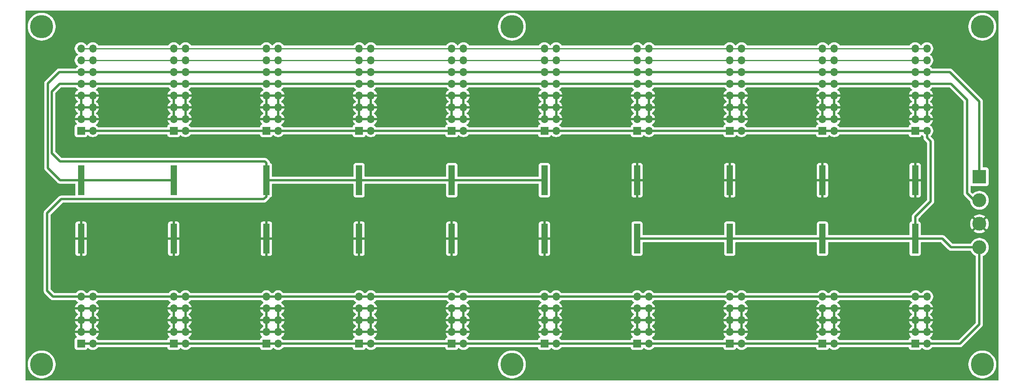
<source format=gbr>
G04 #@! TF.GenerationSoftware,KiCad,Pcbnew,9.0.0*
G04 #@! TF.CreationDate,2025-02-23T15:51:00-07:00*
G04 #@! TF.ProjectId,Power_Distribution,506f7765-725f-4446-9973-747269627574,rev?*
G04 #@! TF.SameCoordinates,Original*
G04 #@! TF.FileFunction,Copper,L1,Top*
G04 #@! TF.FilePolarity,Positive*
%FSLAX46Y46*%
G04 Gerber Fmt 4.6, Leading zero omitted, Abs format (unit mm)*
G04 Created by KiCad (PCBNEW 9.0.0) date 2025-02-23 15:51:00*
%MOMM*%
%LPD*%
G01*
G04 APERTURE LIST*
G04 #@! TA.AperFunction,SMDPad,CuDef*
%ADD10R,1.400000X6.400000*%
G04 #@! TD*
G04 #@! TA.AperFunction,ComponentPad*
%ADD11R,1.700000X1.700000*%
G04 #@! TD*
G04 #@! TA.AperFunction,ComponentPad*
%ADD12O,1.700000X1.700000*%
G04 #@! TD*
G04 #@! TA.AperFunction,ComponentPad*
%ADD13R,3.000000X3.000000*%
G04 #@! TD*
G04 #@! TA.AperFunction,ComponentPad*
%ADD14C,3.000000*%
G04 #@! TD*
G04 #@! TA.AperFunction,ComponentPad*
%ADD15C,5.000000*%
G04 #@! TD*
G04 #@! TA.AperFunction,Conductor*
%ADD16C,0.250000*%
G04 #@! TD*
G04 #@! TA.AperFunction,Conductor*
%ADD17C,0.500000*%
G04 #@! TD*
G04 APERTURE END LIST*
D10*
X32000000Y-36675000D03*
X32000000Y-49325000D03*
X12000000Y-36675000D03*
X12000000Y-49325000D03*
X52000000Y-36675000D03*
X52000000Y-49325000D03*
X72000000Y-36675000D03*
X72000000Y-49325000D03*
X132000000Y-36675000D03*
X132000000Y-49325000D03*
X152000000Y-36675000D03*
X152000000Y-49325000D03*
X92000000Y-36675000D03*
X92000000Y-49325000D03*
X112000000Y-36675000D03*
X112000000Y-49325000D03*
X172000000Y-36675000D03*
X172000000Y-49325000D03*
X192000000Y-36675000D03*
X192000000Y-49325000D03*
D11*
X172000000Y-72000000D03*
D12*
X174540000Y-72000000D03*
X172000000Y-69460000D03*
X174540000Y-69460000D03*
X172000000Y-66920000D03*
X174540000Y-66920000D03*
X172000000Y-64380000D03*
X174540000Y-64380000D03*
X172000000Y-61840000D03*
X174540000Y-61840000D03*
D11*
X192000000Y-72000000D03*
D12*
X194540000Y-72000000D03*
X192000000Y-69460000D03*
X194540000Y-69460000D03*
X192000000Y-66920000D03*
X194540000Y-66920000D03*
X192000000Y-64380000D03*
X194540000Y-64380000D03*
X192000000Y-61840000D03*
X194540000Y-61840000D03*
D11*
X152000000Y-72000000D03*
D12*
X154540000Y-72000000D03*
X152000000Y-69460000D03*
X154540000Y-69460000D03*
X152000000Y-66920000D03*
X154540000Y-66920000D03*
X152000000Y-64380000D03*
X154540000Y-64380000D03*
X152000000Y-61840000D03*
X154540000Y-61840000D03*
D11*
X112000000Y-72000000D03*
D12*
X114540000Y-72000000D03*
X112000000Y-69460000D03*
X114540000Y-69460000D03*
X112000000Y-66920000D03*
X114540000Y-66920000D03*
X112000000Y-64380000D03*
X114540000Y-64380000D03*
X112000000Y-61840000D03*
X114540000Y-61840000D03*
D11*
X12000000Y-72000000D03*
D12*
X14540000Y-72000000D03*
X12000000Y-69460000D03*
X14540000Y-69460000D03*
X12000000Y-66920000D03*
X14540000Y-66920000D03*
X12000000Y-64380000D03*
X14540000Y-64380000D03*
X12000000Y-61840000D03*
X14540000Y-61840000D03*
D11*
X52000000Y-72000000D03*
D12*
X54540000Y-72000000D03*
X52000000Y-69460000D03*
X54540000Y-69460000D03*
X52000000Y-66920000D03*
X54540000Y-66920000D03*
X52000000Y-64380000D03*
X54540000Y-64380000D03*
X52000000Y-61840000D03*
X54540000Y-61840000D03*
D11*
X72000000Y-72000000D03*
D12*
X74540000Y-72000000D03*
X72000000Y-69460000D03*
X74540000Y-69460000D03*
X72000000Y-66920000D03*
X74540000Y-66920000D03*
X72000000Y-64380000D03*
X74540000Y-64380000D03*
X72000000Y-61840000D03*
X74540000Y-61840000D03*
D11*
X92000000Y-72000000D03*
D12*
X94540000Y-72000000D03*
X92000000Y-69460000D03*
X94540000Y-69460000D03*
X92000000Y-66920000D03*
X94540000Y-66920000D03*
X92000000Y-64380000D03*
X94540000Y-64380000D03*
X92000000Y-61840000D03*
X94540000Y-61840000D03*
D11*
X32000000Y-72000000D03*
D12*
X34540000Y-72000000D03*
X32000000Y-69460000D03*
X34540000Y-69460000D03*
X32000000Y-66920000D03*
X34540000Y-66920000D03*
X32000000Y-64380000D03*
X34540000Y-64380000D03*
X32000000Y-61840000D03*
X34540000Y-61840000D03*
D11*
X132000000Y-72000000D03*
D12*
X134540000Y-72000000D03*
X132000000Y-69460000D03*
X134540000Y-69460000D03*
X132000000Y-66920000D03*
X134540000Y-66920000D03*
X132000000Y-64380000D03*
X134540000Y-64380000D03*
X132000000Y-61840000D03*
X134540000Y-61840000D03*
D13*
X205867000Y-35941000D03*
D14*
X205867000Y-41021000D03*
X205867000Y-46101000D03*
X205867000Y-51181000D03*
D15*
X3500000Y-3500000D03*
X105000000Y-3500000D03*
X206500000Y-3500000D03*
X206500000Y-76500000D03*
X105000000Y-76500000D03*
X3500000Y-76500000D03*
D11*
X152000000Y-26000000D03*
D12*
X154540000Y-26000000D03*
X152000000Y-23460000D03*
X154540000Y-23460000D03*
X152000000Y-20920000D03*
X154540000Y-20920000D03*
X152000000Y-18380000D03*
X154540000Y-18380000D03*
X152000000Y-15840000D03*
X154540000Y-15840000D03*
X152000000Y-13300000D03*
X154540000Y-13300000D03*
X152000000Y-10760000D03*
X154540000Y-10760000D03*
X152000000Y-8220000D03*
X154540000Y-8220000D03*
D11*
X32000000Y-26000000D03*
D12*
X34540000Y-26000000D03*
X32000000Y-23460000D03*
X34540000Y-23460000D03*
X32000000Y-20920000D03*
X34540000Y-20920000D03*
X32000000Y-18380000D03*
X34540000Y-18380000D03*
X32000000Y-15840000D03*
X34540000Y-15840000D03*
X32000000Y-13300000D03*
X34540000Y-13300000D03*
X32000000Y-10760000D03*
X34540000Y-10760000D03*
X32000000Y-8220000D03*
X34540000Y-8220000D03*
D11*
X12000000Y-26000000D03*
D12*
X14540000Y-26000000D03*
X12000000Y-23460000D03*
X14540000Y-23460000D03*
X12000000Y-20920000D03*
X14540000Y-20920000D03*
X12000000Y-18380000D03*
X14540000Y-18380000D03*
X12000000Y-15840000D03*
X14540000Y-15840000D03*
X12000000Y-13300000D03*
X14540000Y-13300000D03*
X12000000Y-10760000D03*
X14540000Y-10760000D03*
X12000000Y-8220000D03*
X14540000Y-8220000D03*
D11*
X192000000Y-26000000D03*
D12*
X194540000Y-26000000D03*
X192000000Y-23460000D03*
X194540000Y-23460000D03*
X192000000Y-20920000D03*
X194540000Y-20920000D03*
X192000000Y-18380000D03*
X194540000Y-18380000D03*
X192000000Y-15840000D03*
X194540000Y-15840000D03*
X192000000Y-13300000D03*
X194540000Y-13300000D03*
X192000000Y-10760000D03*
X194540000Y-10760000D03*
X192000000Y-8220000D03*
X194540000Y-8220000D03*
D11*
X172000000Y-26000000D03*
D12*
X174540000Y-26000000D03*
X172000000Y-23460000D03*
X174540000Y-23460000D03*
X172000000Y-20920000D03*
X174540000Y-20920000D03*
X172000000Y-18380000D03*
X174540000Y-18380000D03*
X172000000Y-15840000D03*
X174540000Y-15840000D03*
X172000000Y-13300000D03*
X174540000Y-13300000D03*
X172000000Y-10760000D03*
X174540000Y-10760000D03*
X172000000Y-8220000D03*
X174540000Y-8220000D03*
D11*
X72000000Y-26000000D03*
D12*
X74540000Y-26000000D03*
X72000000Y-23460000D03*
X74540000Y-23460000D03*
X72000000Y-20920000D03*
X74540000Y-20920000D03*
X72000000Y-18380000D03*
X74540000Y-18380000D03*
X72000000Y-15840000D03*
X74540000Y-15840000D03*
X72000000Y-13300000D03*
X74540000Y-13300000D03*
X72000000Y-10760000D03*
X74540000Y-10760000D03*
X72000000Y-8220000D03*
X74540000Y-8220000D03*
D11*
X132000000Y-26000000D03*
D12*
X134540000Y-26000000D03*
X132000000Y-23460000D03*
X134540000Y-23460000D03*
X132000000Y-20920000D03*
X134540000Y-20920000D03*
X132000000Y-18380000D03*
X134540000Y-18380000D03*
X132000000Y-15840000D03*
X134540000Y-15840000D03*
X132000000Y-13300000D03*
X134540000Y-13300000D03*
X132000000Y-10760000D03*
X134540000Y-10760000D03*
X132000000Y-8220000D03*
X134540000Y-8220000D03*
D11*
X52000000Y-26000000D03*
D12*
X54540000Y-26000000D03*
X52000000Y-23460000D03*
X54540000Y-23460000D03*
X52000000Y-20920000D03*
X54540000Y-20920000D03*
X52000000Y-18380000D03*
X54540000Y-18380000D03*
X52000000Y-15840000D03*
X54540000Y-15840000D03*
X52000000Y-13300000D03*
X54540000Y-13300000D03*
X52000000Y-10760000D03*
X54540000Y-10760000D03*
X52000000Y-8220000D03*
X54540000Y-8220000D03*
D11*
X112000000Y-26000000D03*
D12*
X114540000Y-26000000D03*
X112000000Y-23460000D03*
X114540000Y-23460000D03*
X112000000Y-20920000D03*
X114540000Y-20920000D03*
X112000000Y-18380000D03*
X114540000Y-18380000D03*
X112000000Y-15840000D03*
X114540000Y-15840000D03*
X112000000Y-13300000D03*
X114540000Y-13300000D03*
X112000000Y-10760000D03*
X114540000Y-10760000D03*
X112000000Y-8220000D03*
X114540000Y-8220000D03*
D11*
X92000000Y-26000000D03*
D12*
X94540000Y-26000000D03*
X92000000Y-23460000D03*
X94540000Y-23460000D03*
X92000000Y-20920000D03*
X94540000Y-20920000D03*
X92000000Y-18380000D03*
X94540000Y-18380000D03*
X92000000Y-15840000D03*
X94540000Y-15840000D03*
X92000000Y-13300000D03*
X94540000Y-13300000D03*
X92000000Y-10760000D03*
X94540000Y-10760000D03*
X92000000Y-8220000D03*
X94540000Y-8220000D03*
D16*
X193337919Y-8220000D02*
X12000000Y-8220000D01*
X194540000Y-8220000D02*
X193337919Y-8220000D01*
X13202081Y-10760000D02*
X194540000Y-10760000D01*
X12000000Y-10760000D02*
X13202081Y-10760000D01*
D17*
X199498000Y-13300000D02*
X205867000Y-19669000D01*
X194540000Y-13300000D02*
X199498000Y-13300000D01*
X32615998Y-13300000D02*
X12000000Y-13300000D01*
X194540000Y-13300000D02*
X32615998Y-13300000D01*
X10800000Y-36675000D02*
X12000000Y-36675000D01*
X205867000Y-33147000D02*
X205867000Y-35941000D01*
X12000000Y-13300000D02*
X7258000Y-13300000D01*
X7465000Y-36675000D02*
X10800000Y-36675000D01*
X205867000Y-19669000D02*
X205867000Y-33147000D01*
X7258000Y-13300000D02*
X4826000Y-15732000D01*
X12000000Y-36675000D02*
X32000000Y-36675000D01*
X4826000Y-34036000D02*
X7465000Y-36675000D01*
X4826000Y-15732000D02*
X4826000Y-34036000D01*
X5715000Y-17510000D02*
X7366000Y-15859000D01*
X7366000Y-15859000D02*
X11981000Y-15859000D01*
X11981000Y-15859000D02*
X12000000Y-15840000D01*
X194540000Y-15840000D02*
X199752000Y-15840000D01*
X199752000Y-15840000D02*
X203200000Y-19288000D01*
X12000000Y-15840000D02*
X194540000Y-15840000D01*
X72000000Y-36675000D02*
X92000000Y-36675000D01*
X10797919Y-61840000D02*
X10788919Y-61849000D01*
X51435000Y-40767000D02*
X52000000Y-40202000D01*
X51664000Y-32639000D02*
X7493001Y-32639000D01*
X53200000Y-36675000D02*
X72000000Y-36675000D01*
X5715000Y-17510000D02*
X5715000Y-30860999D01*
X7493001Y-32639000D02*
X5715000Y-30860999D01*
X203200000Y-39497000D02*
X204724000Y-41021000D01*
X92000000Y-36675000D02*
X112000000Y-36675000D01*
X10788919Y-61849000D02*
X5969000Y-61849000D01*
X52000000Y-32975000D02*
X51664000Y-32639000D01*
X4699000Y-60579000D02*
X4699000Y-43815000D01*
X52000000Y-36675000D02*
X52000000Y-32975000D01*
X4699000Y-43815000D02*
X7747000Y-40767000D01*
X12000000Y-61840000D02*
X10797919Y-61840000D01*
X52000000Y-36675000D02*
X53200000Y-36675000D01*
X5969000Y-61849000D02*
X4699000Y-60579000D01*
X12000000Y-61840000D02*
X194540000Y-61840000D01*
X7747000Y-40767000D02*
X51435000Y-40767000D01*
X203200000Y-19288000D02*
X203200000Y-39497000D01*
X52000000Y-40202000D02*
X52000000Y-36675000D01*
X204724000Y-41021000D02*
X205867000Y-41021000D01*
X194540000Y-27481000D02*
X195326000Y-28267000D01*
X194540000Y-26000000D02*
X194540000Y-27481000D01*
X173924002Y-26000000D02*
X194540000Y-26000000D01*
X12000000Y-26000000D02*
X173924002Y-26000000D01*
X14540000Y-72000000D02*
X194540000Y-72000000D01*
X199771000Y-51181000D02*
X205867000Y-51181000D01*
X12000000Y-72000000D02*
X14540000Y-72000000D01*
X152000000Y-49325000D02*
X172000000Y-49325000D01*
X205867000Y-51181000D02*
X205867000Y-67818000D01*
X201685000Y-72000000D02*
X194540000Y-72000000D01*
X197915000Y-49325000D02*
X199771000Y-51181000D01*
X192000000Y-49325000D02*
X197915000Y-49325000D01*
X173200000Y-49325000D02*
X192000000Y-49325000D01*
X195326000Y-41275000D02*
X192000000Y-44601000D01*
X192000000Y-44601000D02*
X192000000Y-49325000D01*
X172000000Y-49325000D02*
X173200000Y-49325000D01*
X132000000Y-49325000D02*
X152000000Y-49325000D01*
X195326000Y-28267000D02*
X195326000Y-41275000D01*
X205867000Y-67818000D02*
X201685000Y-72000000D01*
G04 #@! TA.AperFunction,Conductor*
G36*
X30875805Y-62618502D02*
G01*
X30909618Y-62650438D01*
X30963794Y-62725004D01*
X30963796Y-62725006D01*
X30963798Y-62725009D01*
X31114990Y-62876201D01*
X31114993Y-62876203D01*
X31114996Y-62876206D01*
X31287991Y-63001894D01*
X31288001Y-63001899D01*
X31289567Y-63002859D01*
X31290042Y-63003384D01*
X31291996Y-63004804D01*
X31291697Y-63005214D01*
X31337200Y-63055505D01*
X31348808Y-63125546D01*
X31320707Y-63190745D01*
X31292157Y-63215485D01*
X31292258Y-63215624D01*
X31290644Y-63216796D01*
X31289574Y-63217724D01*
X31288255Y-63218532D01*
X31115320Y-63344177D01*
X30964177Y-63495320D01*
X30838536Y-63668249D01*
X30741493Y-63858707D01*
X30741490Y-63858713D01*
X30675440Y-64061995D01*
X30665302Y-64126000D01*
X31569297Y-64126000D01*
X31534075Y-64187007D01*
X31500000Y-64314174D01*
X31500000Y-64445826D01*
X31534075Y-64572993D01*
X31569297Y-64634000D01*
X30665302Y-64634000D01*
X30675440Y-64698004D01*
X30741490Y-64901286D01*
X30741493Y-64901292D01*
X30838536Y-65091750D01*
X30964177Y-65264679D01*
X31115320Y-65415822D01*
X31288256Y-65541468D01*
X31290052Y-65542569D01*
X31290591Y-65543164D01*
X31292258Y-65544376D01*
X31292003Y-65544726D01*
X31337682Y-65595217D01*
X31349288Y-65665259D01*
X31321183Y-65730456D01*
X31292211Y-65755559D01*
X31292258Y-65755624D01*
X31291511Y-65756166D01*
X31290052Y-65757431D01*
X31288256Y-65758531D01*
X31115320Y-65884177D01*
X30964177Y-66035320D01*
X30838536Y-66208249D01*
X30741493Y-66398707D01*
X30741490Y-66398713D01*
X30675440Y-66601995D01*
X30665302Y-66666000D01*
X31569297Y-66666000D01*
X31534075Y-66727007D01*
X31500000Y-66854174D01*
X31500000Y-66985826D01*
X31534075Y-67112993D01*
X31569297Y-67174000D01*
X30665302Y-67174000D01*
X30675440Y-67238004D01*
X30741490Y-67441286D01*
X30741493Y-67441292D01*
X30838536Y-67631750D01*
X30964177Y-67804679D01*
X31115320Y-67955822D01*
X31288256Y-68081468D01*
X31290052Y-68082569D01*
X31290591Y-68083164D01*
X31292258Y-68084376D01*
X31292003Y-68084726D01*
X31337682Y-68135217D01*
X31349288Y-68205259D01*
X31321183Y-68270456D01*
X31292211Y-68295559D01*
X31292258Y-68295624D01*
X31291511Y-68296166D01*
X31290052Y-68297431D01*
X31288256Y-68298531D01*
X31115320Y-68424177D01*
X30964177Y-68575320D01*
X30838536Y-68748249D01*
X30741493Y-68938707D01*
X30741490Y-68938713D01*
X30675440Y-69141995D01*
X30665302Y-69206000D01*
X31569297Y-69206000D01*
X31534075Y-69267007D01*
X31500000Y-69394174D01*
X31500000Y-69525826D01*
X31534075Y-69652993D01*
X31569297Y-69714000D01*
X30665302Y-69714000D01*
X30675440Y-69778004D01*
X30741490Y-69981286D01*
X30741493Y-69981292D01*
X30838536Y-70171750D01*
X30964177Y-70344679D01*
X31067286Y-70447788D01*
X31101312Y-70510100D01*
X31096247Y-70580915D01*
X31053700Y-70637751D01*
X31022225Y-70654938D01*
X30903795Y-70699111D01*
X30903792Y-70699112D01*
X30786738Y-70786738D01*
X30699112Y-70903792D01*
X30699110Y-70903797D01*
X30648011Y-71040795D01*
X30648009Y-71040803D01*
X30641500Y-71101350D01*
X30641500Y-71115500D01*
X30621498Y-71183621D01*
X30567842Y-71230114D01*
X30515500Y-71241500D01*
X15732316Y-71241500D01*
X15664195Y-71221498D01*
X15630380Y-71189561D01*
X15576206Y-71114996D01*
X15576203Y-71114993D01*
X15576201Y-71114990D01*
X15425009Y-70963798D01*
X15425006Y-70963796D01*
X15425004Y-70963794D01*
X15342417Y-70903791D01*
X15252006Y-70838103D01*
X15250427Y-70837136D01*
X15249952Y-70836611D01*
X15248004Y-70835196D01*
X15248301Y-70834786D01*
X15202797Y-70784488D01*
X15191191Y-70714446D01*
X15219296Y-70649249D01*
X15247844Y-70624516D01*
X15247742Y-70624376D01*
X15249382Y-70623184D01*
X15250448Y-70622261D01*
X15251754Y-70621460D01*
X15424679Y-70495822D01*
X15575822Y-70344679D01*
X15701463Y-70171750D01*
X15798506Y-69981292D01*
X15798509Y-69981286D01*
X15864559Y-69778004D01*
X15874698Y-69714000D01*
X14970703Y-69714000D01*
X15005925Y-69652993D01*
X15040000Y-69525826D01*
X15040000Y-69394174D01*
X15005925Y-69267007D01*
X14970703Y-69206000D01*
X15874697Y-69206000D01*
X15864559Y-69141995D01*
X15798509Y-68938713D01*
X15798506Y-68938707D01*
X15701463Y-68748249D01*
X15575822Y-68575320D01*
X15424679Y-68424177D01*
X15251748Y-68298534D01*
X15249955Y-68297436D01*
X15249415Y-68296840D01*
X15247742Y-68295624D01*
X15247997Y-68295272D01*
X15202321Y-68244791D01*
X15190710Y-68174750D01*
X15218810Y-68109551D01*
X15247789Y-68084440D01*
X15247742Y-68084376D01*
X15248496Y-68083827D01*
X15249955Y-68082564D01*
X15251748Y-68081465D01*
X15424679Y-67955822D01*
X15575822Y-67804679D01*
X15701463Y-67631750D01*
X15798506Y-67441292D01*
X15798509Y-67441286D01*
X15864559Y-67238004D01*
X15874698Y-67174000D01*
X14970703Y-67174000D01*
X15005925Y-67112993D01*
X15040000Y-66985826D01*
X15040000Y-66854174D01*
X15005925Y-66727007D01*
X14970703Y-66666000D01*
X15874697Y-66666000D01*
X15864559Y-66601995D01*
X15798509Y-66398713D01*
X15798506Y-66398707D01*
X15701463Y-66208249D01*
X15575822Y-66035320D01*
X15424679Y-65884177D01*
X15251748Y-65758534D01*
X15249955Y-65757436D01*
X15249415Y-65756840D01*
X15247742Y-65755624D01*
X15247997Y-65755272D01*
X15202321Y-65704791D01*
X15190710Y-65634750D01*
X15218810Y-65569551D01*
X15247789Y-65544440D01*
X15247742Y-65544376D01*
X15248496Y-65543827D01*
X15249955Y-65542564D01*
X15251748Y-65541465D01*
X15424679Y-65415822D01*
X15575822Y-65264679D01*
X15701463Y-65091750D01*
X15798506Y-64901292D01*
X15798509Y-64901286D01*
X15864559Y-64698004D01*
X15874698Y-64634000D01*
X14970703Y-64634000D01*
X15005925Y-64572993D01*
X15040000Y-64445826D01*
X15040000Y-64314174D01*
X15005925Y-64187007D01*
X14970703Y-64126000D01*
X15874697Y-64126000D01*
X15864559Y-64061995D01*
X15798509Y-63858713D01*
X15798506Y-63858707D01*
X15701463Y-63668249D01*
X15575822Y-63495320D01*
X15424679Y-63344177D01*
X15251749Y-63218535D01*
X15250433Y-63217729D01*
X15250037Y-63217291D01*
X15247742Y-63215624D01*
X15248092Y-63215141D01*
X15202800Y-63165084D01*
X15191190Y-63095043D01*
X15219291Y-63029844D01*
X15248076Y-63004903D01*
X15248004Y-63004804D01*
X15249158Y-63003965D01*
X15250441Y-63002854D01*
X15251992Y-63001902D01*
X15252009Y-63001894D01*
X15425004Y-62876206D01*
X15576206Y-62725004D01*
X15630380Y-62650438D01*
X15686602Y-62607085D01*
X15732316Y-62598500D01*
X30807684Y-62598500D01*
X30875805Y-62618502D01*
G37*
G04 #@! TD.AperFunction*
G04 #@! TA.AperFunction,Conductor*
G36*
X50875805Y-62618502D02*
G01*
X50909618Y-62650438D01*
X50963794Y-62725004D01*
X50963796Y-62725006D01*
X50963798Y-62725009D01*
X51114990Y-62876201D01*
X51114993Y-62876203D01*
X51114996Y-62876206D01*
X51287991Y-63001894D01*
X51288001Y-63001899D01*
X51289567Y-63002859D01*
X51290042Y-63003384D01*
X51291996Y-63004804D01*
X51291697Y-63005214D01*
X51337200Y-63055505D01*
X51348808Y-63125546D01*
X51320707Y-63190745D01*
X51292157Y-63215485D01*
X51292258Y-63215624D01*
X51290644Y-63216796D01*
X51289574Y-63217724D01*
X51288255Y-63218532D01*
X51115320Y-63344177D01*
X50964177Y-63495320D01*
X50838536Y-63668249D01*
X50741493Y-63858707D01*
X50741490Y-63858713D01*
X50675440Y-64061995D01*
X50665302Y-64126000D01*
X51569297Y-64126000D01*
X51534075Y-64187007D01*
X51500000Y-64314174D01*
X51500000Y-64445826D01*
X51534075Y-64572993D01*
X51569297Y-64634000D01*
X50665302Y-64634000D01*
X50675440Y-64698004D01*
X50741490Y-64901286D01*
X50741493Y-64901292D01*
X50838536Y-65091750D01*
X50964177Y-65264679D01*
X51115320Y-65415822D01*
X51288256Y-65541468D01*
X51290052Y-65542569D01*
X51290591Y-65543164D01*
X51292258Y-65544376D01*
X51292003Y-65544726D01*
X51337682Y-65595217D01*
X51349288Y-65665259D01*
X51321183Y-65730456D01*
X51292211Y-65755559D01*
X51292258Y-65755624D01*
X51291511Y-65756166D01*
X51290052Y-65757431D01*
X51288256Y-65758531D01*
X51115320Y-65884177D01*
X50964177Y-66035320D01*
X50838536Y-66208249D01*
X50741493Y-66398707D01*
X50741490Y-66398713D01*
X50675440Y-66601995D01*
X50665302Y-66666000D01*
X51569297Y-66666000D01*
X51534075Y-66727007D01*
X51500000Y-66854174D01*
X51500000Y-66985826D01*
X51534075Y-67112993D01*
X51569297Y-67174000D01*
X50665302Y-67174000D01*
X50675440Y-67238004D01*
X50741490Y-67441286D01*
X50741493Y-67441292D01*
X50838536Y-67631750D01*
X50964177Y-67804679D01*
X51115320Y-67955822D01*
X51288256Y-68081468D01*
X51290052Y-68082569D01*
X51290591Y-68083164D01*
X51292258Y-68084376D01*
X51292003Y-68084726D01*
X51337682Y-68135217D01*
X51349288Y-68205259D01*
X51321183Y-68270456D01*
X51292211Y-68295559D01*
X51292258Y-68295624D01*
X51291511Y-68296166D01*
X51290052Y-68297431D01*
X51288256Y-68298531D01*
X51115320Y-68424177D01*
X50964177Y-68575320D01*
X50838536Y-68748249D01*
X50741493Y-68938707D01*
X50741490Y-68938713D01*
X50675440Y-69141995D01*
X50665302Y-69206000D01*
X51569297Y-69206000D01*
X51534075Y-69267007D01*
X51500000Y-69394174D01*
X51500000Y-69525826D01*
X51534075Y-69652993D01*
X51569297Y-69714000D01*
X50665302Y-69714000D01*
X50675440Y-69778004D01*
X50741490Y-69981286D01*
X50741493Y-69981292D01*
X50838536Y-70171750D01*
X50964177Y-70344679D01*
X51067286Y-70447788D01*
X51101312Y-70510100D01*
X51096247Y-70580915D01*
X51053700Y-70637751D01*
X51022225Y-70654938D01*
X50903795Y-70699111D01*
X50903792Y-70699112D01*
X50786738Y-70786738D01*
X50699112Y-70903792D01*
X50699110Y-70903797D01*
X50648011Y-71040795D01*
X50648009Y-71040803D01*
X50641500Y-71101350D01*
X50641500Y-71115500D01*
X50621498Y-71183621D01*
X50567842Y-71230114D01*
X50515500Y-71241500D01*
X35732316Y-71241500D01*
X35664195Y-71221498D01*
X35630380Y-71189561D01*
X35576206Y-71114996D01*
X35576203Y-71114993D01*
X35576201Y-71114990D01*
X35425009Y-70963798D01*
X35425006Y-70963796D01*
X35425004Y-70963794D01*
X35342417Y-70903791D01*
X35252006Y-70838103D01*
X35250427Y-70837136D01*
X35249952Y-70836611D01*
X35248004Y-70835196D01*
X35248301Y-70834786D01*
X35202797Y-70784488D01*
X35191191Y-70714446D01*
X35219296Y-70649249D01*
X35247844Y-70624516D01*
X35247742Y-70624376D01*
X35249382Y-70623184D01*
X35250448Y-70622261D01*
X35251754Y-70621460D01*
X35424679Y-70495822D01*
X35575822Y-70344679D01*
X35701463Y-70171750D01*
X35798506Y-69981292D01*
X35798509Y-69981286D01*
X35864559Y-69778004D01*
X35874698Y-69714000D01*
X34970703Y-69714000D01*
X35005925Y-69652993D01*
X35040000Y-69525826D01*
X35040000Y-69394174D01*
X35005925Y-69267007D01*
X34970703Y-69206000D01*
X35874697Y-69206000D01*
X35864559Y-69141995D01*
X35798509Y-68938713D01*
X35798506Y-68938707D01*
X35701463Y-68748249D01*
X35575822Y-68575320D01*
X35424679Y-68424177D01*
X35251748Y-68298534D01*
X35249955Y-68297436D01*
X35249415Y-68296840D01*
X35247742Y-68295624D01*
X35247997Y-68295272D01*
X35202321Y-68244791D01*
X35190710Y-68174750D01*
X35218810Y-68109551D01*
X35247789Y-68084440D01*
X35247742Y-68084376D01*
X35248496Y-68083827D01*
X35249955Y-68082564D01*
X35251748Y-68081465D01*
X35424679Y-67955822D01*
X35575822Y-67804679D01*
X35701463Y-67631750D01*
X35798506Y-67441292D01*
X35798509Y-67441286D01*
X35864559Y-67238004D01*
X35874698Y-67174000D01*
X34970703Y-67174000D01*
X35005925Y-67112993D01*
X35040000Y-66985826D01*
X35040000Y-66854174D01*
X35005925Y-66727007D01*
X34970703Y-66666000D01*
X35874697Y-66666000D01*
X35864559Y-66601995D01*
X35798509Y-66398713D01*
X35798506Y-66398707D01*
X35701463Y-66208249D01*
X35575822Y-66035320D01*
X35424679Y-65884177D01*
X35251748Y-65758534D01*
X35249955Y-65757436D01*
X35249415Y-65756840D01*
X35247742Y-65755624D01*
X35247997Y-65755272D01*
X35202321Y-65704791D01*
X35190710Y-65634750D01*
X35218810Y-65569551D01*
X35247789Y-65544440D01*
X35247742Y-65544376D01*
X35248496Y-65543827D01*
X35249955Y-65542564D01*
X35251748Y-65541465D01*
X35424679Y-65415822D01*
X35575822Y-65264679D01*
X35701463Y-65091750D01*
X35798506Y-64901292D01*
X35798509Y-64901286D01*
X35864559Y-64698004D01*
X35874698Y-64634000D01*
X34970703Y-64634000D01*
X35005925Y-64572993D01*
X35040000Y-64445826D01*
X35040000Y-64314174D01*
X35005925Y-64187007D01*
X34970703Y-64126000D01*
X35874697Y-64126000D01*
X35864559Y-64061995D01*
X35798509Y-63858713D01*
X35798506Y-63858707D01*
X35701463Y-63668249D01*
X35575822Y-63495320D01*
X35424679Y-63344177D01*
X35251749Y-63218535D01*
X35250433Y-63217729D01*
X35250037Y-63217291D01*
X35247742Y-63215624D01*
X35248092Y-63215141D01*
X35202800Y-63165084D01*
X35191190Y-63095043D01*
X35219291Y-63029844D01*
X35248076Y-63004903D01*
X35248004Y-63004804D01*
X35249158Y-63003965D01*
X35250441Y-63002854D01*
X35251992Y-63001902D01*
X35252009Y-63001894D01*
X35425004Y-62876206D01*
X35576206Y-62725004D01*
X35630380Y-62650438D01*
X35686602Y-62607085D01*
X35732316Y-62598500D01*
X50807684Y-62598500D01*
X50875805Y-62618502D01*
G37*
G04 #@! TD.AperFunction*
G04 #@! TA.AperFunction,Conductor*
G36*
X70875805Y-62618502D02*
G01*
X70909618Y-62650438D01*
X70963794Y-62725004D01*
X70963796Y-62725006D01*
X70963798Y-62725009D01*
X71114990Y-62876201D01*
X71114993Y-62876203D01*
X71114996Y-62876206D01*
X71287991Y-63001894D01*
X71288001Y-63001899D01*
X71289567Y-63002859D01*
X71290042Y-63003384D01*
X71291996Y-63004804D01*
X71291697Y-63005214D01*
X71337200Y-63055505D01*
X71348808Y-63125546D01*
X71320707Y-63190745D01*
X71292157Y-63215485D01*
X71292258Y-63215624D01*
X71290644Y-63216796D01*
X71289574Y-63217724D01*
X71288255Y-63218532D01*
X71115320Y-63344177D01*
X70964177Y-63495320D01*
X70838536Y-63668249D01*
X70741493Y-63858707D01*
X70741490Y-63858713D01*
X70675440Y-64061995D01*
X70665302Y-64126000D01*
X71569297Y-64126000D01*
X71534075Y-64187007D01*
X71500000Y-64314174D01*
X71500000Y-64445826D01*
X71534075Y-64572993D01*
X71569297Y-64634000D01*
X70665302Y-64634000D01*
X70675440Y-64698004D01*
X70741490Y-64901286D01*
X70741493Y-64901292D01*
X70838536Y-65091750D01*
X70964177Y-65264679D01*
X71115320Y-65415822D01*
X71288256Y-65541468D01*
X71290052Y-65542569D01*
X71290591Y-65543164D01*
X71292258Y-65544376D01*
X71292003Y-65544726D01*
X71337682Y-65595217D01*
X71349288Y-65665259D01*
X71321183Y-65730456D01*
X71292211Y-65755559D01*
X71292258Y-65755624D01*
X71291511Y-65756166D01*
X71290052Y-65757431D01*
X71288256Y-65758531D01*
X71115320Y-65884177D01*
X70964177Y-66035320D01*
X70838536Y-66208249D01*
X70741493Y-66398707D01*
X70741490Y-66398713D01*
X70675440Y-66601995D01*
X70665302Y-66666000D01*
X71569297Y-66666000D01*
X71534075Y-66727007D01*
X71500000Y-66854174D01*
X71500000Y-66985826D01*
X71534075Y-67112993D01*
X71569297Y-67174000D01*
X70665302Y-67174000D01*
X70675440Y-67238004D01*
X70741490Y-67441286D01*
X70741493Y-67441292D01*
X70838536Y-67631750D01*
X70964177Y-67804679D01*
X71115320Y-67955822D01*
X71288256Y-68081468D01*
X71290052Y-68082569D01*
X71290591Y-68083164D01*
X71292258Y-68084376D01*
X71292003Y-68084726D01*
X71337682Y-68135217D01*
X71349288Y-68205259D01*
X71321183Y-68270456D01*
X71292211Y-68295559D01*
X71292258Y-68295624D01*
X71291511Y-68296166D01*
X71290052Y-68297431D01*
X71288256Y-68298531D01*
X71115320Y-68424177D01*
X70964177Y-68575320D01*
X70838536Y-68748249D01*
X70741493Y-68938707D01*
X70741490Y-68938713D01*
X70675440Y-69141995D01*
X70665302Y-69206000D01*
X71569297Y-69206000D01*
X71534075Y-69267007D01*
X71500000Y-69394174D01*
X71500000Y-69525826D01*
X71534075Y-69652993D01*
X71569297Y-69714000D01*
X70665302Y-69714000D01*
X70675440Y-69778004D01*
X70741490Y-69981286D01*
X70741493Y-69981292D01*
X70838536Y-70171750D01*
X70964177Y-70344679D01*
X71067286Y-70447788D01*
X71101312Y-70510100D01*
X71096247Y-70580915D01*
X71053700Y-70637751D01*
X71022225Y-70654938D01*
X70903795Y-70699111D01*
X70903792Y-70699112D01*
X70786738Y-70786738D01*
X70699112Y-70903792D01*
X70699110Y-70903797D01*
X70648011Y-71040795D01*
X70648009Y-71040803D01*
X70641500Y-71101350D01*
X70641500Y-71115500D01*
X70621498Y-71183621D01*
X70567842Y-71230114D01*
X70515500Y-71241500D01*
X55732316Y-71241500D01*
X55664195Y-71221498D01*
X55630380Y-71189561D01*
X55576206Y-71114996D01*
X55576203Y-71114993D01*
X55576201Y-71114990D01*
X55425009Y-70963798D01*
X55425006Y-70963796D01*
X55425004Y-70963794D01*
X55342417Y-70903791D01*
X55252006Y-70838103D01*
X55250427Y-70837136D01*
X55249952Y-70836611D01*
X55248004Y-70835196D01*
X55248301Y-70834786D01*
X55202797Y-70784488D01*
X55191191Y-70714446D01*
X55219296Y-70649249D01*
X55247844Y-70624516D01*
X55247742Y-70624376D01*
X55249382Y-70623184D01*
X55250448Y-70622261D01*
X55251754Y-70621460D01*
X55424679Y-70495822D01*
X55575822Y-70344679D01*
X55701463Y-70171750D01*
X55798506Y-69981292D01*
X55798509Y-69981286D01*
X55864559Y-69778004D01*
X55874698Y-69714000D01*
X54970703Y-69714000D01*
X55005925Y-69652993D01*
X55040000Y-69525826D01*
X55040000Y-69394174D01*
X55005925Y-69267007D01*
X54970703Y-69206000D01*
X55874697Y-69206000D01*
X55864559Y-69141995D01*
X55798509Y-68938713D01*
X55798506Y-68938707D01*
X55701463Y-68748249D01*
X55575822Y-68575320D01*
X55424679Y-68424177D01*
X55251748Y-68298534D01*
X55249955Y-68297436D01*
X55249415Y-68296840D01*
X55247742Y-68295624D01*
X55247997Y-68295272D01*
X55202321Y-68244791D01*
X55190710Y-68174750D01*
X55218810Y-68109551D01*
X55247789Y-68084440D01*
X55247742Y-68084376D01*
X55248496Y-68083827D01*
X55249955Y-68082564D01*
X55251748Y-68081465D01*
X55424679Y-67955822D01*
X55575822Y-67804679D01*
X55701463Y-67631750D01*
X55798506Y-67441292D01*
X55798509Y-67441286D01*
X55864559Y-67238004D01*
X55874698Y-67174000D01*
X54970703Y-67174000D01*
X55005925Y-67112993D01*
X55040000Y-66985826D01*
X55040000Y-66854174D01*
X55005925Y-66727007D01*
X54970703Y-66666000D01*
X55874697Y-66666000D01*
X55864559Y-66601995D01*
X55798509Y-66398713D01*
X55798506Y-66398707D01*
X55701463Y-66208249D01*
X55575822Y-66035320D01*
X55424679Y-65884177D01*
X55251748Y-65758534D01*
X55249955Y-65757436D01*
X55249415Y-65756840D01*
X55247742Y-65755624D01*
X55247997Y-65755272D01*
X55202321Y-65704791D01*
X55190710Y-65634750D01*
X55218810Y-65569551D01*
X55247789Y-65544440D01*
X55247742Y-65544376D01*
X55248496Y-65543827D01*
X55249955Y-65542564D01*
X55251748Y-65541465D01*
X55424679Y-65415822D01*
X55575822Y-65264679D01*
X55701463Y-65091750D01*
X55798506Y-64901292D01*
X55798509Y-64901286D01*
X55864559Y-64698004D01*
X55874698Y-64634000D01*
X54970703Y-64634000D01*
X55005925Y-64572993D01*
X55040000Y-64445826D01*
X55040000Y-64314174D01*
X55005925Y-64187007D01*
X54970703Y-64126000D01*
X55874697Y-64126000D01*
X55864559Y-64061995D01*
X55798509Y-63858713D01*
X55798506Y-63858707D01*
X55701463Y-63668249D01*
X55575822Y-63495320D01*
X55424679Y-63344177D01*
X55251749Y-63218535D01*
X55250433Y-63217729D01*
X55250037Y-63217291D01*
X55247742Y-63215624D01*
X55248092Y-63215141D01*
X55202800Y-63165084D01*
X55191190Y-63095043D01*
X55219291Y-63029844D01*
X55248076Y-63004903D01*
X55248004Y-63004804D01*
X55249158Y-63003965D01*
X55250441Y-63002854D01*
X55251992Y-63001902D01*
X55252009Y-63001894D01*
X55425004Y-62876206D01*
X55576206Y-62725004D01*
X55630380Y-62650438D01*
X55686602Y-62607085D01*
X55732316Y-62598500D01*
X70807684Y-62598500D01*
X70875805Y-62618502D01*
G37*
G04 #@! TD.AperFunction*
G04 #@! TA.AperFunction,Conductor*
G36*
X90875805Y-62618502D02*
G01*
X90909618Y-62650438D01*
X90963794Y-62725004D01*
X90963796Y-62725006D01*
X90963798Y-62725009D01*
X91114990Y-62876201D01*
X91114993Y-62876203D01*
X91114996Y-62876206D01*
X91287991Y-63001894D01*
X91288001Y-63001899D01*
X91289567Y-63002859D01*
X91290042Y-63003384D01*
X91291996Y-63004804D01*
X91291697Y-63005214D01*
X91337200Y-63055505D01*
X91348808Y-63125546D01*
X91320707Y-63190745D01*
X91292157Y-63215485D01*
X91292258Y-63215624D01*
X91290644Y-63216796D01*
X91289574Y-63217724D01*
X91288255Y-63218532D01*
X91115320Y-63344177D01*
X90964177Y-63495320D01*
X90838536Y-63668249D01*
X90741493Y-63858707D01*
X90741490Y-63858713D01*
X90675440Y-64061995D01*
X90665302Y-64126000D01*
X91569297Y-64126000D01*
X91534075Y-64187007D01*
X91500000Y-64314174D01*
X91500000Y-64445826D01*
X91534075Y-64572993D01*
X91569297Y-64634000D01*
X90665302Y-64634000D01*
X90675440Y-64698004D01*
X90741490Y-64901286D01*
X90741493Y-64901292D01*
X90838536Y-65091750D01*
X90964177Y-65264679D01*
X91115320Y-65415822D01*
X91288256Y-65541468D01*
X91290052Y-65542569D01*
X91290591Y-65543164D01*
X91292258Y-65544376D01*
X91292003Y-65544726D01*
X91337682Y-65595217D01*
X91349288Y-65665259D01*
X91321183Y-65730456D01*
X91292211Y-65755559D01*
X91292258Y-65755624D01*
X91291511Y-65756166D01*
X91290052Y-65757431D01*
X91288256Y-65758531D01*
X91115320Y-65884177D01*
X90964177Y-66035320D01*
X90838536Y-66208249D01*
X90741493Y-66398707D01*
X90741490Y-66398713D01*
X90675440Y-66601995D01*
X90665302Y-66666000D01*
X91569297Y-66666000D01*
X91534075Y-66727007D01*
X91500000Y-66854174D01*
X91500000Y-66985826D01*
X91534075Y-67112993D01*
X91569297Y-67174000D01*
X90665302Y-67174000D01*
X90675440Y-67238004D01*
X90741490Y-67441286D01*
X90741493Y-67441292D01*
X90838536Y-67631750D01*
X90964177Y-67804679D01*
X91115320Y-67955822D01*
X91288256Y-68081468D01*
X91290052Y-68082569D01*
X91290591Y-68083164D01*
X91292258Y-68084376D01*
X91292003Y-68084726D01*
X91337682Y-68135217D01*
X91349288Y-68205259D01*
X91321183Y-68270456D01*
X91292211Y-68295559D01*
X91292258Y-68295624D01*
X91291511Y-68296166D01*
X91290052Y-68297431D01*
X91288256Y-68298531D01*
X91115320Y-68424177D01*
X90964177Y-68575320D01*
X90838536Y-68748249D01*
X90741493Y-68938707D01*
X90741490Y-68938713D01*
X90675440Y-69141995D01*
X90665302Y-69206000D01*
X91569297Y-69206000D01*
X91534075Y-69267007D01*
X91500000Y-69394174D01*
X91500000Y-69525826D01*
X91534075Y-69652993D01*
X91569297Y-69714000D01*
X90665302Y-69714000D01*
X90675440Y-69778004D01*
X90741490Y-69981286D01*
X90741493Y-69981292D01*
X90838536Y-70171750D01*
X90964177Y-70344679D01*
X91067286Y-70447788D01*
X91101312Y-70510100D01*
X91096247Y-70580915D01*
X91053700Y-70637751D01*
X91022225Y-70654938D01*
X90903795Y-70699111D01*
X90903792Y-70699112D01*
X90786738Y-70786738D01*
X90699112Y-70903792D01*
X90699110Y-70903797D01*
X90648011Y-71040795D01*
X90648009Y-71040803D01*
X90641500Y-71101350D01*
X90641500Y-71115500D01*
X90621498Y-71183621D01*
X90567842Y-71230114D01*
X90515500Y-71241500D01*
X75732316Y-71241500D01*
X75664195Y-71221498D01*
X75630380Y-71189561D01*
X75576206Y-71114996D01*
X75576203Y-71114993D01*
X75576201Y-71114990D01*
X75425009Y-70963798D01*
X75425006Y-70963796D01*
X75425004Y-70963794D01*
X75342417Y-70903791D01*
X75252006Y-70838103D01*
X75250427Y-70837136D01*
X75249952Y-70836611D01*
X75248004Y-70835196D01*
X75248301Y-70834786D01*
X75202797Y-70784488D01*
X75191191Y-70714446D01*
X75219296Y-70649249D01*
X75247844Y-70624516D01*
X75247742Y-70624376D01*
X75249382Y-70623184D01*
X75250448Y-70622261D01*
X75251754Y-70621460D01*
X75424679Y-70495822D01*
X75575822Y-70344679D01*
X75701463Y-70171750D01*
X75798506Y-69981292D01*
X75798509Y-69981286D01*
X75864559Y-69778004D01*
X75874698Y-69714000D01*
X74970703Y-69714000D01*
X75005925Y-69652993D01*
X75040000Y-69525826D01*
X75040000Y-69394174D01*
X75005925Y-69267007D01*
X74970703Y-69206000D01*
X75874697Y-69206000D01*
X75864559Y-69141995D01*
X75798509Y-68938713D01*
X75798506Y-68938707D01*
X75701463Y-68748249D01*
X75575822Y-68575320D01*
X75424679Y-68424177D01*
X75251748Y-68298534D01*
X75249955Y-68297436D01*
X75249415Y-68296840D01*
X75247742Y-68295624D01*
X75247997Y-68295272D01*
X75202321Y-68244791D01*
X75190710Y-68174750D01*
X75218810Y-68109551D01*
X75247789Y-68084440D01*
X75247742Y-68084376D01*
X75248496Y-68083827D01*
X75249955Y-68082564D01*
X75251748Y-68081465D01*
X75424679Y-67955822D01*
X75575822Y-67804679D01*
X75701463Y-67631750D01*
X75798506Y-67441292D01*
X75798509Y-67441286D01*
X75864559Y-67238004D01*
X75874698Y-67174000D01*
X74970703Y-67174000D01*
X75005925Y-67112993D01*
X75040000Y-66985826D01*
X75040000Y-66854174D01*
X75005925Y-66727007D01*
X74970703Y-66666000D01*
X75874697Y-66666000D01*
X75864559Y-66601995D01*
X75798509Y-66398713D01*
X75798506Y-66398707D01*
X75701463Y-66208249D01*
X75575822Y-66035320D01*
X75424679Y-65884177D01*
X75251748Y-65758534D01*
X75249955Y-65757436D01*
X75249415Y-65756840D01*
X75247742Y-65755624D01*
X75247997Y-65755272D01*
X75202321Y-65704791D01*
X75190710Y-65634750D01*
X75218810Y-65569551D01*
X75247789Y-65544440D01*
X75247742Y-65544376D01*
X75248496Y-65543827D01*
X75249955Y-65542564D01*
X75251748Y-65541465D01*
X75424679Y-65415822D01*
X75575822Y-65264679D01*
X75701463Y-65091750D01*
X75798506Y-64901292D01*
X75798509Y-64901286D01*
X75864559Y-64698004D01*
X75874698Y-64634000D01*
X74970703Y-64634000D01*
X75005925Y-64572993D01*
X75040000Y-64445826D01*
X75040000Y-64314174D01*
X75005925Y-64187007D01*
X74970703Y-64126000D01*
X75874697Y-64126000D01*
X75864559Y-64061995D01*
X75798509Y-63858713D01*
X75798506Y-63858707D01*
X75701463Y-63668249D01*
X75575822Y-63495320D01*
X75424679Y-63344177D01*
X75251749Y-63218535D01*
X75250433Y-63217729D01*
X75250037Y-63217291D01*
X75247742Y-63215624D01*
X75248092Y-63215141D01*
X75202800Y-63165084D01*
X75191190Y-63095043D01*
X75219291Y-63029844D01*
X75248076Y-63004903D01*
X75248004Y-63004804D01*
X75249158Y-63003965D01*
X75250441Y-63002854D01*
X75251992Y-63001902D01*
X75252009Y-63001894D01*
X75425004Y-62876206D01*
X75576206Y-62725004D01*
X75630380Y-62650438D01*
X75686602Y-62607085D01*
X75732316Y-62598500D01*
X90807684Y-62598500D01*
X90875805Y-62618502D01*
G37*
G04 #@! TD.AperFunction*
G04 #@! TA.AperFunction,Conductor*
G36*
X110875805Y-62618502D02*
G01*
X110909618Y-62650438D01*
X110963794Y-62725004D01*
X110963796Y-62725006D01*
X110963798Y-62725009D01*
X111114990Y-62876201D01*
X111114993Y-62876203D01*
X111114996Y-62876206D01*
X111287991Y-63001894D01*
X111288001Y-63001899D01*
X111289567Y-63002859D01*
X111290042Y-63003384D01*
X111291996Y-63004804D01*
X111291697Y-63005214D01*
X111337200Y-63055505D01*
X111348808Y-63125546D01*
X111320707Y-63190745D01*
X111292157Y-63215485D01*
X111292258Y-63215624D01*
X111290644Y-63216796D01*
X111289574Y-63217724D01*
X111288255Y-63218532D01*
X111115320Y-63344177D01*
X110964177Y-63495320D01*
X110838536Y-63668249D01*
X110741493Y-63858707D01*
X110741490Y-63858713D01*
X110675440Y-64061995D01*
X110665302Y-64126000D01*
X111569297Y-64126000D01*
X111534075Y-64187007D01*
X111500000Y-64314174D01*
X111500000Y-64445826D01*
X111534075Y-64572993D01*
X111569297Y-64634000D01*
X110665302Y-64634000D01*
X110675440Y-64698004D01*
X110741490Y-64901286D01*
X110741493Y-64901292D01*
X110838536Y-65091750D01*
X110964177Y-65264679D01*
X111115320Y-65415822D01*
X111288256Y-65541468D01*
X111290052Y-65542569D01*
X111290591Y-65543164D01*
X111292258Y-65544376D01*
X111292003Y-65544726D01*
X111337682Y-65595217D01*
X111349288Y-65665259D01*
X111321183Y-65730456D01*
X111292211Y-65755559D01*
X111292258Y-65755624D01*
X111291511Y-65756166D01*
X111290052Y-65757431D01*
X111288256Y-65758531D01*
X111115320Y-65884177D01*
X110964177Y-66035320D01*
X110838536Y-66208249D01*
X110741493Y-66398707D01*
X110741490Y-66398713D01*
X110675440Y-66601995D01*
X110665302Y-66666000D01*
X111569297Y-66666000D01*
X111534075Y-66727007D01*
X111500000Y-66854174D01*
X111500000Y-66985826D01*
X111534075Y-67112993D01*
X111569297Y-67174000D01*
X110665302Y-67174000D01*
X110675440Y-67238004D01*
X110741490Y-67441286D01*
X110741493Y-67441292D01*
X110838536Y-67631750D01*
X110964177Y-67804679D01*
X111115320Y-67955822D01*
X111288256Y-68081468D01*
X111290052Y-68082569D01*
X111290591Y-68083164D01*
X111292258Y-68084376D01*
X111292003Y-68084726D01*
X111337682Y-68135217D01*
X111349288Y-68205259D01*
X111321183Y-68270456D01*
X111292211Y-68295559D01*
X111292258Y-68295624D01*
X111291511Y-68296166D01*
X111290052Y-68297431D01*
X111288256Y-68298531D01*
X111115320Y-68424177D01*
X110964177Y-68575320D01*
X110838536Y-68748249D01*
X110741493Y-68938707D01*
X110741490Y-68938713D01*
X110675440Y-69141995D01*
X110665302Y-69206000D01*
X111569297Y-69206000D01*
X111534075Y-69267007D01*
X111500000Y-69394174D01*
X111500000Y-69525826D01*
X111534075Y-69652993D01*
X111569297Y-69714000D01*
X110665302Y-69714000D01*
X110675440Y-69778004D01*
X110741490Y-69981286D01*
X110741493Y-69981292D01*
X110838536Y-70171750D01*
X110964177Y-70344679D01*
X111067286Y-70447788D01*
X111101312Y-70510100D01*
X111096247Y-70580915D01*
X111053700Y-70637751D01*
X111022225Y-70654938D01*
X110903795Y-70699111D01*
X110903792Y-70699112D01*
X110786738Y-70786738D01*
X110699112Y-70903792D01*
X110699110Y-70903797D01*
X110648011Y-71040795D01*
X110648009Y-71040803D01*
X110641500Y-71101350D01*
X110641500Y-71115500D01*
X110621498Y-71183621D01*
X110567842Y-71230114D01*
X110515500Y-71241500D01*
X95732316Y-71241500D01*
X95664195Y-71221498D01*
X95630380Y-71189561D01*
X95576206Y-71114996D01*
X95576203Y-71114993D01*
X95576201Y-71114990D01*
X95425009Y-70963798D01*
X95425006Y-70963796D01*
X95425004Y-70963794D01*
X95342417Y-70903791D01*
X95252006Y-70838103D01*
X95250427Y-70837136D01*
X95249952Y-70836611D01*
X95248004Y-70835196D01*
X95248301Y-70834786D01*
X95202797Y-70784488D01*
X95191191Y-70714446D01*
X95219296Y-70649249D01*
X95247844Y-70624516D01*
X95247742Y-70624376D01*
X95249382Y-70623184D01*
X95250448Y-70622261D01*
X95251754Y-70621460D01*
X95424679Y-70495822D01*
X95575822Y-70344679D01*
X95701463Y-70171750D01*
X95798506Y-69981292D01*
X95798509Y-69981286D01*
X95864559Y-69778004D01*
X95874698Y-69714000D01*
X94970703Y-69714000D01*
X95005925Y-69652993D01*
X95040000Y-69525826D01*
X95040000Y-69394174D01*
X95005925Y-69267007D01*
X94970703Y-69206000D01*
X95874697Y-69206000D01*
X95864559Y-69141995D01*
X95798509Y-68938713D01*
X95798506Y-68938707D01*
X95701463Y-68748249D01*
X95575822Y-68575320D01*
X95424679Y-68424177D01*
X95251748Y-68298534D01*
X95249955Y-68297436D01*
X95249415Y-68296840D01*
X95247742Y-68295624D01*
X95247997Y-68295272D01*
X95202321Y-68244791D01*
X95190710Y-68174750D01*
X95218810Y-68109551D01*
X95247789Y-68084440D01*
X95247742Y-68084376D01*
X95248496Y-68083827D01*
X95249955Y-68082564D01*
X95251748Y-68081465D01*
X95424679Y-67955822D01*
X95575822Y-67804679D01*
X95701463Y-67631750D01*
X95798506Y-67441292D01*
X95798509Y-67441286D01*
X95864559Y-67238004D01*
X95874698Y-67174000D01*
X94970703Y-67174000D01*
X95005925Y-67112993D01*
X95040000Y-66985826D01*
X95040000Y-66854174D01*
X95005925Y-66727007D01*
X94970703Y-66666000D01*
X95874697Y-66666000D01*
X95864559Y-66601995D01*
X95798509Y-66398713D01*
X95798506Y-66398707D01*
X95701463Y-66208249D01*
X95575822Y-66035320D01*
X95424679Y-65884177D01*
X95251748Y-65758534D01*
X95249955Y-65757436D01*
X95249415Y-65756840D01*
X95247742Y-65755624D01*
X95247997Y-65755272D01*
X95202321Y-65704791D01*
X95190710Y-65634750D01*
X95218810Y-65569551D01*
X95247789Y-65544440D01*
X95247742Y-65544376D01*
X95248496Y-65543827D01*
X95249955Y-65542564D01*
X95251748Y-65541465D01*
X95424679Y-65415822D01*
X95575822Y-65264679D01*
X95701463Y-65091750D01*
X95798506Y-64901292D01*
X95798509Y-64901286D01*
X95864559Y-64698004D01*
X95874698Y-64634000D01*
X94970703Y-64634000D01*
X95005925Y-64572993D01*
X95040000Y-64445826D01*
X95040000Y-64314174D01*
X95005925Y-64187007D01*
X94970703Y-64126000D01*
X95874697Y-64126000D01*
X95864559Y-64061995D01*
X95798509Y-63858713D01*
X95798506Y-63858707D01*
X95701463Y-63668249D01*
X95575822Y-63495320D01*
X95424679Y-63344177D01*
X95251749Y-63218535D01*
X95250433Y-63217729D01*
X95250037Y-63217291D01*
X95247742Y-63215624D01*
X95248092Y-63215141D01*
X95202800Y-63165084D01*
X95191190Y-63095043D01*
X95219291Y-63029844D01*
X95248076Y-63004903D01*
X95248004Y-63004804D01*
X95249158Y-63003965D01*
X95250441Y-63002854D01*
X95251992Y-63001902D01*
X95252009Y-63001894D01*
X95425004Y-62876206D01*
X95576206Y-62725004D01*
X95630380Y-62650438D01*
X95686602Y-62607085D01*
X95732316Y-62598500D01*
X110807684Y-62598500D01*
X110875805Y-62618502D01*
G37*
G04 #@! TD.AperFunction*
G04 #@! TA.AperFunction,Conductor*
G36*
X130875805Y-62618502D02*
G01*
X130909618Y-62650438D01*
X130963794Y-62725004D01*
X130963796Y-62725006D01*
X130963798Y-62725009D01*
X131114990Y-62876201D01*
X131114993Y-62876203D01*
X131114996Y-62876206D01*
X131287991Y-63001894D01*
X131288001Y-63001899D01*
X131289567Y-63002859D01*
X131290042Y-63003384D01*
X131291996Y-63004804D01*
X131291697Y-63005214D01*
X131337200Y-63055505D01*
X131348808Y-63125546D01*
X131320707Y-63190745D01*
X131292157Y-63215485D01*
X131292258Y-63215624D01*
X131290644Y-63216796D01*
X131289574Y-63217724D01*
X131288255Y-63218532D01*
X131115320Y-63344177D01*
X130964177Y-63495320D01*
X130838536Y-63668249D01*
X130741493Y-63858707D01*
X130741490Y-63858713D01*
X130675440Y-64061995D01*
X130665302Y-64126000D01*
X131569297Y-64126000D01*
X131534075Y-64187007D01*
X131500000Y-64314174D01*
X131500000Y-64445826D01*
X131534075Y-64572993D01*
X131569297Y-64634000D01*
X130665302Y-64634000D01*
X130675440Y-64698004D01*
X130741490Y-64901286D01*
X130741493Y-64901292D01*
X130838536Y-65091750D01*
X130964177Y-65264679D01*
X131115320Y-65415822D01*
X131288256Y-65541468D01*
X131290052Y-65542569D01*
X131290591Y-65543164D01*
X131292258Y-65544376D01*
X131292003Y-65544726D01*
X131337682Y-65595217D01*
X131349288Y-65665259D01*
X131321183Y-65730456D01*
X131292211Y-65755559D01*
X131292258Y-65755624D01*
X131291511Y-65756166D01*
X131290052Y-65757431D01*
X131288256Y-65758531D01*
X131115320Y-65884177D01*
X130964177Y-66035320D01*
X130838536Y-66208249D01*
X130741493Y-66398707D01*
X130741490Y-66398713D01*
X130675440Y-66601995D01*
X130665302Y-66666000D01*
X131569297Y-66666000D01*
X131534075Y-66727007D01*
X131500000Y-66854174D01*
X131500000Y-66985826D01*
X131534075Y-67112993D01*
X131569297Y-67174000D01*
X130665302Y-67174000D01*
X130675440Y-67238004D01*
X130741490Y-67441286D01*
X130741493Y-67441292D01*
X130838536Y-67631750D01*
X130964177Y-67804679D01*
X131115320Y-67955822D01*
X131288256Y-68081468D01*
X131290052Y-68082569D01*
X131290591Y-68083164D01*
X131292258Y-68084376D01*
X131292003Y-68084726D01*
X131337682Y-68135217D01*
X131349288Y-68205259D01*
X131321183Y-68270456D01*
X131292211Y-68295559D01*
X131292258Y-68295624D01*
X131291511Y-68296166D01*
X131290052Y-68297431D01*
X131288256Y-68298531D01*
X131115320Y-68424177D01*
X130964177Y-68575320D01*
X130838536Y-68748249D01*
X130741493Y-68938707D01*
X130741490Y-68938713D01*
X130675440Y-69141995D01*
X130665302Y-69206000D01*
X131569297Y-69206000D01*
X131534075Y-69267007D01*
X131500000Y-69394174D01*
X131500000Y-69525826D01*
X131534075Y-69652993D01*
X131569297Y-69714000D01*
X130665302Y-69714000D01*
X130675440Y-69778004D01*
X130741490Y-69981286D01*
X130741493Y-69981292D01*
X130838536Y-70171750D01*
X130964177Y-70344679D01*
X131067286Y-70447788D01*
X131101312Y-70510100D01*
X131096247Y-70580915D01*
X131053700Y-70637751D01*
X131022225Y-70654938D01*
X130903795Y-70699111D01*
X130903792Y-70699112D01*
X130786738Y-70786738D01*
X130699112Y-70903792D01*
X130699110Y-70903797D01*
X130648011Y-71040795D01*
X130648009Y-71040803D01*
X130641500Y-71101350D01*
X130641500Y-71115500D01*
X130621498Y-71183621D01*
X130567842Y-71230114D01*
X130515500Y-71241500D01*
X115732316Y-71241500D01*
X115664195Y-71221498D01*
X115630380Y-71189561D01*
X115576206Y-71114996D01*
X115576203Y-71114993D01*
X115576201Y-71114990D01*
X115425009Y-70963798D01*
X115425006Y-70963796D01*
X115425004Y-70963794D01*
X115342417Y-70903791D01*
X115252006Y-70838103D01*
X115250427Y-70837136D01*
X115249952Y-70836611D01*
X115248004Y-70835196D01*
X115248301Y-70834786D01*
X115202797Y-70784488D01*
X115191191Y-70714446D01*
X115219296Y-70649249D01*
X115247844Y-70624516D01*
X115247742Y-70624376D01*
X115249382Y-70623184D01*
X115250448Y-70622261D01*
X115251754Y-70621460D01*
X115424679Y-70495822D01*
X115575822Y-70344679D01*
X115701463Y-70171750D01*
X115798506Y-69981292D01*
X115798509Y-69981286D01*
X115864559Y-69778004D01*
X115874698Y-69714000D01*
X114970703Y-69714000D01*
X115005925Y-69652993D01*
X115040000Y-69525826D01*
X115040000Y-69394174D01*
X115005925Y-69267007D01*
X114970703Y-69206000D01*
X115874697Y-69206000D01*
X115864559Y-69141995D01*
X115798509Y-68938713D01*
X115798506Y-68938707D01*
X115701463Y-68748249D01*
X115575822Y-68575320D01*
X115424679Y-68424177D01*
X115251748Y-68298534D01*
X115249955Y-68297436D01*
X115249415Y-68296840D01*
X115247742Y-68295624D01*
X115247997Y-68295272D01*
X115202321Y-68244791D01*
X115190710Y-68174750D01*
X115218810Y-68109551D01*
X115247789Y-68084440D01*
X115247742Y-68084376D01*
X115248496Y-68083827D01*
X115249955Y-68082564D01*
X115251748Y-68081465D01*
X115424679Y-67955822D01*
X115575822Y-67804679D01*
X115701463Y-67631750D01*
X115798506Y-67441292D01*
X115798509Y-67441286D01*
X115864559Y-67238004D01*
X115874698Y-67174000D01*
X114970703Y-67174000D01*
X115005925Y-67112993D01*
X115040000Y-66985826D01*
X115040000Y-66854174D01*
X115005925Y-66727007D01*
X114970703Y-66666000D01*
X115874697Y-66666000D01*
X115864559Y-66601995D01*
X115798509Y-66398713D01*
X115798506Y-66398707D01*
X115701463Y-66208249D01*
X115575822Y-66035320D01*
X115424679Y-65884177D01*
X115251748Y-65758534D01*
X115249955Y-65757436D01*
X115249415Y-65756840D01*
X115247742Y-65755624D01*
X115247997Y-65755272D01*
X115202321Y-65704791D01*
X115190710Y-65634750D01*
X115218810Y-65569551D01*
X115247789Y-65544440D01*
X115247742Y-65544376D01*
X115248496Y-65543827D01*
X115249955Y-65542564D01*
X115251748Y-65541465D01*
X115424679Y-65415822D01*
X115575822Y-65264679D01*
X115701463Y-65091750D01*
X115798506Y-64901292D01*
X115798509Y-64901286D01*
X115864559Y-64698004D01*
X115874698Y-64634000D01*
X114970703Y-64634000D01*
X115005925Y-64572993D01*
X115040000Y-64445826D01*
X115040000Y-64314174D01*
X115005925Y-64187007D01*
X114970703Y-64126000D01*
X115874697Y-64126000D01*
X115864559Y-64061995D01*
X115798509Y-63858713D01*
X115798506Y-63858707D01*
X115701463Y-63668249D01*
X115575822Y-63495320D01*
X115424679Y-63344177D01*
X115251749Y-63218535D01*
X115250433Y-63217729D01*
X115250037Y-63217291D01*
X115247742Y-63215624D01*
X115248092Y-63215141D01*
X115202800Y-63165084D01*
X115191190Y-63095043D01*
X115219291Y-63029844D01*
X115248076Y-63004903D01*
X115248004Y-63004804D01*
X115249158Y-63003965D01*
X115250441Y-63002854D01*
X115251992Y-63001902D01*
X115252009Y-63001894D01*
X115425004Y-62876206D01*
X115576206Y-62725004D01*
X115630380Y-62650438D01*
X115686602Y-62607085D01*
X115732316Y-62598500D01*
X130807684Y-62598500D01*
X130875805Y-62618502D01*
G37*
G04 #@! TD.AperFunction*
G04 #@! TA.AperFunction,Conductor*
G36*
X150875805Y-62618502D02*
G01*
X150909618Y-62650438D01*
X150963794Y-62725004D01*
X150963796Y-62725006D01*
X150963798Y-62725009D01*
X151114990Y-62876201D01*
X151114993Y-62876203D01*
X151114996Y-62876206D01*
X151287991Y-63001894D01*
X151288001Y-63001899D01*
X151289567Y-63002859D01*
X151290042Y-63003384D01*
X151291996Y-63004804D01*
X151291697Y-63005214D01*
X151337200Y-63055505D01*
X151348808Y-63125546D01*
X151320707Y-63190745D01*
X151292157Y-63215485D01*
X151292258Y-63215624D01*
X151290644Y-63216796D01*
X151289574Y-63217724D01*
X151288255Y-63218532D01*
X151115320Y-63344177D01*
X150964177Y-63495320D01*
X150838536Y-63668249D01*
X150741493Y-63858707D01*
X150741490Y-63858713D01*
X150675440Y-64061995D01*
X150665302Y-64126000D01*
X151569297Y-64126000D01*
X151534075Y-64187007D01*
X151500000Y-64314174D01*
X151500000Y-64445826D01*
X151534075Y-64572993D01*
X151569297Y-64634000D01*
X150665302Y-64634000D01*
X150675440Y-64698004D01*
X150741490Y-64901286D01*
X150741493Y-64901292D01*
X150838536Y-65091750D01*
X150964177Y-65264679D01*
X151115320Y-65415822D01*
X151288256Y-65541468D01*
X151290052Y-65542569D01*
X151290591Y-65543164D01*
X151292258Y-65544376D01*
X151292003Y-65544726D01*
X151337682Y-65595217D01*
X151349288Y-65665259D01*
X151321183Y-65730456D01*
X151292211Y-65755559D01*
X151292258Y-65755624D01*
X151291511Y-65756166D01*
X151290052Y-65757431D01*
X151288256Y-65758531D01*
X151115320Y-65884177D01*
X150964177Y-66035320D01*
X150838536Y-66208249D01*
X150741493Y-66398707D01*
X150741490Y-66398713D01*
X150675440Y-66601995D01*
X150665302Y-66666000D01*
X151569297Y-66666000D01*
X151534075Y-66727007D01*
X151500000Y-66854174D01*
X151500000Y-66985826D01*
X151534075Y-67112993D01*
X151569297Y-67174000D01*
X150665302Y-67174000D01*
X150675440Y-67238004D01*
X150741490Y-67441286D01*
X150741493Y-67441292D01*
X150838536Y-67631750D01*
X150964177Y-67804679D01*
X151115320Y-67955822D01*
X151288256Y-68081468D01*
X151290052Y-68082569D01*
X151290591Y-68083164D01*
X151292258Y-68084376D01*
X151292003Y-68084726D01*
X151337682Y-68135217D01*
X151349288Y-68205259D01*
X151321183Y-68270456D01*
X151292211Y-68295559D01*
X151292258Y-68295624D01*
X151291511Y-68296166D01*
X151290052Y-68297431D01*
X151288256Y-68298531D01*
X151115320Y-68424177D01*
X150964177Y-68575320D01*
X150838536Y-68748249D01*
X150741493Y-68938707D01*
X150741490Y-68938713D01*
X150675440Y-69141995D01*
X150665302Y-69206000D01*
X151569297Y-69206000D01*
X151534075Y-69267007D01*
X151500000Y-69394174D01*
X151500000Y-69525826D01*
X151534075Y-69652993D01*
X151569297Y-69714000D01*
X150665302Y-69714000D01*
X150675440Y-69778004D01*
X150741490Y-69981286D01*
X150741493Y-69981292D01*
X150838536Y-70171750D01*
X150964177Y-70344679D01*
X151067286Y-70447788D01*
X151101312Y-70510100D01*
X151096247Y-70580915D01*
X151053700Y-70637751D01*
X151022225Y-70654938D01*
X150903795Y-70699111D01*
X150903792Y-70699112D01*
X150786738Y-70786738D01*
X150699112Y-70903792D01*
X150699110Y-70903797D01*
X150648011Y-71040795D01*
X150648009Y-71040803D01*
X150641500Y-71101350D01*
X150641500Y-71115500D01*
X150621498Y-71183621D01*
X150567842Y-71230114D01*
X150515500Y-71241500D01*
X135732316Y-71241500D01*
X135664195Y-71221498D01*
X135630380Y-71189561D01*
X135576206Y-71114996D01*
X135576203Y-71114993D01*
X135576201Y-71114990D01*
X135425009Y-70963798D01*
X135425006Y-70963796D01*
X135425004Y-70963794D01*
X135342417Y-70903791D01*
X135252006Y-70838103D01*
X135250427Y-70837136D01*
X135249952Y-70836611D01*
X135248004Y-70835196D01*
X135248301Y-70834786D01*
X135202797Y-70784488D01*
X135191191Y-70714446D01*
X135219296Y-70649249D01*
X135247844Y-70624516D01*
X135247742Y-70624376D01*
X135249382Y-70623184D01*
X135250448Y-70622261D01*
X135251754Y-70621460D01*
X135424679Y-70495822D01*
X135575822Y-70344679D01*
X135701463Y-70171750D01*
X135798506Y-69981292D01*
X135798509Y-69981286D01*
X135864559Y-69778004D01*
X135874698Y-69714000D01*
X134970703Y-69714000D01*
X135005925Y-69652993D01*
X135040000Y-69525826D01*
X135040000Y-69394174D01*
X135005925Y-69267007D01*
X134970703Y-69206000D01*
X135874697Y-69206000D01*
X135864559Y-69141995D01*
X135798509Y-68938713D01*
X135798506Y-68938707D01*
X135701463Y-68748249D01*
X135575822Y-68575320D01*
X135424679Y-68424177D01*
X135251748Y-68298534D01*
X135249955Y-68297436D01*
X135249415Y-68296840D01*
X135247742Y-68295624D01*
X135247997Y-68295272D01*
X135202321Y-68244791D01*
X135190710Y-68174750D01*
X135218810Y-68109551D01*
X135247789Y-68084440D01*
X135247742Y-68084376D01*
X135248496Y-68083827D01*
X135249955Y-68082564D01*
X135251748Y-68081465D01*
X135424679Y-67955822D01*
X135575822Y-67804679D01*
X135701463Y-67631750D01*
X135798506Y-67441292D01*
X135798509Y-67441286D01*
X135864559Y-67238004D01*
X135874698Y-67174000D01*
X134970703Y-67174000D01*
X135005925Y-67112993D01*
X135040000Y-66985826D01*
X135040000Y-66854174D01*
X135005925Y-66727007D01*
X134970703Y-66666000D01*
X135874697Y-66666000D01*
X135864559Y-66601995D01*
X135798509Y-66398713D01*
X135798506Y-66398707D01*
X135701463Y-66208249D01*
X135575822Y-66035320D01*
X135424679Y-65884177D01*
X135251748Y-65758534D01*
X135249955Y-65757436D01*
X135249415Y-65756840D01*
X135247742Y-65755624D01*
X135247997Y-65755272D01*
X135202321Y-65704791D01*
X135190710Y-65634750D01*
X135218810Y-65569551D01*
X135247789Y-65544440D01*
X135247742Y-65544376D01*
X135248496Y-65543827D01*
X135249955Y-65542564D01*
X135251748Y-65541465D01*
X135424679Y-65415822D01*
X135575822Y-65264679D01*
X135701463Y-65091750D01*
X135798506Y-64901292D01*
X135798509Y-64901286D01*
X135864559Y-64698004D01*
X135874698Y-64634000D01*
X134970703Y-64634000D01*
X135005925Y-64572993D01*
X135040000Y-64445826D01*
X135040000Y-64314174D01*
X135005925Y-64187007D01*
X134970703Y-64126000D01*
X135874697Y-64126000D01*
X135864559Y-64061995D01*
X135798509Y-63858713D01*
X135798506Y-63858707D01*
X135701463Y-63668249D01*
X135575822Y-63495320D01*
X135424679Y-63344177D01*
X135251749Y-63218535D01*
X135250433Y-63217729D01*
X135250037Y-63217291D01*
X135247742Y-63215624D01*
X135248092Y-63215141D01*
X135202800Y-63165084D01*
X135191190Y-63095043D01*
X135219291Y-63029844D01*
X135248076Y-63004903D01*
X135248004Y-63004804D01*
X135249158Y-63003965D01*
X135250441Y-63002854D01*
X135251992Y-63001902D01*
X135252009Y-63001894D01*
X135425004Y-62876206D01*
X135576206Y-62725004D01*
X135630380Y-62650438D01*
X135686602Y-62607085D01*
X135732316Y-62598500D01*
X150807684Y-62598500D01*
X150875805Y-62618502D01*
G37*
G04 #@! TD.AperFunction*
G04 #@! TA.AperFunction,Conductor*
G36*
X170875805Y-62618502D02*
G01*
X170909618Y-62650438D01*
X170963794Y-62725004D01*
X170963796Y-62725006D01*
X170963798Y-62725009D01*
X171114990Y-62876201D01*
X171114993Y-62876203D01*
X171114996Y-62876206D01*
X171287991Y-63001894D01*
X171288001Y-63001899D01*
X171289567Y-63002859D01*
X171290042Y-63003384D01*
X171291996Y-63004804D01*
X171291697Y-63005214D01*
X171337200Y-63055505D01*
X171348808Y-63125546D01*
X171320707Y-63190745D01*
X171292157Y-63215485D01*
X171292258Y-63215624D01*
X171290644Y-63216796D01*
X171289574Y-63217724D01*
X171288255Y-63218532D01*
X171115320Y-63344177D01*
X170964177Y-63495320D01*
X170838536Y-63668249D01*
X170741493Y-63858707D01*
X170741490Y-63858713D01*
X170675440Y-64061995D01*
X170665302Y-64126000D01*
X171569297Y-64126000D01*
X171534075Y-64187007D01*
X171500000Y-64314174D01*
X171500000Y-64445826D01*
X171534075Y-64572993D01*
X171569297Y-64634000D01*
X170665302Y-64634000D01*
X170675440Y-64698004D01*
X170741490Y-64901286D01*
X170741493Y-64901292D01*
X170838536Y-65091750D01*
X170964177Y-65264679D01*
X171115320Y-65415822D01*
X171288256Y-65541468D01*
X171290052Y-65542569D01*
X171290591Y-65543164D01*
X171292258Y-65544376D01*
X171292003Y-65544726D01*
X171337682Y-65595217D01*
X171349288Y-65665259D01*
X171321183Y-65730456D01*
X171292211Y-65755559D01*
X171292258Y-65755624D01*
X171291511Y-65756166D01*
X171290052Y-65757431D01*
X171288256Y-65758531D01*
X171115320Y-65884177D01*
X170964177Y-66035320D01*
X170838536Y-66208249D01*
X170741493Y-66398707D01*
X170741490Y-66398713D01*
X170675440Y-66601995D01*
X170665302Y-66666000D01*
X171569297Y-66666000D01*
X171534075Y-66727007D01*
X171500000Y-66854174D01*
X171500000Y-66985826D01*
X171534075Y-67112993D01*
X171569297Y-67174000D01*
X170665302Y-67174000D01*
X170675440Y-67238004D01*
X170741490Y-67441286D01*
X170741493Y-67441292D01*
X170838536Y-67631750D01*
X170964177Y-67804679D01*
X171115320Y-67955822D01*
X171288256Y-68081468D01*
X171290052Y-68082569D01*
X171290591Y-68083164D01*
X171292258Y-68084376D01*
X171292003Y-68084726D01*
X171337682Y-68135217D01*
X171349288Y-68205259D01*
X171321183Y-68270456D01*
X171292211Y-68295559D01*
X171292258Y-68295624D01*
X171291511Y-68296166D01*
X171290052Y-68297431D01*
X171288256Y-68298531D01*
X171115320Y-68424177D01*
X170964177Y-68575320D01*
X170838536Y-68748249D01*
X170741493Y-68938707D01*
X170741490Y-68938713D01*
X170675440Y-69141995D01*
X170665302Y-69206000D01*
X171569297Y-69206000D01*
X171534075Y-69267007D01*
X171500000Y-69394174D01*
X171500000Y-69525826D01*
X171534075Y-69652993D01*
X171569297Y-69714000D01*
X170665302Y-69714000D01*
X170675440Y-69778004D01*
X170741490Y-69981286D01*
X170741493Y-69981292D01*
X170838536Y-70171750D01*
X170964177Y-70344679D01*
X171067286Y-70447788D01*
X171101312Y-70510100D01*
X171096247Y-70580915D01*
X171053700Y-70637751D01*
X171022225Y-70654938D01*
X170903795Y-70699111D01*
X170903792Y-70699112D01*
X170786738Y-70786738D01*
X170699112Y-70903792D01*
X170699110Y-70903797D01*
X170648011Y-71040795D01*
X170648009Y-71040803D01*
X170641500Y-71101350D01*
X170641500Y-71115500D01*
X170621498Y-71183621D01*
X170567842Y-71230114D01*
X170515500Y-71241500D01*
X155732316Y-71241500D01*
X155664195Y-71221498D01*
X155630380Y-71189561D01*
X155576206Y-71114996D01*
X155576203Y-71114993D01*
X155576201Y-71114990D01*
X155425009Y-70963798D01*
X155425006Y-70963796D01*
X155425004Y-70963794D01*
X155342417Y-70903791D01*
X155252006Y-70838103D01*
X155250427Y-70837136D01*
X155249952Y-70836611D01*
X155248004Y-70835196D01*
X155248301Y-70834786D01*
X155202797Y-70784488D01*
X155191191Y-70714446D01*
X155219296Y-70649249D01*
X155247844Y-70624516D01*
X155247742Y-70624376D01*
X155249382Y-70623184D01*
X155250448Y-70622261D01*
X155251754Y-70621460D01*
X155424679Y-70495822D01*
X155575822Y-70344679D01*
X155701463Y-70171750D01*
X155798506Y-69981292D01*
X155798509Y-69981286D01*
X155864559Y-69778004D01*
X155874698Y-69714000D01*
X154970703Y-69714000D01*
X155005925Y-69652993D01*
X155040000Y-69525826D01*
X155040000Y-69394174D01*
X155005925Y-69267007D01*
X154970703Y-69206000D01*
X155874697Y-69206000D01*
X155864559Y-69141995D01*
X155798509Y-68938713D01*
X155798506Y-68938707D01*
X155701463Y-68748249D01*
X155575822Y-68575320D01*
X155424679Y-68424177D01*
X155251748Y-68298534D01*
X155249955Y-68297436D01*
X155249415Y-68296840D01*
X155247742Y-68295624D01*
X155247997Y-68295272D01*
X155202321Y-68244791D01*
X155190710Y-68174750D01*
X155218810Y-68109551D01*
X155247789Y-68084440D01*
X155247742Y-68084376D01*
X155248496Y-68083827D01*
X155249955Y-68082564D01*
X155251748Y-68081465D01*
X155424679Y-67955822D01*
X155575822Y-67804679D01*
X155701463Y-67631750D01*
X155798506Y-67441292D01*
X155798509Y-67441286D01*
X155864559Y-67238004D01*
X155874698Y-67174000D01*
X154970703Y-67174000D01*
X155005925Y-67112993D01*
X155040000Y-66985826D01*
X155040000Y-66854174D01*
X155005925Y-66727007D01*
X154970703Y-66666000D01*
X155874697Y-66666000D01*
X155864559Y-66601995D01*
X155798509Y-66398713D01*
X155798506Y-66398707D01*
X155701463Y-66208249D01*
X155575822Y-66035320D01*
X155424679Y-65884177D01*
X155251748Y-65758534D01*
X155249955Y-65757436D01*
X155249415Y-65756840D01*
X155247742Y-65755624D01*
X155247997Y-65755272D01*
X155202321Y-65704791D01*
X155190710Y-65634750D01*
X155218810Y-65569551D01*
X155247789Y-65544440D01*
X155247742Y-65544376D01*
X155248496Y-65543827D01*
X155249955Y-65542564D01*
X155251748Y-65541465D01*
X155424679Y-65415822D01*
X155575822Y-65264679D01*
X155701463Y-65091750D01*
X155798506Y-64901292D01*
X155798509Y-64901286D01*
X155864559Y-64698004D01*
X155874698Y-64634000D01*
X154970703Y-64634000D01*
X155005925Y-64572993D01*
X155040000Y-64445826D01*
X155040000Y-64314174D01*
X155005925Y-64187007D01*
X154970703Y-64126000D01*
X155874697Y-64126000D01*
X155864559Y-64061995D01*
X155798509Y-63858713D01*
X155798506Y-63858707D01*
X155701463Y-63668249D01*
X155575822Y-63495320D01*
X155424679Y-63344177D01*
X155251749Y-63218535D01*
X155250433Y-63217729D01*
X155250037Y-63217291D01*
X155247742Y-63215624D01*
X155248092Y-63215141D01*
X155202800Y-63165084D01*
X155191190Y-63095043D01*
X155219291Y-63029844D01*
X155248076Y-63004903D01*
X155248004Y-63004804D01*
X155249158Y-63003965D01*
X155250441Y-63002854D01*
X155251992Y-63001902D01*
X155252009Y-63001894D01*
X155425004Y-62876206D01*
X155576206Y-62725004D01*
X155630380Y-62650438D01*
X155686602Y-62607085D01*
X155732316Y-62598500D01*
X170807684Y-62598500D01*
X170875805Y-62618502D01*
G37*
G04 #@! TD.AperFunction*
G04 #@! TA.AperFunction,Conductor*
G36*
X190875805Y-62618502D02*
G01*
X190909618Y-62650438D01*
X190963794Y-62725004D01*
X190963796Y-62725006D01*
X190963798Y-62725009D01*
X191114990Y-62876201D01*
X191114993Y-62876203D01*
X191114996Y-62876206D01*
X191287991Y-63001894D01*
X191288001Y-63001899D01*
X191289567Y-63002859D01*
X191290042Y-63003384D01*
X191291996Y-63004804D01*
X191291697Y-63005214D01*
X191337200Y-63055505D01*
X191348808Y-63125546D01*
X191320707Y-63190745D01*
X191292157Y-63215485D01*
X191292258Y-63215624D01*
X191290644Y-63216796D01*
X191289574Y-63217724D01*
X191288255Y-63218532D01*
X191115320Y-63344177D01*
X190964177Y-63495320D01*
X190838536Y-63668249D01*
X190741493Y-63858707D01*
X190741490Y-63858713D01*
X190675440Y-64061995D01*
X190665302Y-64126000D01*
X191569297Y-64126000D01*
X191534075Y-64187007D01*
X191500000Y-64314174D01*
X191500000Y-64445826D01*
X191534075Y-64572993D01*
X191569297Y-64634000D01*
X190665302Y-64634000D01*
X190675440Y-64698004D01*
X190741490Y-64901286D01*
X190741493Y-64901292D01*
X190838536Y-65091750D01*
X190964177Y-65264679D01*
X191115320Y-65415822D01*
X191288256Y-65541468D01*
X191290052Y-65542569D01*
X191290591Y-65543164D01*
X191292258Y-65544376D01*
X191292003Y-65544726D01*
X191337682Y-65595217D01*
X191349288Y-65665259D01*
X191321183Y-65730456D01*
X191292211Y-65755559D01*
X191292258Y-65755624D01*
X191291511Y-65756166D01*
X191290052Y-65757431D01*
X191288256Y-65758531D01*
X191115320Y-65884177D01*
X190964177Y-66035320D01*
X190838536Y-66208249D01*
X190741493Y-66398707D01*
X190741490Y-66398713D01*
X190675440Y-66601995D01*
X190665302Y-66666000D01*
X191569297Y-66666000D01*
X191534075Y-66727007D01*
X191500000Y-66854174D01*
X191500000Y-66985826D01*
X191534075Y-67112993D01*
X191569297Y-67174000D01*
X190665302Y-67174000D01*
X190675440Y-67238004D01*
X190741490Y-67441286D01*
X190741493Y-67441292D01*
X190838536Y-67631750D01*
X190964177Y-67804679D01*
X191115320Y-67955822D01*
X191288256Y-68081468D01*
X191290052Y-68082569D01*
X191290591Y-68083164D01*
X191292258Y-68084376D01*
X191292003Y-68084726D01*
X191337682Y-68135217D01*
X191349288Y-68205259D01*
X191321183Y-68270456D01*
X191292211Y-68295559D01*
X191292258Y-68295624D01*
X191291511Y-68296166D01*
X191290052Y-68297431D01*
X191288256Y-68298531D01*
X191115320Y-68424177D01*
X190964177Y-68575320D01*
X190838536Y-68748249D01*
X190741493Y-68938707D01*
X190741490Y-68938713D01*
X190675440Y-69141995D01*
X190665302Y-69206000D01*
X191569297Y-69206000D01*
X191534075Y-69267007D01*
X191500000Y-69394174D01*
X191500000Y-69525826D01*
X191534075Y-69652993D01*
X191569297Y-69714000D01*
X190665302Y-69714000D01*
X190675440Y-69778004D01*
X190741490Y-69981286D01*
X190741493Y-69981292D01*
X190838536Y-70171750D01*
X190964177Y-70344679D01*
X191067286Y-70447788D01*
X191101312Y-70510100D01*
X191096247Y-70580915D01*
X191053700Y-70637751D01*
X191022225Y-70654938D01*
X190903795Y-70699111D01*
X190903792Y-70699112D01*
X190786738Y-70786738D01*
X190699112Y-70903792D01*
X190699110Y-70903797D01*
X190648011Y-71040795D01*
X190648009Y-71040803D01*
X190641500Y-71101350D01*
X190641500Y-71115500D01*
X190621498Y-71183621D01*
X190567842Y-71230114D01*
X190515500Y-71241500D01*
X175732316Y-71241500D01*
X175664195Y-71221498D01*
X175630380Y-71189561D01*
X175576206Y-71114996D01*
X175576203Y-71114993D01*
X175576201Y-71114990D01*
X175425009Y-70963798D01*
X175425006Y-70963796D01*
X175425004Y-70963794D01*
X175342417Y-70903791D01*
X175252006Y-70838103D01*
X175250427Y-70837136D01*
X175249952Y-70836611D01*
X175248004Y-70835196D01*
X175248301Y-70834786D01*
X175202797Y-70784488D01*
X175191191Y-70714446D01*
X175219296Y-70649249D01*
X175247844Y-70624516D01*
X175247742Y-70624376D01*
X175249382Y-70623184D01*
X175250448Y-70622261D01*
X175251754Y-70621460D01*
X175424679Y-70495822D01*
X175575822Y-70344679D01*
X175701463Y-70171750D01*
X175798506Y-69981292D01*
X175798509Y-69981286D01*
X175864559Y-69778004D01*
X175874698Y-69714000D01*
X174970703Y-69714000D01*
X175005925Y-69652993D01*
X175040000Y-69525826D01*
X175040000Y-69394174D01*
X175005925Y-69267007D01*
X174970703Y-69206000D01*
X175874697Y-69206000D01*
X175864559Y-69141995D01*
X175798509Y-68938713D01*
X175798506Y-68938707D01*
X175701463Y-68748249D01*
X175575822Y-68575320D01*
X175424679Y-68424177D01*
X175251748Y-68298534D01*
X175249955Y-68297436D01*
X175249415Y-68296840D01*
X175247742Y-68295624D01*
X175247997Y-68295272D01*
X175202321Y-68244791D01*
X175190710Y-68174750D01*
X175218810Y-68109551D01*
X175247789Y-68084440D01*
X175247742Y-68084376D01*
X175248496Y-68083827D01*
X175249955Y-68082564D01*
X175251748Y-68081465D01*
X175424679Y-67955822D01*
X175575822Y-67804679D01*
X175701463Y-67631750D01*
X175798506Y-67441292D01*
X175798509Y-67441286D01*
X175864559Y-67238004D01*
X175874698Y-67174000D01*
X174970703Y-67174000D01*
X175005925Y-67112993D01*
X175040000Y-66985826D01*
X175040000Y-66854174D01*
X175005925Y-66727007D01*
X174970703Y-66666000D01*
X175874697Y-66666000D01*
X175864559Y-66601995D01*
X175798509Y-66398713D01*
X175798506Y-66398707D01*
X175701463Y-66208249D01*
X175575822Y-66035320D01*
X175424679Y-65884177D01*
X175251748Y-65758534D01*
X175249955Y-65757436D01*
X175249415Y-65756840D01*
X175247742Y-65755624D01*
X175247997Y-65755272D01*
X175202321Y-65704791D01*
X175190710Y-65634750D01*
X175218810Y-65569551D01*
X175247789Y-65544440D01*
X175247742Y-65544376D01*
X175248496Y-65543827D01*
X175249955Y-65542564D01*
X175251748Y-65541465D01*
X175424679Y-65415822D01*
X175575822Y-65264679D01*
X175701463Y-65091750D01*
X175798506Y-64901292D01*
X175798509Y-64901286D01*
X175864559Y-64698004D01*
X175874698Y-64634000D01*
X174970703Y-64634000D01*
X175005925Y-64572993D01*
X175040000Y-64445826D01*
X175040000Y-64314174D01*
X175005925Y-64187007D01*
X174970703Y-64126000D01*
X175874697Y-64126000D01*
X175864559Y-64061995D01*
X175798509Y-63858713D01*
X175798506Y-63858707D01*
X175701463Y-63668249D01*
X175575822Y-63495320D01*
X175424679Y-63344177D01*
X175251749Y-63218535D01*
X175250433Y-63217729D01*
X175250037Y-63217291D01*
X175247742Y-63215624D01*
X175248092Y-63215141D01*
X175202800Y-63165084D01*
X175191190Y-63095043D01*
X175219291Y-63029844D01*
X175248076Y-63004903D01*
X175248004Y-63004804D01*
X175249158Y-63003965D01*
X175250441Y-63002854D01*
X175251992Y-63001902D01*
X175252009Y-63001894D01*
X175425004Y-62876206D01*
X175576206Y-62725004D01*
X175630380Y-62650438D01*
X175686602Y-62607085D01*
X175732316Y-62598500D01*
X190807684Y-62598500D01*
X190875805Y-62618502D01*
G37*
G04 #@! TD.AperFunction*
G04 #@! TA.AperFunction,Conductor*
G36*
X10889609Y-16637502D02*
G01*
X10923423Y-16669438D01*
X10963794Y-16725004D01*
X10963796Y-16725006D01*
X10963798Y-16725009D01*
X11114990Y-16876201D01*
X11114993Y-16876203D01*
X11114996Y-16876206D01*
X11287991Y-17001894D01*
X11288001Y-17001899D01*
X11289567Y-17002859D01*
X11290042Y-17003384D01*
X11291996Y-17004804D01*
X11291697Y-17005214D01*
X11337200Y-17055505D01*
X11348808Y-17125546D01*
X11320707Y-17190745D01*
X11292157Y-17215485D01*
X11292258Y-17215624D01*
X11290644Y-17216796D01*
X11289574Y-17217724D01*
X11288255Y-17218532D01*
X11115320Y-17344177D01*
X10964177Y-17495320D01*
X10838536Y-17668249D01*
X10741493Y-17858707D01*
X10741490Y-17858713D01*
X10675440Y-18061995D01*
X10665302Y-18126000D01*
X11569297Y-18126000D01*
X11534075Y-18187007D01*
X11500000Y-18314174D01*
X11500000Y-18445826D01*
X11534075Y-18572993D01*
X11569297Y-18634000D01*
X10665302Y-18634000D01*
X10675440Y-18698004D01*
X10741490Y-18901286D01*
X10741493Y-18901292D01*
X10838536Y-19091750D01*
X10964177Y-19264679D01*
X11115320Y-19415822D01*
X11288256Y-19541468D01*
X11290052Y-19542569D01*
X11290591Y-19543164D01*
X11292258Y-19544376D01*
X11292003Y-19544726D01*
X11337682Y-19595217D01*
X11349288Y-19665259D01*
X11321183Y-19730456D01*
X11292211Y-19755559D01*
X11292258Y-19755624D01*
X11291511Y-19756166D01*
X11290052Y-19757431D01*
X11288256Y-19758531D01*
X11115320Y-19884177D01*
X10964177Y-20035320D01*
X10838536Y-20208249D01*
X10741493Y-20398707D01*
X10741490Y-20398713D01*
X10675440Y-20601995D01*
X10665302Y-20666000D01*
X11569297Y-20666000D01*
X11534075Y-20727007D01*
X11500000Y-20854174D01*
X11500000Y-20985826D01*
X11534075Y-21112993D01*
X11569297Y-21174000D01*
X10665302Y-21174000D01*
X10675440Y-21238004D01*
X10741490Y-21441286D01*
X10741493Y-21441292D01*
X10838536Y-21631750D01*
X10964177Y-21804679D01*
X11115320Y-21955822D01*
X11288256Y-22081468D01*
X11290052Y-22082569D01*
X11290591Y-22083164D01*
X11292258Y-22084376D01*
X11292003Y-22084726D01*
X11337682Y-22135217D01*
X11349288Y-22205259D01*
X11321183Y-22270456D01*
X11292211Y-22295559D01*
X11292258Y-22295624D01*
X11291511Y-22296166D01*
X11290052Y-22297431D01*
X11288256Y-22298531D01*
X11115320Y-22424177D01*
X10964177Y-22575320D01*
X10838536Y-22748249D01*
X10741493Y-22938707D01*
X10741490Y-22938713D01*
X10675440Y-23141995D01*
X10665302Y-23206000D01*
X11569297Y-23206000D01*
X11534075Y-23267007D01*
X11500000Y-23394174D01*
X11500000Y-23525826D01*
X11534075Y-23652993D01*
X11569297Y-23714000D01*
X10665302Y-23714000D01*
X10675440Y-23778004D01*
X10741490Y-23981286D01*
X10741493Y-23981292D01*
X10838536Y-24171750D01*
X10964177Y-24344679D01*
X11067286Y-24447788D01*
X11101312Y-24510100D01*
X11096247Y-24580915D01*
X11053700Y-24637751D01*
X11022225Y-24654938D01*
X10903795Y-24699111D01*
X10903792Y-24699112D01*
X10786738Y-24786738D01*
X10699112Y-24903792D01*
X10699110Y-24903797D01*
X10648011Y-25040795D01*
X10648009Y-25040803D01*
X10641500Y-25101350D01*
X10641500Y-26898649D01*
X10648009Y-26959196D01*
X10648011Y-26959204D01*
X10699110Y-27096202D01*
X10699112Y-27096207D01*
X10786738Y-27213261D01*
X10903792Y-27300887D01*
X10903794Y-27300888D01*
X10903796Y-27300889D01*
X10962875Y-27322924D01*
X11040795Y-27351988D01*
X11040803Y-27351990D01*
X11101350Y-27358499D01*
X11101355Y-27358499D01*
X11101362Y-27358500D01*
X11101368Y-27358500D01*
X12898632Y-27358500D01*
X12898638Y-27358500D01*
X12898645Y-27358499D01*
X12898649Y-27358499D01*
X12959196Y-27351990D01*
X12959199Y-27351989D01*
X12959201Y-27351989D01*
X13096204Y-27300889D01*
X13152199Y-27258972D01*
X13213261Y-27213261D01*
X13300887Y-27096207D01*
X13300887Y-27096206D01*
X13300889Y-27096204D01*
X13344869Y-26978288D01*
X13387414Y-26921456D01*
X13453934Y-26896645D01*
X13523308Y-26911736D01*
X13552018Y-26933229D01*
X13654990Y-27036201D01*
X13654993Y-27036203D01*
X13654996Y-27036206D01*
X13827991Y-27161894D01*
X14018517Y-27258972D01*
X14221878Y-27325047D01*
X14221879Y-27325047D01*
X14221884Y-27325049D01*
X14433084Y-27358500D01*
X14433087Y-27358500D01*
X14646913Y-27358500D01*
X14646916Y-27358500D01*
X14858116Y-27325049D01*
X15061483Y-27258972D01*
X15252009Y-27161894D01*
X15425004Y-27036206D01*
X15576206Y-26885004D01*
X15630380Y-26810438D01*
X15686602Y-26767085D01*
X15732316Y-26758500D01*
X30515500Y-26758500D01*
X30583621Y-26778502D01*
X30630114Y-26832158D01*
X30641500Y-26884500D01*
X30641500Y-26898649D01*
X30648009Y-26959196D01*
X30648011Y-26959204D01*
X30699110Y-27096202D01*
X30699112Y-27096207D01*
X30786738Y-27213261D01*
X30903792Y-27300887D01*
X30903794Y-27300888D01*
X30903796Y-27300889D01*
X30962875Y-27322924D01*
X31040795Y-27351988D01*
X31040803Y-27351990D01*
X31101350Y-27358499D01*
X31101355Y-27358499D01*
X31101362Y-27358500D01*
X31101368Y-27358500D01*
X32898632Y-27358500D01*
X32898638Y-27358500D01*
X32898645Y-27358499D01*
X32898649Y-27358499D01*
X32959196Y-27351990D01*
X32959199Y-27351989D01*
X32959201Y-27351989D01*
X33096204Y-27300889D01*
X33152199Y-27258972D01*
X33213261Y-27213261D01*
X33300887Y-27096207D01*
X33300887Y-27096206D01*
X33300889Y-27096204D01*
X33344869Y-26978288D01*
X33387414Y-26921456D01*
X33453934Y-26896645D01*
X33523308Y-26911736D01*
X33552018Y-26933229D01*
X33654990Y-27036201D01*
X33654993Y-27036203D01*
X33654996Y-27036206D01*
X33827991Y-27161894D01*
X34018517Y-27258972D01*
X34221878Y-27325047D01*
X34221879Y-27325047D01*
X34221884Y-27325049D01*
X34433084Y-27358500D01*
X34433087Y-27358500D01*
X34646913Y-27358500D01*
X34646916Y-27358500D01*
X34858116Y-27325049D01*
X35061483Y-27258972D01*
X35252009Y-27161894D01*
X35425004Y-27036206D01*
X35576206Y-26885004D01*
X35630380Y-26810438D01*
X35686602Y-26767085D01*
X35732316Y-26758500D01*
X50515500Y-26758500D01*
X50583621Y-26778502D01*
X50630114Y-26832158D01*
X50641500Y-26884500D01*
X50641500Y-26898649D01*
X50648009Y-26959196D01*
X50648011Y-26959204D01*
X50699110Y-27096202D01*
X50699112Y-27096207D01*
X50786738Y-27213261D01*
X50903792Y-27300887D01*
X50903794Y-27300888D01*
X50903796Y-27300889D01*
X50962875Y-27322924D01*
X51040795Y-27351988D01*
X51040803Y-27351990D01*
X51101350Y-27358499D01*
X51101355Y-27358499D01*
X51101362Y-27358500D01*
X51101368Y-27358500D01*
X52898632Y-27358500D01*
X52898638Y-27358500D01*
X52898645Y-27358499D01*
X52898649Y-27358499D01*
X52959196Y-27351990D01*
X52959199Y-27351989D01*
X52959201Y-27351989D01*
X53096204Y-27300889D01*
X53152199Y-27258972D01*
X53213261Y-27213261D01*
X53300887Y-27096207D01*
X53300887Y-27096206D01*
X53300889Y-27096204D01*
X53344869Y-26978288D01*
X53387414Y-26921456D01*
X53453934Y-26896645D01*
X53523308Y-26911736D01*
X53552018Y-26933229D01*
X53654990Y-27036201D01*
X53654993Y-27036203D01*
X53654996Y-27036206D01*
X53827991Y-27161894D01*
X54018517Y-27258972D01*
X54221878Y-27325047D01*
X54221879Y-27325047D01*
X54221884Y-27325049D01*
X54433084Y-27358500D01*
X54433087Y-27358500D01*
X54646913Y-27358500D01*
X54646916Y-27358500D01*
X54858116Y-27325049D01*
X55061483Y-27258972D01*
X55252009Y-27161894D01*
X55425004Y-27036206D01*
X55576206Y-26885004D01*
X55630380Y-26810438D01*
X55686602Y-26767085D01*
X55732316Y-26758500D01*
X70515500Y-26758500D01*
X70583621Y-26778502D01*
X70630114Y-26832158D01*
X70641500Y-26884500D01*
X70641500Y-26898649D01*
X70648009Y-26959196D01*
X70648011Y-26959204D01*
X70699110Y-27096202D01*
X70699112Y-27096207D01*
X70786738Y-27213261D01*
X70903792Y-27300887D01*
X70903794Y-27300888D01*
X70903796Y-27300889D01*
X70962875Y-27322924D01*
X71040795Y-27351988D01*
X71040803Y-27351990D01*
X71101350Y-27358499D01*
X71101355Y-27358499D01*
X71101362Y-27358500D01*
X71101368Y-27358500D01*
X72898632Y-27358500D01*
X72898638Y-27358500D01*
X72898645Y-27358499D01*
X72898649Y-27358499D01*
X72959196Y-27351990D01*
X72959199Y-27351989D01*
X72959201Y-27351989D01*
X73096204Y-27300889D01*
X73152199Y-27258972D01*
X73213261Y-27213261D01*
X73300887Y-27096207D01*
X73300887Y-27096206D01*
X73300889Y-27096204D01*
X73344869Y-26978288D01*
X73387414Y-26921456D01*
X73453934Y-26896645D01*
X73523308Y-26911736D01*
X73552018Y-26933229D01*
X73654990Y-27036201D01*
X73654993Y-27036203D01*
X73654996Y-27036206D01*
X73827991Y-27161894D01*
X74018517Y-27258972D01*
X74221878Y-27325047D01*
X74221879Y-27325047D01*
X74221884Y-27325049D01*
X74433084Y-27358500D01*
X74433087Y-27358500D01*
X74646913Y-27358500D01*
X74646916Y-27358500D01*
X74858116Y-27325049D01*
X75061483Y-27258972D01*
X75252009Y-27161894D01*
X75425004Y-27036206D01*
X75576206Y-26885004D01*
X75630380Y-26810438D01*
X75686602Y-26767085D01*
X75732316Y-26758500D01*
X90515500Y-26758500D01*
X90583621Y-26778502D01*
X90630114Y-26832158D01*
X90641500Y-26884500D01*
X90641500Y-26898649D01*
X90648009Y-26959196D01*
X90648011Y-26959204D01*
X90699110Y-27096202D01*
X90699112Y-27096207D01*
X90786738Y-27213261D01*
X90903792Y-27300887D01*
X90903794Y-27300888D01*
X90903796Y-27300889D01*
X90962875Y-27322924D01*
X91040795Y-27351988D01*
X91040803Y-27351990D01*
X91101350Y-27358499D01*
X91101355Y-27358499D01*
X91101362Y-27358500D01*
X91101368Y-27358500D01*
X92898632Y-27358500D01*
X92898638Y-27358500D01*
X92898645Y-27358499D01*
X92898649Y-27358499D01*
X92959196Y-27351990D01*
X92959199Y-27351989D01*
X92959201Y-27351989D01*
X93096204Y-27300889D01*
X93152199Y-27258972D01*
X93213261Y-27213261D01*
X93300887Y-27096207D01*
X93300887Y-27096206D01*
X93300889Y-27096204D01*
X93344869Y-26978288D01*
X93387414Y-26921456D01*
X93453934Y-26896645D01*
X93523308Y-26911736D01*
X93552018Y-26933229D01*
X93654990Y-27036201D01*
X93654993Y-27036203D01*
X93654996Y-27036206D01*
X93827991Y-27161894D01*
X94018517Y-27258972D01*
X94221878Y-27325047D01*
X94221879Y-27325047D01*
X94221884Y-27325049D01*
X94433084Y-27358500D01*
X94433087Y-27358500D01*
X94646913Y-27358500D01*
X94646916Y-27358500D01*
X94858116Y-27325049D01*
X95061483Y-27258972D01*
X95252009Y-27161894D01*
X95425004Y-27036206D01*
X95576206Y-26885004D01*
X95630380Y-26810438D01*
X95686602Y-26767085D01*
X95732316Y-26758500D01*
X110515500Y-26758500D01*
X110583621Y-26778502D01*
X110630114Y-26832158D01*
X110641500Y-26884500D01*
X110641500Y-26898649D01*
X110648009Y-26959196D01*
X110648011Y-26959204D01*
X110699110Y-27096202D01*
X110699112Y-27096207D01*
X110786738Y-27213261D01*
X110903792Y-27300887D01*
X110903794Y-27300888D01*
X110903796Y-27300889D01*
X110962875Y-27322924D01*
X111040795Y-27351988D01*
X111040803Y-27351990D01*
X111101350Y-27358499D01*
X111101355Y-27358499D01*
X111101362Y-27358500D01*
X111101368Y-27358500D01*
X112898632Y-27358500D01*
X112898638Y-27358500D01*
X112898645Y-27358499D01*
X112898649Y-27358499D01*
X112959196Y-27351990D01*
X112959199Y-27351989D01*
X112959201Y-27351989D01*
X113096204Y-27300889D01*
X113152199Y-27258972D01*
X113213261Y-27213261D01*
X113300887Y-27096207D01*
X113300887Y-27096206D01*
X113300889Y-27096204D01*
X113344869Y-26978288D01*
X113387414Y-26921456D01*
X113453934Y-26896645D01*
X113523308Y-26911736D01*
X113552018Y-26933229D01*
X113654990Y-27036201D01*
X113654993Y-27036203D01*
X113654996Y-27036206D01*
X113827991Y-27161894D01*
X114018517Y-27258972D01*
X114221878Y-27325047D01*
X114221879Y-27325047D01*
X114221884Y-27325049D01*
X114433084Y-27358500D01*
X114433087Y-27358500D01*
X114646913Y-27358500D01*
X114646916Y-27358500D01*
X114858116Y-27325049D01*
X115061483Y-27258972D01*
X115252009Y-27161894D01*
X115425004Y-27036206D01*
X115576206Y-26885004D01*
X115630380Y-26810438D01*
X115686602Y-26767085D01*
X115732316Y-26758500D01*
X130515500Y-26758500D01*
X130583621Y-26778502D01*
X130630114Y-26832158D01*
X130641500Y-26884500D01*
X130641500Y-26898649D01*
X130648009Y-26959196D01*
X130648011Y-26959204D01*
X130699110Y-27096202D01*
X130699112Y-27096207D01*
X130786738Y-27213261D01*
X130903792Y-27300887D01*
X130903794Y-27300888D01*
X130903796Y-27300889D01*
X130962875Y-27322924D01*
X131040795Y-27351988D01*
X131040803Y-27351990D01*
X131101350Y-27358499D01*
X131101355Y-27358499D01*
X131101362Y-27358500D01*
X131101368Y-27358500D01*
X132898632Y-27358500D01*
X132898638Y-27358500D01*
X132898645Y-27358499D01*
X132898649Y-27358499D01*
X132959196Y-27351990D01*
X132959199Y-27351989D01*
X132959201Y-27351989D01*
X133096204Y-27300889D01*
X133152199Y-27258972D01*
X133213261Y-27213261D01*
X133300887Y-27096207D01*
X133300887Y-27096206D01*
X133300889Y-27096204D01*
X133344869Y-26978288D01*
X133387414Y-26921456D01*
X133453934Y-26896645D01*
X133523308Y-26911736D01*
X133552018Y-26933229D01*
X133654990Y-27036201D01*
X133654993Y-27036203D01*
X133654996Y-27036206D01*
X133827991Y-27161894D01*
X134018517Y-27258972D01*
X134221878Y-27325047D01*
X134221879Y-27325047D01*
X134221884Y-27325049D01*
X134433084Y-27358500D01*
X134433087Y-27358500D01*
X134646913Y-27358500D01*
X134646916Y-27358500D01*
X134858116Y-27325049D01*
X135061483Y-27258972D01*
X135252009Y-27161894D01*
X135425004Y-27036206D01*
X135576206Y-26885004D01*
X135630380Y-26810438D01*
X135686602Y-26767085D01*
X135732316Y-26758500D01*
X150515500Y-26758500D01*
X150583621Y-26778502D01*
X150630114Y-26832158D01*
X150641500Y-26884500D01*
X150641500Y-26898649D01*
X150648009Y-26959196D01*
X150648011Y-26959204D01*
X150699110Y-27096202D01*
X150699112Y-27096207D01*
X150786738Y-27213261D01*
X150903792Y-27300887D01*
X150903794Y-27300888D01*
X150903796Y-27300889D01*
X150962875Y-27322924D01*
X151040795Y-27351988D01*
X151040803Y-27351990D01*
X151101350Y-27358499D01*
X151101355Y-27358499D01*
X151101362Y-27358500D01*
X151101368Y-27358500D01*
X152898632Y-27358500D01*
X152898638Y-27358500D01*
X152898645Y-27358499D01*
X152898649Y-27358499D01*
X152959196Y-27351990D01*
X152959199Y-27351989D01*
X152959201Y-27351989D01*
X153096204Y-27300889D01*
X153152199Y-27258972D01*
X153213261Y-27213261D01*
X153300887Y-27096207D01*
X153300887Y-27096206D01*
X153300889Y-27096204D01*
X153344869Y-26978288D01*
X153387414Y-26921456D01*
X153453934Y-26896645D01*
X153523308Y-26911736D01*
X153552018Y-26933229D01*
X153654990Y-27036201D01*
X153654993Y-27036203D01*
X153654996Y-27036206D01*
X153827991Y-27161894D01*
X154018517Y-27258972D01*
X154221878Y-27325047D01*
X154221879Y-27325047D01*
X154221884Y-27325049D01*
X154433084Y-27358500D01*
X154433087Y-27358500D01*
X154646913Y-27358500D01*
X154646916Y-27358500D01*
X154858116Y-27325049D01*
X155061483Y-27258972D01*
X155252009Y-27161894D01*
X155425004Y-27036206D01*
X155576206Y-26885004D01*
X155630380Y-26810438D01*
X155686602Y-26767085D01*
X155732316Y-26758500D01*
X170515500Y-26758500D01*
X170583621Y-26778502D01*
X170630114Y-26832158D01*
X170641500Y-26884500D01*
X170641500Y-26898649D01*
X170648009Y-26959196D01*
X170648011Y-26959204D01*
X170699110Y-27096202D01*
X170699112Y-27096207D01*
X170786738Y-27213261D01*
X170903792Y-27300887D01*
X170903794Y-27300888D01*
X170903796Y-27300889D01*
X170962875Y-27322924D01*
X171040795Y-27351988D01*
X171040803Y-27351990D01*
X171101350Y-27358499D01*
X171101355Y-27358499D01*
X171101362Y-27358500D01*
X171101368Y-27358500D01*
X172898632Y-27358500D01*
X172898638Y-27358500D01*
X172898645Y-27358499D01*
X172898649Y-27358499D01*
X172959196Y-27351990D01*
X172959199Y-27351989D01*
X172959201Y-27351989D01*
X173096204Y-27300889D01*
X173152199Y-27258972D01*
X173213261Y-27213261D01*
X173300887Y-27096207D01*
X173300887Y-27096206D01*
X173300889Y-27096204D01*
X173344869Y-26978288D01*
X173387414Y-26921456D01*
X173453934Y-26896645D01*
X173523308Y-26911736D01*
X173552018Y-26933229D01*
X173654990Y-27036201D01*
X173654993Y-27036203D01*
X173654996Y-27036206D01*
X173827991Y-27161894D01*
X174018517Y-27258972D01*
X174221878Y-27325047D01*
X174221879Y-27325047D01*
X174221884Y-27325049D01*
X174433084Y-27358500D01*
X174433087Y-27358500D01*
X174646913Y-27358500D01*
X174646916Y-27358500D01*
X174858116Y-27325049D01*
X175061483Y-27258972D01*
X175252009Y-27161894D01*
X175425004Y-27036206D01*
X175576206Y-26885004D01*
X175630380Y-26810438D01*
X175686602Y-26767085D01*
X175732316Y-26758500D01*
X190515500Y-26758500D01*
X190583621Y-26778502D01*
X190630114Y-26832158D01*
X190641500Y-26884500D01*
X190641500Y-26898649D01*
X190648009Y-26959196D01*
X190648011Y-26959204D01*
X190699110Y-27096202D01*
X190699112Y-27096207D01*
X190786738Y-27213261D01*
X190903792Y-27300887D01*
X190903794Y-27300888D01*
X190903796Y-27300889D01*
X190962875Y-27322924D01*
X191040795Y-27351988D01*
X191040803Y-27351990D01*
X191101350Y-27358499D01*
X191101355Y-27358499D01*
X191101362Y-27358500D01*
X191101368Y-27358500D01*
X192898632Y-27358500D01*
X192898638Y-27358500D01*
X192898645Y-27358499D01*
X192898649Y-27358499D01*
X192959196Y-27351990D01*
X192959199Y-27351989D01*
X192959201Y-27351989D01*
X193096204Y-27300889D01*
X193152199Y-27258972D01*
X193213261Y-27213261D01*
X193300887Y-27096207D01*
X193300887Y-27096206D01*
X193300889Y-27096204D01*
X193344869Y-26978288D01*
X193387414Y-26921456D01*
X193453934Y-26896645D01*
X193523308Y-26911736D01*
X193552018Y-26933229D01*
X193654990Y-27036201D01*
X193654993Y-27036203D01*
X193654996Y-27036206D01*
X193686034Y-27058756D01*
X193729561Y-27090380D01*
X193772915Y-27146602D01*
X193781500Y-27192316D01*
X193781500Y-27406295D01*
X193781500Y-27555705D01*
X193810649Y-27702247D01*
X193867826Y-27840284D01*
X193950834Y-27964515D01*
X193950838Y-27964519D01*
X194530595Y-28544276D01*
X194564621Y-28606588D01*
X194567500Y-28633371D01*
X194567500Y-40908629D01*
X194547498Y-40976750D01*
X194530595Y-40997724D01*
X191410838Y-44117480D01*
X191410833Y-44117486D01*
X191327826Y-44241716D01*
X191270650Y-44379750D01*
X191270649Y-44379753D01*
X191241500Y-44526290D01*
X191241500Y-45516617D01*
X191221498Y-45584738D01*
X191167842Y-45631231D01*
X191159533Y-45634672D01*
X191053797Y-45674110D01*
X191053792Y-45674112D01*
X190936738Y-45761738D01*
X190849112Y-45878792D01*
X190849110Y-45878797D01*
X190798011Y-46015795D01*
X190798009Y-46015803D01*
X190791500Y-46076350D01*
X190791500Y-48440500D01*
X190771498Y-48508621D01*
X190717842Y-48555114D01*
X190665500Y-48566500D01*
X173334500Y-48566500D01*
X173266379Y-48546498D01*
X173219886Y-48492842D01*
X173208500Y-48440500D01*
X173208500Y-46076367D01*
X173208499Y-46076350D01*
X173201990Y-46015803D01*
X173201988Y-46015795D01*
X173150978Y-45879035D01*
X173150889Y-45878796D01*
X173150888Y-45878794D01*
X173150887Y-45878792D01*
X173063261Y-45761738D01*
X172946207Y-45674112D01*
X172946202Y-45674110D01*
X172809204Y-45623011D01*
X172809196Y-45623009D01*
X172748649Y-45616500D01*
X172748638Y-45616500D01*
X171251362Y-45616500D01*
X171251350Y-45616500D01*
X171190803Y-45623009D01*
X171190795Y-45623011D01*
X171053797Y-45674110D01*
X171053792Y-45674112D01*
X170936738Y-45761738D01*
X170849112Y-45878792D01*
X170849110Y-45878797D01*
X170798011Y-46015795D01*
X170798009Y-46015803D01*
X170791500Y-46076350D01*
X170791500Y-48440500D01*
X170771498Y-48508621D01*
X170717842Y-48555114D01*
X170665500Y-48566500D01*
X153334500Y-48566500D01*
X153266379Y-48546498D01*
X153219886Y-48492842D01*
X153208500Y-48440500D01*
X153208500Y-46076367D01*
X153208499Y-46076350D01*
X153201990Y-46015803D01*
X153201988Y-46015795D01*
X153150978Y-45879035D01*
X153150889Y-45878796D01*
X153150888Y-45878794D01*
X153150887Y-45878792D01*
X153063261Y-45761738D01*
X152946207Y-45674112D01*
X152946202Y-45674110D01*
X152809204Y-45623011D01*
X152809196Y-45623009D01*
X152748649Y-45616500D01*
X152748638Y-45616500D01*
X151251362Y-45616500D01*
X151251350Y-45616500D01*
X151190803Y-45623009D01*
X151190795Y-45623011D01*
X151053797Y-45674110D01*
X151053792Y-45674112D01*
X150936738Y-45761738D01*
X150849112Y-45878792D01*
X150849110Y-45878797D01*
X150798011Y-46015795D01*
X150798009Y-46015803D01*
X150791500Y-46076350D01*
X150791500Y-48440500D01*
X150771498Y-48508621D01*
X150717842Y-48555114D01*
X150665500Y-48566500D01*
X133334500Y-48566500D01*
X133266379Y-48546498D01*
X133219886Y-48492842D01*
X133208500Y-48440500D01*
X133208500Y-46076367D01*
X133208499Y-46076350D01*
X133201990Y-46015803D01*
X133201988Y-46015795D01*
X133150978Y-45879035D01*
X133150889Y-45878796D01*
X133150888Y-45878794D01*
X133150887Y-45878792D01*
X133063261Y-45761738D01*
X132946207Y-45674112D01*
X132946202Y-45674110D01*
X132809204Y-45623011D01*
X132809196Y-45623009D01*
X132748649Y-45616500D01*
X132748638Y-45616500D01*
X131251362Y-45616500D01*
X131251350Y-45616500D01*
X131190803Y-45623009D01*
X131190795Y-45623011D01*
X131053797Y-45674110D01*
X131053792Y-45674112D01*
X130936738Y-45761738D01*
X130849112Y-45878792D01*
X130849110Y-45878797D01*
X130798011Y-46015795D01*
X130798009Y-46015803D01*
X130791500Y-46076350D01*
X130791500Y-52573649D01*
X130798009Y-52634196D01*
X130798011Y-52634204D01*
X130849110Y-52771202D01*
X130849112Y-52771207D01*
X130936738Y-52888261D01*
X131053792Y-52975887D01*
X131053794Y-52975888D01*
X131053796Y-52975889D01*
X131081524Y-52986231D01*
X131190795Y-53026988D01*
X131190803Y-53026990D01*
X131251350Y-53033499D01*
X131251355Y-53033499D01*
X131251362Y-53033500D01*
X131251368Y-53033500D01*
X132748632Y-53033500D01*
X132748638Y-53033500D01*
X132748645Y-53033499D01*
X132748649Y-53033499D01*
X132809196Y-53026990D01*
X132809199Y-53026989D01*
X132809201Y-53026989D01*
X132946204Y-52975889D01*
X132946799Y-52975444D01*
X133063261Y-52888261D01*
X133150887Y-52771207D01*
X133150887Y-52771206D01*
X133150889Y-52771204D01*
X133201989Y-52634201D01*
X133208500Y-52573638D01*
X133208500Y-50209500D01*
X133228502Y-50141379D01*
X133282158Y-50094886D01*
X133334500Y-50083500D01*
X150665500Y-50083500D01*
X150733621Y-50103502D01*
X150780114Y-50157158D01*
X150791500Y-50209500D01*
X150791500Y-52573649D01*
X150798009Y-52634196D01*
X150798011Y-52634204D01*
X150849110Y-52771202D01*
X150849112Y-52771207D01*
X150936738Y-52888261D01*
X151053792Y-52975887D01*
X151053794Y-52975888D01*
X151053796Y-52975889D01*
X151081524Y-52986231D01*
X151190795Y-53026988D01*
X151190803Y-53026990D01*
X151251350Y-53033499D01*
X151251355Y-53033499D01*
X151251362Y-53033500D01*
X151251368Y-53033500D01*
X152748632Y-53033500D01*
X152748638Y-53033500D01*
X152748645Y-53033499D01*
X152748649Y-53033499D01*
X152809196Y-53026990D01*
X152809199Y-53026989D01*
X152809201Y-53026989D01*
X152946204Y-52975889D01*
X152946799Y-52975444D01*
X153063261Y-52888261D01*
X153150887Y-52771207D01*
X153150887Y-52771206D01*
X153150889Y-52771204D01*
X153201989Y-52634201D01*
X153208500Y-52573638D01*
X153208500Y-50209500D01*
X153228502Y-50141379D01*
X153282158Y-50094886D01*
X153334500Y-50083500D01*
X170665500Y-50083500D01*
X170733621Y-50103502D01*
X170780114Y-50157158D01*
X170791500Y-50209500D01*
X170791500Y-52573649D01*
X170798009Y-52634196D01*
X170798011Y-52634204D01*
X170849110Y-52771202D01*
X170849112Y-52771207D01*
X170936738Y-52888261D01*
X171053792Y-52975887D01*
X171053794Y-52975888D01*
X171053796Y-52975889D01*
X171081524Y-52986231D01*
X171190795Y-53026988D01*
X171190803Y-53026990D01*
X171251350Y-53033499D01*
X171251355Y-53033499D01*
X171251362Y-53033500D01*
X171251368Y-53033500D01*
X172748632Y-53033500D01*
X172748638Y-53033500D01*
X172748645Y-53033499D01*
X172748649Y-53033499D01*
X172809196Y-53026990D01*
X172809199Y-53026989D01*
X172809201Y-53026989D01*
X172946204Y-52975889D01*
X172946799Y-52975444D01*
X173063261Y-52888261D01*
X173150887Y-52771207D01*
X173150887Y-52771206D01*
X173150889Y-52771204D01*
X173201989Y-52634201D01*
X173208500Y-52573638D01*
X173208500Y-50209500D01*
X173228502Y-50141379D01*
X173282158Y-50094886D01*
X173334500Y-50083500D01*
X190665500Y-50083500D01*
X190733621Y-50103502D01*
X190780114Y-50157158D01*
X190791500Y-50209500D01*
X190791500Y-52573649D01*
X190798009Y-52634196D01*
X190798011Y-52634204D01*
X190849110Y-52771202D01*
X190849112Y-52771207D01*
X190936738Y-52888261D01*
X191053792Y-52975887D01*
X191053794Y-52975888D01*
X191053796Y-52975889D01*
X191081524Y-52986231D01*
X191190795Y-53026988D01*
X191190803Y-53026990D01*
X191251350Y-53033499D01*
X191251355Y-53033499D01*
X191251362Y-53033500D01*
X191251368Y-53033500D01*
X192748632Y-53033500D01*
X192748638Y-53033500D01*
X192748645Y-53033499D01*
X192748649Y-53033499D01*
X192809196Y-53026990D01*
X192809199Y-53026989D01*
X192809201Y-53026989D01*
X192946204Y-52975889D01*
X192946799Y-52975444D01*
X193063261Y-52888261D01*
X193150887Y-52771207D01*
X193150887Y-52771206D01*
X193150889Y-52771204D01*
X193201989Y-52634201D01*
X193208500Y-52573638D01*
X193208500Y-50209500D01*
X193228502Y-50141379D01*
X193282158Y-50094886D01*
X193334500Y-50083500D01*
X197548629Y-50083500D01*
X197616750Y-50103502D01*
X197637724Y-50120405D01*
X199181834Y-51664515D01*
X199181835Y-51664516D01*
X199287484Y-51770165D01*
X199411716Y-51853174D01*
X199492576Y-51886667D01*
X199549753Y-51910351D01*
X199623024Y-51924925D01*
X199696294Y-51939500D01*
X199696295Y-51939500D01*
X199845705Y-51939500D01*
X203923006Y-51939500D01*
X203991127Y-51959502D01*
X204037620Y-52013158D01*
X204039404Y-52017258D01*
X204061766Y-52071243D01*
X204061767Y-52071244D01*
X204061772Y-52071255D01*
X204193407Y-52299253D01*
X204353689Y-52508138D01*
X204353698Y-52508148D01*
X204539851Y-52694301D01*
X204539861Y-52694310D01*
X204539862Y-52694311D01*
X204640075Y-52771207D01*
X204748746Y-52854592D01*
X204976751Y-52986231D01*
X204976770Y-52986240D01*
X205030716Y-53008585D01*
X205085998Y-53053132D01*
X205108420Y-53120495D01*
X205108500Y-53124994D01*
X205108500Y-67451629D01*
X205088498Y-67519750D01*
X205071595Y-67540724D01*
X201407724Y-71204595D01*
X201345412Y-71238621D01*
X201318629Y-71241500D01*
X195732316Y-71241500D01*
X195664195Y-71221498D01*
X195630380Y-71189561D01*
X195576206Y-71114996D01*
X195576203Y-71114993D01*
X195576201Y-71114990D01*
X195425009Y-70963798D01*
X195425006Y-70963796D01*
X195425004Y-70963794D01*
X195342417Y-70903791D01*
X195252006Y-70838103D01*
X195250427Y-70837136D01*
X195249952Y-70836611D01*
X195248004Y-70835196D01*
X195248301Y-70834786D01*
X195202797Y-70784488D01*
X195191191Y-70714446D01*
X195219296Y-70649249D01*
X195247844Y-70624516D01*
X195247742Y-70624376D01*
X195249382Y-70623184D01*
X195250448Y-70622261D01*
X195251754Y-70621460D01*
X195424679Y-70495822D01*
X195575822Y-70344679D01*
X195701463Y-70171750D01*
X195798506Y-69981292D01*
X195798509Y-69981286D01*
X195864559Y-69778004D01*
X195874698Y-69714000D01*
X194970703Y-69714000D01*
X195005925Y-69652993D01*
X195040000Y-69525826D01*
X195040000Y-69394174D01*
X195005925Y-69267007D01*
X194970703Y-69206000D01*
X195874697Y-69206000D01*
X195864559Y-69141995D01*
X195798509Y-68938713D01*
X195798506Y-68938707D01*
X195701463Y-68748249D01*
X195575822Y-68575320D01*
X195424679Y-68424177D01*
X195251748Y-68298534D01*
X195249955Y-68297436D01*
X195249415Y-68296840D01*
X195247742Y-68295624D01*
X195247997Y-68295272D01*
X195202321Y-68244791D01*
X195190710Y-68174750D01*
X195218810Y-68109551D01*
X195247789Y-68084440D01*
X195247742Y-68084376D01*
X195248496Y-68083827D01*
X195249955Y-68082564D01*
X195251748Y-68081465D01*
X195424679Y-67955822D01*
X195575822Y-67804679D01*
X195701463Y-67631750D01*
X195798506Y-67441292D01*
X195798509Y-67441286D01*
X195864559Y-67238004D01*
X195874698Y-67174000D01*
X194970703Y-67174000D01*
X195005925Y-67112993D01*
X195040000Y-66985826D01*
X195040000Y-66854174D01*
X195005925Y-66727007D01*
X194970703Y-66666000D01*
X195874697Y-66666000D01*
X195864559Y-66601995D01*
X195798509Y-66398713D01*
X195798506Y-66398707D01*
X195701463Y-66208249D01*
X195575822Y-66035320D01*
X195424679Y-65884177D01*
X195251748Y-65758534D01*
X195249955Y-65757436D01*
X195249415Y-65756840D01*
X195247742Y-65755624D01*
X195247997Y-65755272D01*
X195202321Y-65704791D01*
X195190710Y-65634750D01*
X195218810Y-65569551D01*
X195247789Y-65544440D01*
X195247742Y-65544376D01*
X195248496Y-65543827D01*
X195249955Y-65542564D01*
X195251748Y-65541465D01*
X195424679Y-65415822D01*
X195575822Y-65264679D01*
X195701463Y-65091750D01*
X195798506Y-64901292D01*
X195798509Y-64901286D01*
X195864559Y-64698004D01*
X195874698Y-64634000D01*
X194970703Y-64634000D01*
X195005925Y-64572993D01*
X195040000Y-64445826D01*
X195040000Y-64314174D01*
X195005925Y-64187007D01*
X194970703Y-64126000D01*
X195874697Y-64126000D01*
X195864559Y-64061995D01*
X195798509Y-63858713D01*
X195798506Y-63858707D01*
X195701463Y-63668249D01*
X195575822Y-63495320D01*
X195424679Y-63344177D01*
X195251749Y-63218535D01*
X195250433Y-63217729D01*
X195250037Y-63217291D01*
X195247742Y-63215624D01*
X195248092Y-63215141D01*
X195202800Y-63165084D01*
X195191190Y-63095043D01*
X195219291Y-63029844D01*
X195248076Y-63004903D01*
X195248004Y-63004804D01*
X195249158Y-63003965D01*
X195250441Y-63002854D01*
X195251992Y-63001902D01*
X195252009Y-63001894D01*
X195425004Y-62876206D01*
X195576206Y-62725004D01*
X195701894Y-62552009D01*
X195798972Y-62361483D01*
X195865049Y-62158116D01*
X195898500Y-61946916D01*
X195898500Y-61733084D01*
X195865049Y-61521884D01*
X195798972Y-61318517D01*
X195701894Y-61127991D01*
X195576206Y-60954996D01*
X195576203Y-60954993D01*
X195576201Y-60954990D01*
X195425009Y-60803798D01*
X195425006Y-60803796D01*
X195425004Y-60803794D01*
X195252009Y-60678106D01*
X195061483Y-60581028D01*
X195061480Y-60581027D01*
X195061478Y-60581026D01*
X194858120Y-60514952D01*
X194858123Y-60514952D01*
X194790837Y-60504295D01*
X194646916Y-60481500D01*
X194433084Y-60481500D01*
X194221884Y-60514951D01*
X194221878Y-60514952D01*
X194018521Y-60581026D01*
X194018515Y-60581029D01*
X193827987Y-60678108D01*
X193654993Y-60803796D01*
X193654990Y-60803798D01*
X193503798Y-60954990D01*
X193503796Y-60954993D01*
X193449620Y-61029561D01*
X193445216Y-61032956D01*
X193442908Y-61038012D01*
X193417410Y-61054398D01*
X193393398Y-61072915D01*
X193386616Y-61074188D01*
X193383182Y-61076396D01*
X193347684Y-61081500D01*
X193192316Y-61081500D01*
X193124195Y-61061498D01*
X193090380Y-61029561D01*
X193036206Y-60954996D01*
X193036203Y-60954993D01*
X193036201Y-60954990D01*
X192885009Y-60803798D01*
X192885006Y-60803796D01*
X192885004Y-60803794D01*
X192712009Y-60678106D01*
X192521483Y-60581028D01*
X192521480Y-60581027D01*
X192521478Y-60581026D01*
X192318120Y-60514952D01*
X192318123Y-60514952D01*
X192250837Y-60504295D01*
X192106916Y-60481500D01*
X191893084Y-60481500D01*
X191681884Y-60514951D01*
X191681878Y-60514952D01*
X191478521Y-60581026D01*
X191478515Y-60581029D01*
X191287987Y-60678108D01*
X191114993Y-60803796D01*
X191114990Y-60803798D01*
X190963798Y-60954990D01*
X190963796Y-60954993D01*
X190909620Y-61029561D01*
X190853398Y-61072915D01*
X190807684Y-61081500D01*
X175732316Y-61081500D01*
X175664195Y-61061498D01*
X175630380Y-61029561D01*
X175576206Y-60954996D01*
X175576203Y-60954993D01*
X175576201Y-60954990D01*
X175425009Y-60803798D01*
X175425006Y-60803796D01*
X175425004Y-60803794D01*
X175252009Y-60678106D01*
X175061483Y-60581028D01*
X175061480Y-60581027D01*
X175061478Y-60581026D01*
X174858120Y-60514952D01*
X174858123Y-60514952D01*
X174790837Y-60504295D01*
X174646916Y-60481500D01*
X174433084Y-60481500D01*
X174221884Y-60514951D01*
X174221878Y-60514952D01*
X174018521Y-60581026D01*
X174018515Y-60581029D01*
X173827987Y-60678108D01*
X173654993Y-60803796D01*
X173654990Y-60803798D01*
X173503798Y-60954990D01*
X173503796Y-60954993D01*
X173449620Y-61029561D01*
X173445216Y-61032956D01*
X173442908Y-61038012D01*
X173417410Y-61054398D01*
X173393398Y-61072915D01*
X173386616Y-61074188D01*
X173383182Y-61076396D01*
X173347684Y-61081500D01*
X173192316Y-61081500D01*
X173124195Y-61061498D01*
X173090380Y-61029561D01*
X173036206Y-60954996D01*
X173036203Y-60954993D01*
X173036201Y-60954990D01*
X172885009Y-60803798D01*
X172885006Y-60803796D01*
X172885004Y-60803794D01*
X172712009Y-60678106D01*
X172521483Y-60581028D01*
X172521480Y-60581027D01*
X172521478Y-60581026D01*
X172318120Y-60514952D01*
X172318123Y-60514952D01*
X172250837Y-60504295D01*
X172106916Y-60481500D01*
X171893084Y-60481500D01*
X171681884Y-60514951D01*
X171681878Y-60514952D01*
X171478521Y-60581026D01*
X171478515Y-60581029D01*
X171287987Y-60678108D01*
X171114993Y-60803796D01*
X171114990Y-60803798D01*
X170963798Y-60954990D01*
X170963796Y-60954993D01*
X170909620Y-61029561D01*
X170853398Y-61072915D01*
X170807684Y-61081500D01*
X155732316Y-61081500D01*
X155664195Y-61061498D01*
X155630380Y-61029561D01*
X155576206Y-60954996D01*
X155576203Y-60954993D01*
X155576201Y-60954990D01*
X155425009Y-60803798D01*
X155425006Y-60803796D01*
X155425004Y-60803794D01*
X155252009Y-60678106D01*
X155061483Y-60581028D01*
X155061480Y-60581027D01*
X155061478Y-60581026D01*
X154858120Y-60514952D01*
X154858123Y-60514952D01*
X154790837Y-60504295D01*
X154646916Y-60481500D01*
X154433084Y-60481500D01*
X154221884Y-60514951D01*
X154221878Y-60514952D01*
X154018521Y-60581026D01*
X154018515Y-60581029D01*
X153827987Y-60678108D01*
X153654993Y-60803796D01*
X153654990Y-60803798D01*
X153503798Y-60954990D01*
X153503796Y-60954993D01*
X153449620Y-61029561D01*
X153445216Y-61032956D01*
X153442908Y-61038012D01*
X153417410Y-61054398D01*
X153393398Y-61072915D01*
X153386616Y-61074188D01*
X153383182Y-61076396D01*
X153347684Y-61081500D01*
X153192316Y-61081500D01*
X153124195Y-61061498D01*
X153090380Y-61029561D01*
X153036206Y-60954996D01*
X153036203Y-60954993D01*
X153036201Y-60954990D01*
X152885009Y-60803798D01*
X152885006Y-60803796D01*
X152885004Y-60803794D01*
X152712009Y-60678106D01*
X152521483Y-60581028D01*
X152521480Y-60581027D01*
X152521478Y-60581026D01*
X152318120Y-60514952D01*
X152318123Y-60514952D01*
X152250837Y-60504295D01*
X152106916Y-60481500D01*
X151893084Y-60481500D01*
X151681884Y-60514951D01*
X151681878Y-60514952D01*
X151478521Y-60581026D01*
X151478515Y-60581029D01*
X151287987Y-60678108D01*
X151114993Y-60803796D01*
X151114990Y-60803798D01*
X150963798Y-60954990D01*
X150963796Y-60954993D01*
X150909620Y-61029561D01*
X150853398Y-61072915D01*
X150807684Y-61081500D01*
X135732316Y-61081500D01*
X135664195Y-61061498D01*
X135630380Y-61029561D01*
X135576206Y-60954996D01*
X135576203Y-60954993D01*
X135576201Y-60954990D01*
X135425009Y-60803798D01*
X135425006Y-60803796D01*
X135425004Y-60803794D01*
X135252009Y-60678106D01*
X135061483Y-60581028D01*
X135061480Y-60581027D01*
X135061478Y-60581026D01*
X134858120Y-60514952D01*
X134858123Y-60514952D01*
X134790837Y-60504295D01*
X134646916Y-60481500D01*
X134433084Y-60481500D01*
X134221884Y-60514951D01*
X134221878Y-60514952D01*
X134018521Y-60581026D01*
X134018515Y-60581029D01*
X133827987Y-60678108D01*
X133654993Y-60803796D01*
X133654990Y-60803798D01*
X133503798Y-60954990D01*
X133503796Y-60954993D01*
X133449620Y-61029561D01*
X133445216Y-61032956D01*
X133442908Y-61038012D01*
X133417410Y-61054398D01*
X133393398Y-61072915D01*
X133386616Y-61074188D01*
X133383182Y-61076396D01*
X133347684Y-61081500D01*
X133192316Y-61081500D01*
X133124195Y-61061498D01*
X133090380Y-61029561D01*
X133036206Y-60954996D01*
X133036203Y-60954993D01*
X133036201Y-60954990D01*
X132885009Y-60803798D01*
X132885006Y-60803796D01*
X132885004Y-60803794D01*
X132712009Y-60678106D01*
X132521483Y-60581028D01*
X132521480Y-60581027D01*
X132521478Y-60581026D01*
X132318120Y-60514952D01*
X132318123Y-60514952D01*
X132250837Y-60504295D01*
X132106916Y-60481500D01*
X131893084Y-60481500D01*
X131681884Y-60514951D01*
X131681878Y-60514952D01*
X131478521Y-60581026D01*
X131478515Y-60581029D01*
X131287987Y-60678108D01*
X131114993Y-60803796D01*
X131114990Y-60803798D01*
X130963798Y-60954990D01*
X130963796Y-60954993D01*
X130909620Y-61029561D01*
X130853398Y-61072915D01*
X130807684Y-61081500D01*
X115732316Y-61081500D01*
X115664195Y-61061498D01*
X115630380Y-61029561D01*
X115576206Y-60954996D01*
X115576203Y-60954993D01*
X115576201Y-60954990D01*
X115425009Y-60803798D01*
X115425006Y-60803796D01*
X115425004Y-60803794D01*
X115252009Y-60678106D01*
X115061483Y-60581028D01*
X115061480Y-60581027D01*
X115061478Y-60581026D01*
X114858120Y-60514952D01*
X114858123Y-60514952D01*
X114790837Y-60504295D01*
X114646916Y-60481500D01*
X114433084Y-60481500D01*
X114221884Y-60514951D01*
X114221878Y-60514952D01*
X114018521Y-60581026D01*
X114018515Y-60581029D01*
X113827987Y-60678108D01*
X113654993Y-60803796D01*
X113654990Y-60803798D01*
X113503798Y-60954990D01*
X113503796Y-60954993D01*
X113449620Y-61029561D01*
X113445216Y-61032956D01*
X113442908Y-61038012D01*
X113417410Y-61054398D01*
X113393398Y-61072915D01*
X113386616Y-61074188D01*
X113383182Y-61076396D01*
X113347684Y-61081500D01*
X113192316Y-61081500D01*
X113124195Y-61061498D01*
X113090380Y-61029561D01*
X113036206Y-60954996D01*
X113036203Y-60954993D01*
X113036201Y-60954990D01*
X112885009Y-60803798D01*
X112885006Y-60803796D01*
X112885004Y-60803794D01*
X112712009Y-60678106D01*
X112521483Y-60581028D01*
X112521480Y-60581027D01*
X112521478Y-60581026D01*
X112318120Y-60514952D01*
X112318123Y-60514952D01*
X112250837Y-60504295D01*
X112106916Y-60481500D01*
X111893084Y-60481500D01*
X111681884Y-60514951D01*
X111681878Y-60514952D01*
X111478521Y-60581026D01*
X111478515Y-60581029D01*
X111287987Y-60678108D01*
X111114993Y-60803796D01*
X111114990Y-60803798D01*
X110963798Y-60954990D01*
X110963796Y-60954993D01*
X110909620Y-61029561D01*
X110853398Y-61072915D01*
X110807684Y-61081500D01*
X95732316Y-61081500D01*
X95664195Y-61061498D01*
X95630380Y-61029561D01*
X95576206Y-60954996D01*
X95576203Y-60954993D01*
X95576201Y-60954990D01*
X95425009Y-60803798D01*
X95425006Y-60803796D01*
X95425004Y-60803794D01*
X95252009Y-60678106D01*
X95061483Y-60581028D01*
X95061480Y-60581027D01*
X95061478Y-60581026D01*
X94858120Y-60514952D01*
X94858123Y-60514952D01*
X94790837Y-60504295D01*
X94646916Y-60481500D01*
X94433084Y-60481500D01*
X94221884Y-60514951D01*
X94221878Y-60514952D01*
X94018521Y-60581026D01*
X94018515Y-60581029D01*
X93827987Y-60678108D01*
X93654993Y-60803796D01*
X93654990Y-60803798D01*
X93503798Y-60954990D01*
X93503796Y-60954993D01*
X93449620Y-61029561D01*
X93445216Y-61032956D01*
X93442908Y-61038012D01*
X93417410Y-61054398D01*
X93393398Y-61072915D01*
X93386616Y-61074188D01*
X93383182Y-61076396D01*
X93347684Y-61081500D01*
X93192316Y-61081500D01*
X93124195Y-61061498D01*
X93090380Y-61029561D01*
X93036206Y-60954996D01*
X93036203Y-60954993D01*
X93036201Y-60954990D01*
X92885009Y-60803798D01*
X92885006Y-60803796D01*
X92885004Y-60803794D01*
X92712009Y-60678106D01*
X92521483Y-60581028D01*
X92521480Y-60581027D01*
X92521478Y-60581026D01*
X92318120Y-60514952D01*
X92318123Y-60514952D01*
X92250837Y-60504295D01*
X92106916Y-60481500D01*
X91893084Y-60481500D01*
X91681884Y-60514951D01*
X91681878Y-60514952D01*
X91478521Y-60581026D01*
X91478515Y-60581029D01*
X91287987Y-60678108D01*
X91114993Y-60803796D01*
X91114990Y-60803798D01*
X90963798Y-60954990D01*
X90963796Y-60954993D01*
X90909620Y-61029561D01*
X90853398Y-61072915D01*
X90807684Y-61081500D01*
X75732316Y-61081500D01*
X75664195Y-61061498D01*
X75630380Y-61029561D01*
X75576206Y-60954996D01*
X75576203Y-60954993D01*
X75576201Y-60954990D01*
X75425009Y-60803798D01*
X75425006Y-60803796D01*
X75425004Y-60803794D01*
X75252009Y-60678106D01*
X75061483Y-60581028D01*
X75061480Y-60581027D01*
X75061478Y-60581026D01*
X74858120Y-60514952D01*
X74858123Y-60514952D01*
X74790837Y-60504295D01*
X74646916Y-60481500D01*
X74433084Y-60481500D01*
X74221884Y-60514951D01*
X74221878Y-60514952D01*
X74018521Y-60581026D01*
X74018515Y-60581029D01*
X73827987Y-60678108D01*
X73654993Y-60803796D01*
X73654990Y-60803798D01*
X73503798Y-60954990D01*
X73503796Y-60954993D01*
X73449620Y-61029561D01*
X73445216Y-61032956D01*
X73442908Y-61038012D01*
X73417410Y-61054398D01*
X73393398Y-61072915D01*
X73386616Y-61074188D01*
X73383182Y-61076396D01*
X73347684Y-61081500D01*
X73192316Y-61081500D01*
X73124195Y-61061498D01*
X73090380Y-61029561D01*
X73036206Y-60954996D01*
X73036203Y-60954993D01*
X73036201Y-60954990D01*
X72885009Y-60803798D01*
X72885006Y-60803796D01*
X72885004Y-60803794D01*
X72712009Y-60678106D01*
X72521483Y-60581028D01*
X72521480Y-60581027D01*
X72521478Y-60581026D01*
X72318120Y-60514952D01*
X72318123Y-60514952D01*
X72250837Y-60504295D01*
X72106916Y-60481500D01*
X71893084Y-60481500D01*
X71681884Y-60514951D01*
X71681878Y-60514952D01*
X71478521Y-60581026D01*
X71478515Y-60581029D01*
X71287987Y-60678108D01*
X71114993Y-60803796D01*
X71114990Y-60803798D01*
X70963798Y-60954990D01*
X70963796Y-60954993D01*
X70909620Y-61029561D01*
X70853398Y-61072915D01*
X70807684Y-61081500D01*
X55732316Y-61081500D01*
X55664195Y-61061498D01*
X55630380Y-61029561D01*
X55576206Y-60954996D01*
X55576203Y-60954993D01*
X55576201Y-60954990D01*
X55425009Y-60803798D01*
X55425006Y-60803796D01*
X55425004Y-60803794D01*
X55252009Y-60678106D01*
X55061483Y-60581028D01*
X55061480Y-60581027D01*
X55061478Y-60581026D01*
X54858120Y-60514952D01*
X54858123Y-60514952D01*
X54790837Y-60504295D01*
X54646916Y-60481500D01*
X54433084Y-60481500D01*
X54221884Y-60514951D01*
X54221878Y-60514952D01*
X54018521Y-60581026D01*
X54018515Y-60581029D01*
X53827987Y-60678108D01*
X53654993Y-60803796D01*
X53654990Y-60803798D01*
X53503798Y-60954990D01*
X53503796Y-60954993D01*
X53449620Y-61029561D01*
X53445216Y-61032956D01*
X53442908Y-61038012D01*
X53417410Y-61054398D01*
X53393398Y-61072915D01*
X53386616Y-61074188D01*
X53383182Y-61076396D01*
X53347684Y-61081500D01*
X53192316Y-61081500D01*
X53124195Y-61061498D01*
X53090380Y-61029561D01*
X53036206Y-60954996D01*
X53036203Y-60954993D01*
X53036201Y-60954990D01*
X52885009Y-60803798D01*
X52885006Y-60803796D01*
X52885004Y-60803794D01*
X52712009Y-60678106D01*
X52521483Y-60581028D01*
X52521480Y-60581027D01*
X52521478Y-60581026D01*
X52318120Y-60514952D01*
X52318123Y-60514952D01*
X52250837Y-60504295D01*
X52106916Y-60481500D01*
X51893084Y-60481500D01*
X51681884Y-60514951D01*
X51681878Y-60514952D01*
X51478521Y-60581026D01*
X51478515Y-60581029D01*
X51287987Y-60678108D01*
X51114993Y-60803796D01*
X51114990Y-60803798D01*
X50963798Y-60954990D01*
X50963796Y-60954993D01*
X50909620Y-61029561D01*
X50853398Y-61072915D01*
X50807684Y-61081500D01*
X35732316Y-61081500D01*
X35664195Y-61061498D01*
X35630380Y-61029561D01*
X35576206Y-60954996D01*
X35576203Y-60954993D01*
X35576201Y-60954990D01*
X35425009Y-60803798D01*
X35425006Y-60803796D01*
X35425004Y-60803794D01*
X35252009Y-60678106D01*
X35061483Y-60581028D01*
X35061480Y-60581027D01*
X35061478Y-60581026D01*
X34858120Y-60514952D01*
X34858123Y-60514952D01*
X34790837Y-60504295D01*
X34646916Y-60481500D01*
X34433084Y-60481500D01*
X34221884Y-60514951D01*
X34221878Y-60514952D01*
X34018521Y-60581026D01*
X34018515Y-60581029D01*
X33827987Y-60678108D01*
X33654993Y-60803796D01*
X33654990Y-60803798D01*
X33503798Y-60954990D01*
X33503796Y-60954993D01*
X33449620Y-61029561D01*
X33445216Y-61032956D01*
X33442908Y-61038012D01*
X33417410Y-61054398D01*
X33393398Y-61072915D01*
X33386616Y-61074188D01*
X33383182Y-61076396D01*
X33347684Y-61081500D01*
X33192316Y-61081500D01*
X33124195Y-61061498D01*
X33090380Y-61029561D01*
X33036206Y-60954996D01*
X33036203Y-60954993D01*
X33036201Y-60954990D01*
X32885009Y-60803798D01*
X32885006Y-60803796D01*
X32885004Y-60803794D01*
X32712009Y-60678106D01*
X32521483Y-60581028D01*
X32521480Y-60581027D01*
X32521478Y-60581026D01*
X32318120Y-60514952D01*
X32318123Y-60514952D01*
X32250837Y-60504295D01*
X32106916Y-60481500D01*
X31893084Y-60481500D01*
X31681884Y-60514951D01*
X31681878Y-60514952D01*
X31478521Y-60581026D01*
X31478515Y-60581029D01*
X31287987Y-60678108D01*
X31114993Y-60803796D01*
X31114990Y-60803798D01*
X30963798Y-60954990D01*
X30963796Y-60954993D01*
X30909620Y-61029561D01*
X30853398Y-61072915D01*
X30807684Y-61081500D01*
X15732316Y-61081500D01*
X15664195Y-61061498D01*
X15630380Y-61029561D01*
X15576206Y-60954996D01*
X15576203Y-60954993D01*
X15576201Y-60954990D01*
X15425009Y-60803798D01*
X15425006Y-60803796D01*
X15425004Y-60803794D01*
X15252009Y-60678106D01*
X15061483Y-60581028D01*
X15061480Y-60581027D01*
X15061478Y-60581026D01*
X14858120Y-60514952D01*
X14858123Y-60514952D01*
X14790837Y-60504295D01*
X14646916Y-60481500D01*
X14433084Y-60481500D01*
X14221884Y-60514951D01*
X14221878Y-60514952D01*
X14018521Y-60581026D01*
X14018515Y-60581029D01*
X13827987Y-60678108D01*
X13654993Y-60803796D01*
X13654990Y-60803798D01*
X13503798Y-60954990D01*
X13503796Y-60954993D01*
X13449620Y-61029561D01*
X13445216Y-61032956D01*
X13442908Y-61038012D01*
X13417410Y-61054398D01*
X13393398Y-61072915D01*
X13386616Y-61074188D01*
X13383182Y-61076396D01*
X13347684Y-61081500D01*
X13192316Y-61081500D01*
X13124195Y-61061498D01*
X13090380Y-61029561D01*
X13036206Y-60954996D01*
X13036203Y-60954993D01*
X13036201Y-60954990D01*
X12885009Y-60803798D01*
X12885006Y-60803796D01*
X12885004Y-60803794D01*
X12712009Y-60678106D01*
X12521483Y-60581028D01*
X12521480Y-60581027D01*
X12521478Y-60581026D01*
X12318120Y-60514952D01*
X12318123Y-60514952D01*
X12250837Y-60504295D01*
X12106916Y-60481500D01*
X11893084Y-60481500D01*
X11681884Y-60514951D01*
X11681878Y-60514952D01*
X11478521Y-60581026D01*
X11478515Y-60581029D01*
X11287987Y-60678108D01*
X11114993Y-60803796D01*
X11114990Y-60803798D01*
X10963798Y-60954990D01*
X10963796Y-60954993D01*
X10909620Y-61029561D01*
X10908457Y-61030457D01*
X10907933Y-61031830D01*
X10880426Y-61052073D01*
X10853398Y-61072915D01*
X10851551Y-61073322D01*
X10850752Y-61073911D01*
X10841500Y-61075541D01*
X10815647Y-61081248D01*
X10811667Y-61081500D01*
X10723213Y-61081500D01*
X10681903Y-61089717D01*
X10673521Y-61090248D01*
X10671881Y-61089877D01*
X10665558Y-61090500D01*
X6335371Y-61090500D01*
X6267250Y-61070498D01*
X6246276Y-61053595D01*
X5494405Y-60301724D01*
X5460379Y-60239412D01*
X5457500Y-60212629D01*
X5457500Y-52573597D01*
X10792000Y-52573597D01*
X10798505Y-52634093D01*
X10849555Y-52770964D01*
X10849555Y-52770965D01*
X10937095Y-52887904D01*
X11054034Y-52975444D01*
X11190906Y-53026494D01*
X11251402Y-53032999D01*
X11251415Y-53033000D01*
X11746000Y-53033000D01*
X12254000Y-53033000D01*
X12748585Y-53033000D01*
X12748597Y-53032999D01*
X12809093Y-53026494D01*
X12945964Y-52975444D01*
X12945965Y-52975444D01*
X13062904Y-52887904D01*
X13150444Y-52770965D01*
X13150444Y-52770964D01*
X13201494Y-52634093D01*
X13207999Y-52573597D01*
X30792000Y-52573597D01*
X30798505Y-52634093D01*
X30849555Y-52770964D01*
X30849555Y-52770965D01*
X30937095Y-52887904D01*
X31054034Y-52975444D01*
X31190906Y-53026494D01*
X31251402Y-53032999D01*
X31251415Y-53033000D01*
X31746000Y-53033000D01*
X32254000Y-53033000D01*
X32748585Y-53033000D01*
X32748597Y-53032999D01*
X32809093Y-53026494D01*
X32945964Y-52975444D01*
X32945965Y-52975444D01*
X33062904Y-52887904D01*
X33150444Y-52770965D01*
X33150444Y-52770964D01*
X33201494Y-52634093D01*
X33207999Y-52573597D01*
X50792000Y-52573597D01*
X50798505Y-52634093D01*
X50849555Y-52770964D01*
X50849555Y-52770965D01*
X50937095Y-52887904D01*
X51054034Y-52975444D01*
X51190906Y-53026494D01*
X51251402Y-53032999D01*
X51251415Y-53033000D01*
X51746000Y-53033000D01*
X52254000Y-53033000D01*
X52748585Y-53033000D01*
X52748597Y-53032999D01*
X52809093Y-53026494D01*
X52945964Y-52975444D01*
X52945965Y-52975444D01*
X53062904Y-52887904D01*
X53150444Y-52770965D01*
X53150444Y-52770964D01*
X53201494Y-52634093D01*
X53207999Y-52573597D01*
X70792000Y-52573597D01*
X70798505Y-52634093D01*
X70849555Y-52770964D01*
X70849555Y-52770965D01*
X70937095Y-52887904D01*
X71054034Y-52975444D01*
X71190906Y-53026494D01*
X71251402Y-53032999D01*
X71251415Y-53033000D01*
X71746000Y-53033000D01*
X72254000Y-53033000D01*
X72748585Y-53033000D01*
X72748597Y-53032999D01*
X72809093Y-53026494D01*
X72945964Y-52975444D01*
X72945965Y-52975444D01*
X73062904Y-52887904D01*
X73150444Y-52770965D01*
X73150444Y-52770964D01*
X73201494Y-52634093D01*
X73207999Y-52573597D01*
X90792000Y-52573597D01*
X90798505Y-52634093D01*
X90849555Y-52770964D01*
X90849555Y-52770965D01*
X90937095Y-52887904D01*
X91054034Y-52975444D01*
X91190906Y-53026494D01*
X91251402Y-53032999D01*
X91251415Y-53033000D01*
X91746000Y-53033000D01*
X92254000Y-53033000D01*
X92748585Y-53033000D01*
X92748597Y-53032999D01*
X92809093Y-53026494D01*
X92945964Y-52975444D01*
X92945965Y-52975444D01*
X93062904Y-52887904D01*
X93150444Y-52770965D01*
X93150444Y-52770964D01*
X93201494Y-52634093D01*
X93207999Y-52573597D01*
X110792000Y-52573597D01*
X110798505Y-52634093D01*
X110849555Y-52770964D01*
X110849555Y-52770965D01*
X110937095Y-52887904D01*
X111054034Y-52975444D01*
X111190906Y-53026494D01*
X111251402Y-53032999D01*
X111251415Y-53033000D01*
X111746000Y-53033000D01*
X112254000Y-53033000D01*
X112748585Y-53033000D01*
X112748597Y-53032999D01*
X112809093Y-53026494D01*
X112945964Y-52975444D01*
X112945965Y-52975444D01*
X113062904Y-52887904D01*
X113150444Y-52770965D01*
X113150444Y-52770964D01*
X113201494Y-52634093D01*
X113207999Y-52573597D01*
X113208000Y-52573585D01*
X113208000Y-49579000D01*
X112254000Y-49579000D01*
X112254000Y-53033000D01*
X111746000Y-53033000D01*
X111746000Y-49579000D01*
X110792000Y-49579000D01*
X110792000Y-52573597D01*
X93207999Y-52573597D01*
X93208000Y-52573585D01*
X93208000Y-49579000D01*
X92254000Y-49579000D01*
X92254000Y-53033000D01*
X91746000Y-53033000D01*
X91746000Y-49579000D01*
X90792000Y-49579000D01*
X90792000Y-52573597D01*
X73207999Y-52573597D01*
X73208000Y-52573585D01*
X73208000Y-49579000D01*
X72254000Y-49579000D01*
X72254000Y-53033000D01*
X71746000Y-53033000D01*
X71746000Y-49579000D01*
X70792000Y-49579000D01*
X70792000Y-52573597D01*
X53207999Y-52573597D01*
X53208000Y-52573585D01*
X53208000Y-49579000D01*
X52254000Y-49579000D01*
X52254000Y-53033000D01*
X51746000Y-53033000D01*
X51746000Y-49579000D01*
X50792000Y-49579000D01*
X50792000Y-52573597D01*
X33207999Y-52573597D01*
X33208000Y-52573585D01*
X33208000Y-49579000D01*
X32254000Y-49579000D01*
X32254000Y-53033000D01*
X31746000Y-53033000D01*
X31746000Y-49579000D01*
X30792000Y-49579000D01*
X30792000Y-52573597D01*
X13207999Y-52573597D01*
X13208000Y-52573585D01*
X13208000Y-49579000D01*
X12254000Y-49579000D01*
X12254000Y-53033000D01*
X11746000Y-53033000D01*
X11746000Y-49579000D01*
X10792000Y-49579000D01*
X10792000Y-52573597D01*
X5457500Y-52573597D01*
X5457500Y-46076402D01*
X10792000Y-46076402D01*
X10792000Y-49071000D01*
X11746000Y-49071000D01*
X12254000Y-49071000D01*
X13208000Y-49071000D01*
X13208000Y-46076414D01*
X13207999Y-46076402D01*
X30792000Y-46076402D01*
X30792000Y-49071000D01*
X31746000Y-49071000D01*
X32254000Y-49071000D01*
X33208000Y-49071000D01*
X33208000Y-46076414D01*
X33207999Y-46076402D01*
X50792000Y-46076402D01*
X50792000Y-49071000D01*
X51746000Y-49071000D01*
X52254000Y-49071000D01*
X53208000Y-49071000D01*
X53208000Y-46076414D01*
X53207999Y-46076402D01*
X70792000Y-46076402D01*
X70792000Y-49071000D01*
X71746000Y-49071000D01*
X72254000Y-49071000D01*
X73208000Y-49071000D01*
X73208000Y-46076414D01*
X73207999Y-46076402D01*
X90792000Y-46076402D01*
X90792000Y-49071000D01*
X91746000Y-49071000D01*
X92254000Y-49071000D01*
X93208000Y-49071000D01*
X93208000Y-46076414D01*
X93207999Y-46076402D01*
X110792000Y-46076402D01*
X110792000Y-49071000D01*
X111746000Y-49071000D01*
X112254000Y-49071000D01*
X113208000Y-49071000D01*
X113208000Y-46076414D01*
X113207999Y-46076402D01*
X113201494Y-46015906D01*
X113150444Y-45879035D01*
X113150444Y-45879034D01*
X113062904Y-45762095D01*
X112945965Y-45674555D01*
X112809093Y-45623505D01*
X112748597Y-45617000D01*
X112254000Y-45617000D01*
X112254000Y-49071000D01*
X111746000Y-49071000D01*
X111746000Y-45617000D01*
X111251402Y-45617000D01*
X111190906Y-45623505D01*
X111054035Y-45674555D01*
X111054034Y-45674555D01*
X110937095Y-45762095D01*
X110849555Y-45879034D01*
X110849555Y-45879035D01*
X110798505Y-46015906D01*
X110792000Y-46076402D01*
X93207999Y-46076402D01*
X93201494Y-46015906D01*
X93150444Y-45879035D01*
X93150444Y-45879034D01*
X93062904Y-45762095D01*
X92945965Y-45674555D01*
X92809093Y-45623505D01*
X92748597Y-45617000D01*
X92254000Y-45617000D01*
X92254000Y-49071000D01*
X91746000Y-49071000D01*
X91746000Y-45617000D01*
X91251402Y-45617000D01*
X91190906Y-45623505D01*
X91054035Y-45674555D01*
X91054034Y-45674555D01*
X90937095Y-45762095D01*
X90849555Y-45879034D01*
X90849555Y-45879035D01*
X90798505Y-46015906D01*
X90792000Y-46076402D01*
X73207999Y-46076402D01*
X73201494Y-46015906D01*
X73150444Y-45879035D01*
X73150444Y-45879034D01*
X73062904Y-45762095D01*
X72945965Y-45674555D01*
X72809093Y-45623505D01*
X72748597Y-45617000D01*
X72254000Y-45617000D01*
X72254000Y-49071000D01*
X71746000Y-49071000D01*
X71746000Y-45617000D01*
X71251402Y-45617000D01*
X71190906Y-45623505D01*
X71054035Y-45674555D01*
X71054034Y-45674555D01*
X70937095Y-45762095D01*
X70849555Y-45879034D01*
X70849555Y-45879035D01*
X70798505Y-46015906D01*
X70792000Y-46076402D01*
X53207999Y-46076402D01*
X53201494Y-46015906D01*
X53150444Y-45879035D01*
X53150444Y-45879034D01*
X53062904Y-45762095D01*
X52945965Y-45674555D01*
X52809093Y-45623505D01*
X52748597Y-45617000D01*
X52254000Y-45617000D01*
X52254000Y-49071000D01*
X51746000Y-49071000D01*
X51746000Y-45617000D01*
X51251402Y-45617000D01*
X51190906Y-45623505D01*
X51054035Y-45674555D01*
X51054034Y-45674555D01*
X50937095Y-45762095D01*
X50849555Y-45879034D01*
X50849555Y-45879035D01*
X50798505Y-46015906D01*
X50792000Y-46076402D01*
X33207999Y-46076402D01*
X33201494Y-46015906D01*
X33150444Y-45879035D01*
X33150444Y-45879034D01*
X33062904Y-45762095D01*
X32945965Y-45674555D01*
X32809093Y-45623505D01*
X32748597Y-45617000D01*
X32254000Y-45617000D01*
X32254000Y-49071000D01*
X31746000Y-49071000D01*
X31746000Y-45617000D01*
X31251402Y-45617000D01*
X31190906Y-45623505D01*
X31054035Y-45674555D01*
X31054034Y-45674555D01*
X30937095Y-45762095D01*
X30849555Y-45879034D01*
X30849555Y-45879035D01*
X30798505Y-46015906D01*
X30792000Y-46076402D01*
X13207999Y-46076402D01*
X13201494Y-46015906D01*
X13150444Y-45879035D01*
X13150444Y-45879034D01*
X13062904Y-45762095D01*
X12945965Y-45674555D01*
X12809093Y-45623505D01*
X12748597Y-45617000D01*
X12254000Y-45617000D01*
X12254000Y-49071000D01*
X11746000Y-49071000D01*
X11746000Y-45617000D01*
X11251402Y-45617000D01*
X11190906Y-45623505D01*
X11054035Y-45674555D01*
X11054034Y-45674555D01*
X10937095Y-45762095D01*
X10849555Y-45879034D01*
X10849555Y-45879035D01*
X10798505Y-46015906D01*
X10792000Y-46076402D01*
X5457500Y-46076402D01*
X5457500Y-44181371D01*
X5477502Y-44113250D01*
X5494405Y-44092276D01*
X8024276Y-41562405D01*
X8086588Y-41528379D01*
X8113371Y-41525500D01*
X51509706Y-41525500D01*
X51598010Y-41507935D01*
X51656247Y-41496351D01*
X51794284Y-41439174D01*
X51918515Y-41356166D01*
X52589166Y-40685515D01*
X52672174Y-40561284D01*
X52717249Y-40452461D01*
X52761797Y-40397181D01*
X52804680Y-40378058D01*
X52809199Y-40376989D01*
X52809201Y-40376989D01*
X52946204Y-40325889D01*
X52946799Y-40325444D01*
X53063261Y-40238261D01*
X53150887Y-40121207D01*
X53150887Y-40121206D01*
X53150889Y-40121204D01*
X53201989Y-39984201D01*
X53202386Y-39980515D01*
X53208499Y-39923649D01*
X53208500Y-39923632D01*
X53208500Y-37559500D01*
X53228502Y-37491379D01*
X53282158Y-37444886D01*
X53334500Y-37433500D01*
X70665500Y-37433500D01*
X70733621Y-37453502D01*
X70780114Y-37507158D01*
X70791500Y-37559500D01*
X70791500Y-39923649D01*
X70798009Y-39984196D01*
X70798011Y-39984204D01*
X70849110Y-40121202D01*
X70849112Y-40121207D01*
X70936738Y-40238261D01*
X71053792Y-40325887D01*
X71053794Y-40325888D01*
X71053796Y-40325889D01*
X71112875Y-40347924D01*
X71190795Y-40376988D01*
X71190803Y-40376990D01*
X71251350Y-40383499D01*
X71251355Y-40383499D01*
X71251362Y-40383500D01*
X71251368Y-40383500D01*
X72748632Y-40383500D01*
X72748638Y-40383500D01*
X72748645Y-40383499D01*
X72748649Y-40383499D01*
X72809196Y-40376990D01*
X72809199Y-40376989D01*
X72809201Y-40376989D01*
X72946204Y-40325889D01*
X72946799Y-40325444D01*
X73063261Y-40238261D01*
X73150887Y-40121207D01*
X73150887Y-40121206D01*
X73150889Y-40121204D01*
X73201989Y-39984201D01*
X73202386Y-39980515D01*
X73208499Y-39923649D01*
X73208500Y-39923632D01*
X73208500Y-37559500D01*
X73228502Y-37491379D01*
X73282158Y-37444886D01*
X73334500Y-37433500D01*
X90665500Y-37433500D01*
X90733621Y-37453502D01*
X90780114Y-37507158D01*
X90791500Y-37559500D01*
X90791500Y-39923649D01*
X90798009Y-39984196D01*
X90798011Y-39984204D01*
X90849110Y-40121202D01*
X90849112Y-40121207D01*
X90936738Y-40238261D01*
X91053792Y-40325887D01*
X91053794Y-40325888D01*
X91053796Y-40325889D01*
X91112875Y-40347924D01*
X91190795Y-40376988D01*
X91190803Y-40376990D01*
X91251350Y-40383499D01*
X91251355Y-40383499D01*
X91251362Y-40383500D01*
X91251368Y-40383500D01*
X92748632Y-40383500D01*
X92748638Y-40383500D01*
X92748645Y-40383499D01*
X92748649Y-40383499D01*
X92809196Y-40376990D01*
X92809199Y-40376989D01*
X92809201Y-40376989D01*
X92946204Y-40325889D01*
X92946799Y-40325444D01*
X93063261Y-40238261D01*
X93150887Y-40121207D01*
X93150887Y-40121206D01*
X93150889Y-40121204D01*
X93201989Y-39984201D01*
X93202386Y-39980515D01*
X93208499Y-39923649D01*
X93208500Y-39923632D01*
X93208500Y-37559500D01*
X93228502Y-37491379D01*
X93282158Y-37444886D01*
X93334500Y-37433500D01*
X110665500Y-37433500D01*
X110733621Y-37453502D01*
X110780114Y-37507158D01*
X110791500Y-37559500D01*
X110791500Y-39923649D01*
X110798009Y-39984196D01*
X110798011Y-39984204D01*
X110849110Y-40121202D01*
X110849112Y-40121207D01*
X110936738Y-40238261D01*
X111053792Y-40325887D01*
X111053794Y-40325888D01*
X111053796Y-40325889D01*
X111112875Y-40347924D01*
X111190795Y-40376988D01*
X111190803Y-40376990D01*
X111251350Y-40383499D01*
X111251355Y-40383499D01*
X111251362Y-40383500D01*
X111251368Y-40383500D01*
X112748632Y-40383500D01*
X112748638Y-40383500D01*
X112748645Y-40383499D01*
X112748649Y-40383499D01*
X112809196Y-40376990D01*
X112809199Y-40376989D01*
X112809201Y-40376989D01*
X112946204Y-40325889D01*
X112946799Y-40325444D01*
X113063261Y-40238261D01*
X113150887Y-40121207D01*
X113150887Y-40121206D01*
X113150889Y-40121204D01*
X113201989Y-39984201D01*
X113202386Y-39980515D01*
X113208499Y-39923649D01*
X113208500Y-39923632D01*
X113208500Y-39923597D01*
X130792000Y-39923597D01*
X130798505Y-39984093D01*
X130849555Y-40120964D01*
X130849555Y-40120965D01*
X130937095Y-40237904D01*
X131054034Y-40325444D01*
X131190906Y-40376494D01*
X131251402Y-40382999D01*
X131251415Y-40383000D01*
X131746000Y-40383000D01*
X132254000Y-40383000D01*
X132748585Y-40383000D01*
X132748597Y-40382999D01*
X132809093Y-40376494D01*
X132945964Y-40325444D01*
X132945965Y-40325444D01*
X133062904Y-40237904D01*
X133150444Y-40120965D01*
X133150444Y-40120964D01*
X133201494Y-39984093D01*
X133207999Y-39923597D01*
X150792000Y-39923597D01*
X150798505Y-39984093D01*
X150849555Y-40120964D01*
X150849555Y-40120965D01*
X150937095Y-40237904D01*
X151054034Y-40325444D01*
X151190906Y-40376494D01*
X151251402Y-40382999D01*
X151251415Y-40383000D01*
X151746000Y-40383000D01*
X152254000Y-40383000D01*
X152748585Y-40383000D01*
X152748597Y-40382999D01*
X152809093Y-40376494D01*
X152945964Y-40325444D01*
X152945965Y-40325444D01*
X153062904Y-40237904D01*
X153150444Y-40120965D01*
X153150444Y-40120964D01*
X153201494Y-39984093D01*
X153207999Y-39923597D01*
X170792000Y-39923597D01*
X170798505Y-39984093D01*
X170849555Y-40120964D01*
X170849555Y-40120965D01*
X170937095Y-40237904D01*
X171054034Y-40325444D01*
X171190906Y-40376494D01*
X171251402Y-40382999D01*
X171251415Y-40383000D01*
X171746000Y-40383000D01*
X172254000Y-40383000D01*
X172748585Y-40383000D01*
X172748597Y-40382999D01*
X172809093Y-40376494D01*
X172945964Y-40325444D01*
X172945965Y-40325444D01*
X173062904Y-40237904D01*
X173150444Y-40120965D01*
X173150444Y-40120964D01*
X173201494Y-39984093D01*
X173207999Y-39923597D01*
X190792000Y-39923597D01*
X190798505Y-39984093D01*
X190849555Y-40120964D01*
X190849555Y-40120965D01*
X190937095Y-40237904D01*
X191054034Y-40325444D01*
X191190906Y-40376494D01*
X191251402Y-40382999D01*
X191251415Y-40383000D01*
X191746000Y-40383000D01*
X192254000Y-40383000D01*
X192748585Y-40383000D01*
X192748597Y-40382999D01*
X192809093Y-40376494D01*
X192945964Y-40325444D01*
X192945965Y-40325444D01*
X193062904Y-40237904D01*
X193150444Y-40120965D01*
X193150444Y-40120964D01*
X193201494Y-39984093D01*
X193207999Y-39923597D01*
X193208000Y-39923585D01*
X193208000Y-36929000D01*
X192254000Y-36929000D01*
X192254000Y-40383000D01*
X191746000Y-40383000D01*
X191746000Y-36929000D01*
X190792000Y-36929000D01*
X190792000Y-39923597D01*
X173207999Y-39923597D01*
X173208000Y-39923585D01*
X173208000Y-36929000D01*
X172254000Y-36929000D01*
X172254000Y-40383000D01*
X171746000Y-40383000D01*
X171746000Y-36929000D01*
X170792000Y-36929000D01*
X170792000Y-39923597D01*
X153207999Y-39923597D01*
X153208000Y-39923585D01*
X153208000Y-36929000D01*
X152254000Y-36929000D01*
X152254000Y-40383000D01*
X151746000Y-40383000D01*
X151746000Y-36929000D01*
X150792000Y-36929000D01*
X150792000Y-39923597D01*
X133207999Y-39923597D01*
X133208000Y-39923585D01*
X133208000Y-36929000D01*
X132254000Y-36929000D01*
X132254000Y-40383000D01*
X131746000Y-40383000D01*
X131746000Y-36929000D01*
X130792000Y-36929000D01*
X130792000Y-39923597D01*
X113208500Y-39923597D01*
X113208500Y-33426402D01*
X130792000Y-33426402D01*
X130792000Y-36421000D01*
X131746000Y-36421000D01*
X132254000Y-36421000D01*
X133208000Y-36421000D01*
X133208000Y-33426414D01*
X133207999Y-33426402D01*
X150792000Y-33426402D01*
X150792000Y-36421000D01*
X151746000Y-36421000D01*
X152254000Y-36421000D01*
X153208000Y-36421000D01*
X153208000Y-33426414D01*
X153207999Y-33426402D01*
X170792000Y-33426402D01*
X170792000Y-36421000D01*
X171746000Y-36421000D01*
X172254000Y-36421000D01*
X173208000Y-36421000D01*
X173208000Y-33426414D01*
X173207999Y-33426402D01*
X190792000Y-33426402D01*
X190792000Y-36421000D01*
X191746000Y-36421000D01*
X192254000Y-36421000D01*
X193208000Y-36421000D01*
X193208000Y-33426414D01*
X193207999Y-33426402D01*
X193201494Y-33365906D01*
X193150444Y-33229035D01*
X193150444Y-33229034D01*
X193062904Y-33112095D01*
X192945965Y-33024555D01*
X192809093Y-32973505D01*
X192748597Y-32967000D01*
X192254000Y-32967000D01*
X192254000Y-36421000D01*
X191746000Y-36421000D01*
X191746000Y-32967000D01*
X191251402Y-32967000D01*
X191190906Y-32973505D01*
X191054035Y-33024555D01*
X191054034Y-33024555D01*
X190937095Y-33112095D01*
X190849555Y-33229034D01*
X190849555Y-33229035D01*
X190798505Y-33365906D01*
X190792000Y-33426402D01*
X173207999Y-33426402D01*
X173201494Y-33365906D01*
X173150444Y-33229035D01*
X173150444Y-33229034D01*
X173062904Y-33112095D01*
X172945965Y-33024555D01*
X172809093Y-32973505D01*
X172748597Y-32967000D01*
X172254000Y-32967000D01*
X172254000Y-36421000D01*
X171746000Y-36421000D01*
X171746000Y-32967000D01*
X171251402Y-32967000D01*
X171190906Y-32973505D01*
X171054035Y-33024555D01*
X171054034Y-33024555D01*
X170937095Y-33112095D01*
X170849555Y-33229034D01*
X170849555Y-33229035D01*
X170798505Y-33365906D01*
X170792000Y-33426402D01*
X153207999Y-33426402D01*
X153201494Y-33365906D01*
X153150444Y-33229035D01*
X153150444Y-33229034D01*
X153062904Y-33112095D01*
X152945965Y-33024555D01*
X152809093Y-32973505D01*
X152748597Y-32967000D01*
X152254000Y-32967000D01*
X152254000Y-36421000D01*
X151746000Y-36421000D01*
X151746000Y-32967000D01*
X151251402Y-32967000D01*
X151190906Y-32973505D01*
X151054035Y-33024555D01*
X151054034Y-33024555D01*
X150937095Y-33112095D01*
X150849555Y-33229034D01*
X150849555Y-33229035D01*
X150798505Y-33365906D01*
X150792000Y-33426402D01*
X133207999Y-33426402D01*
X133201494Y-33365906D01*
X133150444Y-33229035D01*
X133150444Y-33229034D01*
X133062904Y-33112095D01*
X132945965Y-33024555D01*
X132809093Y-32973505D01*
X132748597Y-32967000D01*
X132254000Y-32967000D01*
X132254000Y-36421000D01*
X131746000Y-36421000D01*
X131746000Y-32967000D01*
X131251402Y-32967000D01*
X131190906Y-32973505D01*
X131054035Y-33024555D01*
X131054034Y-33024555D01*
X130937095Y-33112095D01*
X130849555Y-33229034D01*
X130849555Y-33229035D01*
X130798505Y-33365906D01*
X130792000Y-33426402D01*
X113208500Y-33426402D01*
X113208500Y-33426367D01*
X113208499Y-33426350D01*
X113201990Y-33365803D01*
X113201988Y-33365795D01*
X113150978Y-33229035D01*
X113150889Y-33228796D01*
X113150888Y-33228794D01*
X113150887Y-33228792D01*
X113063261Y-33111738D01*
X112946207Y-33024112D01*
X112946202Y-33024110D01*
X112809204Y-32973011D01*
X112809196Y-32973009D01*
X112748649Y-32966500D01*
X112748638Y-32966500D01*
X111251362Y-32966500D01*
X111251350Y-32966500D01*
X111190803Y-32973009D01*
X111190795Y-32973011D01*
X111053797Y-33024110D01*
X111053792Y-33024112D01*
X110936738Y-33111738D01*
X110849112Y-33228792D01*
X110849110Y-33228797D01*
X110798011Y-33365795D01*
X110798009Y-33365803D01*
X110791500Y-33426350D01*
X110791500Y-35790500D01*
X110771498Y-35858621D01*
X110717842Y-35905114D01*
X110665500Y-35916500D01*
X93334500Y-35916500D01*
X93266379Y-35896498D01*
X93219886Y-35842842D01*
X93208500Y-35790500D01*
X93208500Y-33426367D01*
X93208499Y-33426350D01*
X93201990Y-33365803D01*
X93201988Y-33365795D01*
X93150978Y-33229035D01*
X93150889Y-33228796D01*
X93150888Y-33228794D01*
X93150887Y-33228792D01*
X93063261Y-33111738D01*
X92946207Y-33024112D01*
X92946202Y-33024110D01*
X92809204Y-32973011D01*
X92809196Y-32973009D01*
X92748649Y-32966500D01*
X92748638Y-32966500D01*
X91251362Y-32966500D01*
X91251350Y-32966500D01*
X91190803Y-32973009D01*
X91190795Y-32973011D01*
X91053797Y-33024110D01*
X91053792Y-33024112D01*
X90936738Y-33111738D01*
X90849112Y-33228792D01*
X90849110Y-33228797D01*
X90798011Y-33365795D01*
X90798009Y-33365803D01*
X90791500Y-33426350D01*
X90791500Y-35790500D01*
X90771498Y-35858621D01*
X90717842Y-35905114D01*
X90665500Y-35916500D01*
X73334500Y-35916500D01*
X73266379Y-35896498D01*
X73219886Y-35842842D01*
X73208500Y-35790500D01*
X73208500Y-33426367D01*
X73208499Y-33426350D01*
X73201990Y-33365803D01*
X73201988Y-33365795D01*
X73150978Y-33229035D01*
X73150889Y-33228796D01*
X73150888Y-33228794D01*
X73150887Y-33228792D01*
X73063261Y-33111738D01*
X72946207Y-33024112D01*
X72946202Y-33024110D01*
X72809204Y-32973011D01*
X72809196Y-32973009D01*
X72748649Y-32966500D01*
X72748638Y-32966500D01*
X71251362Y-32966500D01*
X71251350Y-32966500D01*
X71190803Y-32973009D01*
X71190795Y-32973011D01*
X71053797Y-33024110D01*
X71053792Y-33024112D01*
X70936738Y-33111738D01*
X70849112Y-33228792D01*
X70849110Y-33228797D01*
X70798011Y-33365795D01*
X70798009Y-33365803D01*
X70791500Y-33426350D01*
X70791500Y-35790500D01*
X70771498Y-35858621D01*
X70717842Y-35905114D01*
X70665500Y-35916500D01*
X53334500Y-35916500D01*
X53266379Y-35896498D01*
X53219886Y-35842842D01*
X53208500Y-35790500D01*
X53208500Y-33426367D01*
X53208499Y-33426350D01*
X53201990Y-33365803D01*
X53201988Y-33365795D01*
X53150978Y-33229035D01*
X53150889Y-33228796D01*
X53150888Y-33228794D01*
X53150887Y-33228792D01*
X53063261Y-33111738D01*
X52946207Y-33024112D01*
X52946202Y-33024110D01*
X52835898Y-32982968D01*
X52779062Y-32940421D01*
X52756352Y-32889495D01*
X52753822Y-32876781D01*
X52729351Y-32753754D01*
X52672174Y-32615716D01*
X52589165Y-32491484D01*
X52483516Y-32385835D01*
X52147515Y-32049834D01*
X52023284Y-31966826D01*
X51885247Y-31909649D01*
X51811976Y-31895074D01*
X51811975Y-31895073D01*
X51738711Y-31880500D01*
X51738706Y-31880500D01*
X7859372Y-31880500D01*
X7791251Y-31860498D01*
X7770277Y-31843595D01*
X6510405Y-30583723D01*
X6476379Y-30521411D01*
X6473500Y-30494628D01*
X6473500Y-17876371D01*
X6493502Y-17808250D01*
X6510405Y-17787276D01*
X7643276Y-16654405D01*
X7705588Y-16620379D01*
X7732371Y-16617500D01*
X10821488Y-16617500D01*
X10889609Y-16637502D01*
G37*
G04 #@! TD.AperFunction*
G04 #@! TA.AperFunction,Conductor*
G36*
X14074075Y-69267007D02*
G01*
X14040000Y-69394174D01*
X14040000Y-69525826D01*
X14074075Y-69652993D01*
X14109297Y-69714000D01*
X12430703Y-69714000D01*
X12465925Y-69652993D01*
X12500000Y-69525826D01*
X12500000Y-69394174D01*
X12465925Y-69267007D01*
X12430703Y-69206000D01*
X14109297Y-69206000D01*
X14074075Y-69267007D01*
G37*
G04 #@! TD.AperFunction*
G04 #@! TA.AperFunction,Conductor*
G36*
X34074075Y-69267007D02*
G01*
X34040000Y-69394174D01*
X34040000Y-69525826D01*
X34074075Y-69652993D01*
X34109297Y-69714000D01*
X32430703Y-69714000D01*
X32465925Y-69652993D01*
X32500000Y-69525826D01*
X32500000Y-69394174D01*
X32465925Y-69267007D01*
X32430703Y-69206000D01*
X34109297Y-69206000D01*
X34074075Y-69267007D01*
G37*
G04 #@! TD.AperFunction*
G04 #@! TA.AperFunction,Conductor*
G36*
X54074075Y-69267007D02*
G01*
X54040000Y-69394174D01*
X54040000Y-69525826D01*
X54074075Y-69652993D01*
X54109297Y-69714000D01*
X52430703Y-69714000D01*
X52465925Y-69652993D01*
X52500000Y-69525826D01*
X52500000Y-69394174D01*
X52465925Y-69267007D01*
X52430703Y-69206000D01*
X54109297Y-69206000D01*
X54074075Y-69267007D01*
G37*
G04 #@! TD.AperFunction*
G04 #@! TA.AperFunction,Conductor*
G36*
X74074075Y-69267007D02*
G01*
X74040000Y-69394174D01*
X74040000Y-69525826D01*
X74074075Y-69652993D01*
X74109297Y-69714000D01*
X72430703Y-69714000D01*
X72465925Y-69652993D01*
X72500000Y-69525826D01*
X72500000Y-69394174D01*
X72465925Y-69267007D01*
X72430703Y-69206000D01*
X74109297Y-69206000D01*
X74074075Y-69267007D01*
G37*
G04 #@! TD.AperFunction*
G04 #@! TA.AperFunction,Conductor*
G36*
X94074075Y-69267007D02*
G01*
X94040000Y-69394174D01*
X94040000Y-69525826D01*
X94074075Y-69652993D01*
X94109297Y-69714000D01*
X92430703Y-69714000D01*
X92465925Y-69652993D01*
X92500000Y-69525826D01*
X92500000Y-69394174D01*
X92465925Y-69267007D01*
X92430703Y-69206000D01*
X94109297Y-69206000D01*
X94074075Y-69267007D01*
G37*
G04 #@! TD.AperFunction*
G04 #@! TA.AperFunction,Conductor*
G36*
X114074075Y-69267007D02*
G01*
X114040000Y-69394174D01*
X114040000Y-69525826D01*
X114074075Y-69652993D01*
X114109297Y-69714000D01*
X112430703Y-69714000D01*
X112465925Y-69652993D01*
X112500000Y-69525826D01*
X112500000Y-69394174D01*
X112465925Y-69267007D01*
X112430703Y-69206000D01*
X114109297Y-69206000D01*
X114074075Y-69267007D01*
G37*
G04 #@! TD.AperFunction*
G04 #@! TA.AperFunction,Conductor*
G36*
X134074075Y-69267007D02*
G01*
X134040000Y-69394174D01*
X134040000Y-69525826D01*
X134074075Y-69652993D01*
X134109297Y-69714000D01*
X132430703Y-69714000D01*
X132465925Y-69652993D01*
X132500000Y-69525826D01*
X132500000Y-69394174D01*
X132465925Y-69267007D01*
X132430703Y-69206000D01*
X134109297Y-69206000D01*
X134074075Y-69267007D01*
G37*
G04 #@! TD.AperFunction*
G04 #@! TA.AperFunction,Conductor*
G36*
X154074075Y-69267007D02*
G01*
X154040000Y-69394174D01*
X154040000Y-69525826D01*
X154074075Y-69652993D01*
X154109297Y-69714000D01*
X152430703Y-69714000D01*
X152465925Y-69652993D01*
X152500000Y-69525826D01*
X152500000Y-69394174D01*
X152465925Y-69267007D01*
X152430703Y-69206000D01*
X154109297Y-69206000D01*
X154074075Y-69267007D01*
G37*
G04 #@! TD.AperFunction*
G04 #@! TA.AperFunction,Conductor*
G36*
X174074075Y-69267007D02*
G01*
X174040000Y-69394174D01*
X174040000Y-69525826D01*
X174074075Y-69652993D01*
X174109297Y-69714000D01*
X172430703Y-69714000D01*
X172465925Y-69652993D01*
X172500000Y-69525826D01*
X172500000Y-69394174D01*
X172465925Y-69267007D01*
X172430703Y-69206000D01*
X174109297Y-69206000D01*
X174074075Y-69267007D01*
G37*
G04 #@! TD.AperFunction*
G04 #@! TA.AperFunction,Conductor*
G36*
X194074075Y-69267007D02*
G01*
X194040000Y-69394174D01*
X194040000Y-69525826D01*
X194074075Y-69652993D01*
X194109297Y-69714000D01*
X192430703Y-69714000D01*
X192465925Y-69652993D01*
X192500000Y-69525826D01*
X192500000Y-69394174D01*
X192465925Y-69267007D01*
X192430703Y-69206000D01*
X194109297Y-69206000D01*
X194074075Y-69267007D01*
G37*
G04 #@! TD.AperFunction*
G04 #@! TA.AperFunction,Conductor*
G36*
X12254000Y-69029297D02*
G01*
X12192993Y-68994075D01*
X12065826Y-68960000D01*
X11934174Y-68960000D01*
X11807007Y-68994075D01*
X11746000Y-69029297D01*
X11746000Y-67350702D01*
X11807007Y-67385925D01*
X11934174Y-67420000D01*
X12065826Y-67420000D01*
X12192993Y-67385925D01*
X12254000Y-67350702D01*
X12254000Y-69029297D01*
G37*
G04 #@! TD.AperFunction*
G04 #@! TA.AperFunction,Conductor*
G36*
X14794000Y-69029297D02*
G01*
X14732993Y-68994075D01*
X14605826Y-68960000D01*
X14474174Y-68960000D01*
X14347007Y-68994075D01*
X14286000Y-69029297D01*
X14286000Y-67350702D01*
X14347007Y-67385925D01*
X14474174Y-67420000D01*
X14605826Y-67420000D01*
X14732993Y-67385925D01*
X14794000Y-67350702D01*
X14794000Y-69029297D01*
G37*
G04 #@! TD.AperFunction*
G04 #@! TA.AperFunction,Conductor*
G36*
X32254000Y-69029297D02*
G01*
X32192993Y-68994075D01*
X32065826Y-68960000D01*
X31934174Y-68960000D01*
X31807007Y-68994075D01*
X31746000Y-69029297D01*
X31746000Y-67350702D01*
X31807007Y-67385925D01*
X31934174Y-67420000D01*
X32065826Y-67420000D01*
X32192993Y-67385925D01*
X32254000Y-67350702D01*
X32254000Y-69029297D01*
G37*
G04 #@! TD.AperFunction*
G04 #@! TA.AperFunction,Conductor*
G36*
X34794000Y-69029297D02*
G01*
X34732993Y-68994075D01*
X34605826Y-68960000D01*
X34474174Y-68960000D01*
X34347007Y-68994075D01*
X34286000Y-69029297D01*
X34286000Y-67350702D01*
X34347007Y-67385925D01*
X34474174Y-67420000D01*
X34605826Y-67420000D01*
X34732993Y-67385925D01*
X34794000Y-67350702D01*
X34794000Y-69029297D01*
G37*
G04 #@! TD.AperFunction*
G04 #@! TA.AperFunction,Conductor*
G36*
X52254000Y-69029297D02*
G01*
X52192993Y-68994075D01*
X52065826Y-68960000D01*
X51934174Y-68960000D01*
X51807007Y-68994075D01*
X51746000Y-69029297D01*
X51746000Y-67350702D01*
X51807007Y-67385925D01*
X51934174Y-67420000D01*
X52065826Y-67420000D01*
X52192993Y-67385925D01*
X52254000Y-67350702D01*
X52254000Y-69029297D01*
G37*
G04 #@! TD.AperFunction*
G04 #@! TA.AperFunction,Conductor*
G36*
X54794000Y-69029297D02*
G01*
X54732993Y-68994075D01*
X54605826Y-68960000D01*
X54474174Y-68960000D01*
X54347007Y-68994075D01*
X54286000Y-69029297D01*
X54286000Y-67350702D01*
X54347007Y-67385925D01*
X54474174Y-67420000D01*
X54605826Y-67420000D01*
X54732993Y-67385925D01*
X54794000Y-67350702D01*
X54794000Y-69029297D01*
G37*
G04 #@! TD.AperFunction*
G04 #@! TA.AperFunction,Conductor*
G36*
X72254000Y-69029297D02*
G01*
X72192993Y-68994075D01*
X72065826Y-68960000D01*
X71934174Y-68960000D01*
X71807007Y-68994075D01*
X71746000Y-69029297D01*
X71746000Y-67350702D01*
X71807007Y-67385925D01*
X71934174Y-67420000D01*
X72065826Y-67420000D01*
X72192993Y-67385925D01*
X72254000Y-67350702D01*
X72254000Y-69029297D01*
G37*
G04 #@! TD.AperFunction*
G04 #@! TA.AperFunction,Conductor*
G36*
X74794000Y-69029297D02*
G01*
X74732993Y-68994075D01*
X74605826Y-68960000D01*
X74474174Y-68960000D01*
X74347007Y-68994075D01*
X74286000Y-69029297D01*
X74286000Y-67350702D01*
X74347007Y-67385925D01*
X74474174Y-67420000D01*
X74605826Y-67420000D01*
X74732993Y-67385925D01*
X74794000Y-67350702D01*
X74794000Y-69029297D01*
G37*
G04 #@! TD.AperFunction*
G04 #@! TA.AperFunction,Conductor*
G36*
X92254000Y-69029297D02*
G01*
X92192993Y-68994075D01*
X92065826Y-68960000D01*
X91934174Y-68960000D01*
X91807007Y-68994075D01*
X91746000Y-69029297D01*
X91746000Y-67350702D01*
X91807007Y-67385925D01*
X91934174Y-67420000D01*
X92065826Y-67420000D01*
X92192993Y-67385925D01*
X92254000Y-67350702D01*
X92254000Y-69029297D01*
G37*
G04 #@! TD.AperFunction*
G04 #@! TA.AperFunction,Conductor*
G36*
X94794000Y-69029297D02*
G01*
X94732993Y-68994075D01*
X94605826Y-68960000D01*
X94474174Y-68960000D01*
X94347007Y-68994075D01*
X94286000Y-69029297D01*
X94286000Y-67350702D01*
X94347007Y-67385925D01*
X94474174Y-67420000D01*
X94605826Y-67420000D01*
X94732993Y-67385925D01*
X94794000Y-67350702D01*
X94794000Y-69029297D01*
G37*
G04 #@! TD.AperFunction*
G04 #@! TA.AperFunction,Conductor*
G36*
X112254000Y-69029297D02*
G01*
X112192993Y-68994075D01*
X112065826Y-68960000D01*
X111934174Y-68960000D01*
X111807007Y-68994075D01*
X111746000Y-69029297D01*
X111746000Y-67350702D01*
X111807007Y-67385925D01*
X111934174Y-67420000D01*
X112065826Y-67420000D01*
X112192993Y-67385925D01*
X112254000Y-67350702D01*
X112254000Y-69029297D01*
G37*
G04 #@! TD.AperFunction*
G04 #@! TA.AperFunction,Conductor*
G36*
X114794000Y-69029297D02*
G01*
X114732993Y-68994075D01*
X114605826Y-68960000D01*
X114474174Y-68960000D01*
X114347007Y-68994075D01*
X114286000Y-69029297D01*
X114286000Y-67350702D01*
X114347007Y-67385925D01*
X114474174Y-67420000D01*
X114605826Y-67420000D01*
X114732993Y-67385925D01*
X114794000Y-67350702D01*
X114794000Y-69029297D01*
G37*
G04 #@! TD.AperFunction*
G04 #@! TA.AperFunction,Conductor*
G36*
X132254000Y-69029297D02*
G01*
X132192993Y-68994075D01*
X132065826Y-68960000D01*
X131934174Y-68960000D01*
X131807007Y-68994075D01*
X131746000Y-69029297D01*
X131746000Y-67350702D01*
X131807007Y-67385925D01*
X131934174Y-67420000D01*
X132065826Y-67420000D01*
X132192993Y-67385925D01*
X132254000Y-67350702D01*
X132254000Y-69029297D01*
G37*
G04 #@! TD.AperFunction*
G04 #@! TA.AperFunction,Conductor*
G36*
X134794000Y-69029297D02*
G01*
X134732993Y-68994075D01*
X134605826Y-68960000D01*
X134474174Y-68960000D01*
X134347007Y-68994075D01*
X134286000Y-69029297D01*
X134286000Y-67350702D01*
X134347007Y-67385925D01*
X134474174Y-67420000D01*
X134605826Y-67420000D01*
X134732993Y-67385925D01*
X134794000Y-67350702D01*
X134794000Y-69029297D01*
G37*
G04 #@! TD.AperFunction*
G04 #@! TA.AperFunction,Conductor*
G36*
X152254000Y-69029297D02*
G01*
X152192993Y-68994075D01*
X152065826Y-68960000D01*
X151934174Y-68960000D01*
X151807007Y-68994075D01*
X151746000Y-69029297D01*
X151746000Y-67350702D01*
X151807007Y-67385925D01*
X151934174Y-67420000D01*
X152065826Y-67420000D01*
X152192993Y-67385925D01*
X152254000Y-67350702D01*
X152254000Y-69029297D01*
G37*
G04 #@! TD.AperFunction*
G04 #@! TA.AperFunction,Conductor*
G36*
X154794000Y-69029297D02*
G01*
X154732993Y-68994075D01*
X154605826Y-68960000D01*
X154474174Y-68960000D01*
X154347007Y-68994075D01*
X154286000Y-69029297D01*
X154286000Y-67350702D01*
X154347007Y-67385925D01*
X154474174Y-67420000D01*
X154605826Y-67420000D01*
X154732993Y-67385925D01*
X154794000Y-67350702D01*
X154794000Y-69029297D01*
G37*
G04 #@! TD.AperFunction*
G04 #@! TA.AperFunction,Conductor*
G36*
X172254000Y-69029297D02*
G01*
X172192993Y-68994075D01*
X172065826Y-68960000D01*
X171934174Y-68960000D01*
X171807007Y-68994075D01*
X171746000Y-69029297D01*
X171746000Y-67350702D01*
X171807007Y-67385925D01*
X171934174Y-67420000D01*
X172065826Y-67420000D01*
X172192993Y-67385925D01*
X172254000Y-67350702D01*
X172254000Y-69029297D01*
G37*
G04 #@! TD.AperFunction*
G04 #@! TA.AperFunction,Conductor*
G36*
X174794000Y-69029297D02*
G01*
X174732993Y-68994075D01*
X174605826Y-68960000D01*
X174474174Y-68960000D01*
X174347007Y-68994075D01*
X174286000Y-69029297D01*
X174286000Y-67350702D01*
X174347007Y-67385925D01*
X174474174Y-67420000D01*
X174605826Y-67420000D01*
X174732993Y-67385925D01*
X174794000Y-67350702D01*
X174794000Y-69029297D01*
G37*
G04 #@! TD.AperFunction*
G04 #@! TA.AperFunction,Conductor*
G36*
X192254000Y-69029297D02*
G01*
X192192993Y-68994075D01*
X192065826Y-68960000D01*
X191934174Y-68960000D01*
X191807007Y-68994075D01*
X191746000Y-69029297D01*
X191746000Y-67350702D01*
X191807007Y-67385925D01*
X191934174Y-67420000D01*
X192065826Y-67420000D01*
X192192993Y-67385925D01*
X192254000Y-67350702D01*
X192254000Y-69029297D01*
G37*
G04 #@! TD.AperFunction*
G04 #@! TA.AperFunction,Conductor*
G36*
X194794000Y-69029297D02*
G01*
X194732993Y-68994075D01*
X194605826Y-68960000D01*
X194474174Y-68960000D01*
X194347007Y-68994075D01*
X194286000Y-69029297D01*
X194286000Y-67350702D01*
X194347007Y-67385925D01*
X194474174Y-67420000D01*
X194605826Y-67420000D01*
X194732993Y-67385925D01*
X194794000Y-67350702D01*
X194794000Y-69029297D01*
G37*
G04 #@! TD.AperFunction*
G04 #@! TA.AperFunction,Conductor*
G36*
X14074075Y-66727007D02*
G01*
X14040000Y-66854174D01*
X14040000Y-66985826D01*
X14074075Y-67112993D01*
X14109297Y-67174000D01*
X12430703Y-67174000D01*
X12465925Y-67112993D01*
X12500000Y-66985826D01*
X12500000Y-66854174D01*
X12465925Y-66727007D01*
X12430703Y-66666000D01*
X14109297Y-66666000D01*
X14074075Y-66727007D01*
G37*
G04 #@! TD.AperFunction*
G04 #@! TA.AperFunction,Conductor*
G36*
X34074075Y-66727007D02*
G01*
X34040000Y-66854174D01*
X34040000Y-66985826D01*
X34074075Y-67112993D01*
X34109297Y-67174000D01*
X32430703Y-67174000D01*
X32465925Y-67112993D01*
X32500000Y-66985826D01*
X32500000Y-66854174D01*
X32465925Y-66727007D01*
X32430703Y-66666000D01*
X34109297Y-66666000D01*
X34074075Y-66727007D01*
G37*
G04 #@! TD.AperFunction*
G04 #@! TA.AperFunction,Conductor*
G36*
X54074075Y-66727007D02*
G01*
X54040000Y-66854174D01*
X54040000Y-66985826D01*
X54074075Y-67112993D01*
X54109297Y-67174000D01*
X52430703Y-67174000D01*
X52465925Y-67112993D01*
X52500000Y-66985826D01*
X52500000Y-66854174D01*
X52465925Y-66727007D01*
X52430703Y-66666000D01*
X54109297Y-66666000D01*
X54074075Y-66727007D01*
G37*
G04 #@! TD.AperFunction*
G04 #@! TA.AperFunction,Conductor*
G36*
X74074075Y-66727007D02*
G01*
X74040000Y-66854174D01*
X74040000Y-66985826D01*
X74074075Y-67112993D01*
X74109297Y-67174000D01*
X72430703Y-67174000D01*
X72465925Y-67112993D01*
X72500000Y-66985826D01*
X72500000Y-66854174D01*
X72465925Y-66727007D01*
X72430703Y-66666000D01*
X74109297Y-66666000D01*
X74074075Y-66727007D01*
G37*
G04 #@! TD.AperFunction*
G04 #@! TA.AperFunction,Conductor*
G36*
X94074075Y-66727007D02*
G01*
X94040000Y-66854174D01*
X94040000Y-66985826D01*
X94074075Y-67112993D01*
X94109297Y-67174000D01*
X92430703Y-67174000D01*
X92465925Y-67112993D01*
X92500000Y-66985826D01*
X92500000Y-66854174D01*
X92465925Y-66727007D01*
X92430703Y-66666000D01*
X94109297Y-66666000D01*
X94074075Y-66727007D01*
G37*
G04 #@! TD.AperFunction*
G04 #@! TA.AperFunction,Conductor*
G36*
X114074075Y-66727007D02*
G01*
X114040000Y-66854174D01*
X114040000Y-66985826D01*
X114074075Y-67112993D01*
X114109297Y-67174000D01*
X112430703Y-67174000D01*
X112465925Y-67112993D01*
X112500000Y-66985826D01*
X112500000Y-66854174D01*
X112465925Y-66727007D01*
X112430703Y-66666000D01*
X114109297Y-66666000D01*
X114074075Y-66727007D01*
G37*
G04 #@! TD.AperFunction*
G04 #@! TA.AperFunction,Conductor*
G36*
X134074075Y-66727007D02*
G01*
X134040000Y-66854174D01*
X134040000Y-66985826D01*
X134074075Y-67112993D01*
X134109297Y-67174000D01*
X132430703Y-67174000D01*
X132465925Y-67112993D01*
X132500000Y-66985826D01*
X132500000Y-66854174D01*
X132465925Y-66727007D01*
X132430703Y-66666000D01*
X134109297Y-66666000D01*
X134074075Y-66727007D01*
G37*
G04 #@! TD.AperFunction*
G04 #@! TA.AperFunction,Conductor*
G36*
X154074075Y-66727007D02*
G01*
X154040000Y-66854174D01*
X154040000Y-66985826D01*
X154074075Y-67112993D01*
X154109297Y-67174000D01*
X152430703Y-67174000D01*
X152465925Y-67112993D01*
X152500000Y-66985826D01*
X152500000Y-66854174D01*
X152465925Y-66727007D01*
X152430703Y-66666000D01*
X154109297Y-66666000D01*
X154074075Y-66727007D01*
G37*
G04 #@! TD.AperFunction*
G04 #@! TA.AperFunction,Conductor*
G36*
X174074075Y-66727007D02*
G01*
X174040000Y-66854174D01*
X174040000Y-66985826D01*
X174074075Y-67112993D01*
X174109297Y-67174000D01*
X172430703Y-67174000D01*
X172465925Y-67112993D01*
X172500000Y-66985826D01*
X172500000Y-66854174D01*
X172465925Y-66727007D01*
X172430703Y-66666000D01*
X174109297Y-66666000D01*
X174074075Y-66727007D01*
G37*
G04 #@! TD.AperFunction*
G04 #@! TA.AperFunction,Conductor*
G36*
X194074075Y-66727007D02*
G01*
X194040000Y-66854174D01*
X194040000Y-66985826D01*
X194074075Y-67112993D01*
X194109297Y-67174000D01*
X192430703Y-67174000D01*
X192465925Y-67112993D01*
X192500000Y-66985826D01*
X192500000Y-66854174D01*
X192465925Y-66727007D01*
X192430703Y-66666000D01*
X194109297Y-66666000D01*
X194074075Y-66727007D01*
G37*
G04 #@! TD.AperFunction*
G04 #@! TA.AperFunction,Conductor*
G36*
X12254000Y-66489297D02*
G01*
X12192993Y-66454075D01*
X12065826Y-66420000D01*
X11934174Y-66420000D01*
X11807007Y-66454075D01*
X11746000Y-66489297D01*
X11746000Y-64810702D01*
X11807007Y-64845925D01*
X11934174Y-64880000D01*
X12065826Y-64880000D01*
X12192993Y-64845925D01*
X12254000Y-64810702D01*
X12254000Y-66489297D01*
G37*
G04 #@! TD.AperFunction*
G04 #@! TA.AperFunction,Conductor*
G36*
X14794000Y-66489297D02*
G01*
X14732993Y-66454075D01*
X14605826Y-66420000D01*
X14474174Y-66420000D01*
X14347007Y-66454075D01*
X14286000Y-66489297D01*
X14286000Y-64810702D01*
X14347007Y-64845925D01*
X14474174Y-64880000D01*
X14605826Y-64880000D01*
X14732993Y-64845925D01*
X14794000Y-64810702D01*
X14794000Y-66489297D01*
G37*
G04 #@! TD.AperFunction*
G04 #@! TA.AperFunction,Conductor*
G36*
X32254000Y-66489297D02*
G01*
X32192993Y-66454075D01*
X32065826Y-66420000D01*
X31934174Y-66420000D01*
X31807007Y-66454075D01*
X31746000Y-66489297D01*
X31746000Y-64810702D01*
X31807007Y-64845925D01*
X31934174Y-64880000D01*
X32065826Y-64880000D01*
X32192993Y-64845925D01*
X32254000Y-64810702D01*
X32254000Y-66489297D01*
G37*
G04 #@! TD.AperFunction*
G04 #@! TA.AperFunction,Conductor*
G36*
X34794000Y-66489297D02*
G01*
X34732993Y-66454075D01*
X34605826Y-66420000D01*
X34474174Y-66420000D01*
X34347007Y-66454075D01*
X34286000Y-66489297D01*
X34286000Y-64810702D01*
X34347007Y-64845925D01*
X34474174Y-64880000D01*
X34605826Y-64880000D01*
X34732993Y-64845925D01*
X34794000Y-64810702D01*
X34794000Y-66489297D01*
G37*
G04 #@! TD.AperFunction*
G04 #@! TA.AperFunction,Conductor*
G36*
X52254000Y-66489297D02*
G01*
X52192993Y-66454075D01*
X52065826Y-66420000D01*
X51934174Y-66420000D01*
X51807007Y-66454075D01*
X51746000Y-66489297D01*
X51746000Y-64810702D01*
X51807007Y-64845925D01*
X51934174Y-64880000D01*
X52065826Y-64880000D01*
X52192993Y-64845925D01*
X52254000Y-64810702D01*
X52254000Y-66489297D01*
G37*
G04 #@! TD.AperFunction*
G04 #@! TA.AperFunction,Conductor*
G36*
X54794000Y-66489297D02*
G01*
X54732993Y-66454075D01*
X54605826Y-66420000D01*
X54474174Y-66420000D01*
X54347007Y-66454075D01*
X54286000Y-66489297D01*
X54286000Y-64810702D01*
X54347007Y-64845925D01*
X54474174Y-64880000D01*
X54605826Y-64880000D01*
X54732993Y-64845925D01*
X54794000Y-64810702D01*
X54794000Y-66489297D01*
G37*
G04 #@! TD.AperFunction*
G04 #@! TA.AperFunction,Conductor*
G36*
X72254000Y-66489297D02*
G01*
X72192993Y-66454075D01*
X72065826Y-66420000D01*
X71934174Y-66420000D01*
X71807007Y-66454075D01*
X71746000Y-66489297D01*
X71746000Y-64810702D01*
X71807007Y-64845925D01*
X71934174Y-64880000D01*
X72065826Y-64880000D01*
X72192993Y-64845925D01*
X72254000Y-64810702D01*
X72254000Y-66489297D01*
G37*
G04 #@! TD.AperFunction*
G04 #@! TA.AperFunction,Conductor*
G36*
X74794000Y-66489297D02*
G01*
X74732993Y-66454075D01*
X74605826Y-66420000D01*
X74474174Y-66420000D01*
X74347007Y-66454075D01*
X74286000Y-66489297D01*
X74286000Y-64810702D01*
X74347007Y-64845925D01*
X74474174Y-64880000D01*
X74605826Y-64880000D01*
X74732993Y-64845925D01*
X74794000Y-64810702D01*
X74794000Y-66489297D01*
G37*
G04 #@! TD.AperFunction*
G04 #@! TA.AperFunction,Conductor*
G36*
X92254000Y-66489297D02*
G01*
X92192993Y-66454075D01*
X92065826Y-66420000D01*
X91934174Y-66420000D01*
X91807007Y-66454075D01*
X91746000Y-66489297D01*
X91746000Y-64810702D01*
X91807007Y-64845925D01*
X91934174Y-64880000D01*
X92065826Y-64880000D01*
X92192993Y-64845925D01*
X92254000Y-64810702D01*
X92254000Y-66489297D01*
G37*
G04 #@! TD.AperFunction*
G04 #@! TA.AperFunction,Conductor*
G36*
X94794000Y-66489297D02*
G01*
X94732993Y-66454075D01*
X94605826Y-66420000D01*
X94474174Y-66420000D01*
X94347007Y-66454075D01*
X94286000Y-66489297D01*
X94286000Y-64810702D01*
X94347007Y-64845925D01*
X94474174Y-64880000D01*
X94605826Y-64880000D01*
X94732993Y-64845925D01*
X94794000Y-64810702D01*
X94794000Y-66489297D01*
G37*
G04 #@! TD.AperFunction*
G04 #@! TA.AperFunction,Conductor*
G36*
X112254000Y-66489297D02*
G01*
X112192993Y-66454075D01*
X112065826Y-66420000D01*
X111934174Y-66420000D01*
X111807007Y-66454075D01*
X111746000Y-66489297D01*
X111746000Y-64810702D01*
X111807007Y-64845925D01*
X111934174Y-64880000D01*
X112065826Y-64880000D01*
X112192993Y-64845925D01*
X112254000Y-64810702D01*
X112254000Y-66489297D01*
G37*
G04 #@! TD.AperFunction*
G04 #@! TA.AperFunction,Conductor*
G36*
X114794000Y-66489297D02*
G01*
X114732993Y-66454075D01*
X114605826Y-66420000D01*
X114474174Y-66420000D01*
X114347007Y-66454075D01*
X114286000Y-66489297D01*
X114286000Y-64810702D01*
X114347007Y-64845925D01*
X114474174Y-64880000D01*
X114605826Y-64880000D01*
X114732993Y-64845925D01*
X114794000Y-64810702D01*
X114794000Y-66489297D01*
G37*
G04 #@! TD.AperFunction*
G04 #@! TA.AperFunction,Conductor*
G36*
X132254000Y-66489297D02*
G01*
X132192993Y-66454075D01*
X132065826Y-66420000D01*
X131934174Y-66420000D01*
X131807007Y-66454075D01*
X131746000Y-66489297D01*
X131746000Y-64810702D01*
X131807007Y-64845925D01*
X131934174Y-64880000D01*
X132065826Y-64880000D01*
X132192993Y-64845925D01*
X132254000Y-64810702D01*
X132254000Y-66489297D01*
G37*
G04 #@! TD.AperFunction*
G04 #@! TA.AperFunction,Conductor*
G36*
X134794000Y-66489297D02*
G01*
X134732993Y-66454075D01*
X134605826Y-66420000D01*
X134474174Y-66420000D01*
X134347007Y-66454075D01*
X134286000Y-66489297D01*
X134286000Y-64810702D01*
X134347007Y-64845925D01*
X134474174Y-64880000D01*
X134605826Y-64880000D01*
X134732993Y-64845925D01*
X134794000Y-64810702D01*
X134794000Y-66489297D01*
G37*
G04 #@! TD.AperFunction*
G04 #@! TA.AperFunction,Conductor*
G36*
X152254000Y-66489297D02*
G01*
X152192993Y-66454075D01*
X152065826Y-66420000D01*
X151934174Y-66420000D01*
X151807007Y-66454075D01*
X151746000Y-66489297D01*
X151746000Y-64810702D01*
X151807007Y-64845925D01*
X151934174Y-64880000D01*
X152065826Y-64880000D01*
X152192993Y-64845925D01*
X152254000Y-64810702D01*
X152254000Y-66489297D01*
G37*
G04 #@! TD.AperFunction*
G04 #@! TA.AperFunction,Conductor*
G36*
X154794000Y-66489297D02*
G01*
X154732993Y-66454075D01*
X154605826Y-66420000D01*
X154474174Y-66420000D01*
X154347007Y-66454075D01*
X154286000Y-66489297D01*
X154286000Y-64810702D01*
X154347007Y-64845925D01*
X154474174Y-64880000D01*
X154605826Y-64880000D01*
X154732993Y-64845925D01*
X154794000Y-64810702D01*
X154794000Y-66489297D01*
G37*
G04 #@! TD.AperFunction*
G04 #@! TA.AperFunction,Conductor*
G36*
X172254000Y-66489297D02*
G01*
X172192993Y-66454075D01*
X172065826Y-66420000D01*
X171934174Y-66420000D01*
X171807007Y-66454075D01*
X171746000Y-66489297D01*
X171746000Y-64810702D01*
X171807007Y-64845925D01*
X171934174Y-64880000D01*
X172065826Y-64880000D01*
X172192993Y-64845925D01*
X172254000Y-64810702D01*
X172254000Y-66489297D01*
G37*
G04 #@! TD.AperFunction*
G04 #@! TA.AperFunction,Conductor*
G36*
X174794000Y-66489297D02*
G01*
X174732993Y-66454075D01*
X174605826Y-66420000D01*
X174474174Y-66420000D01*
X174347007Y-66454075D01*
X174286000Y-66489297D01*
X174286000Y-64810702D01*
X174347007Y-64845925D01*
X174474174Y-64880000D01*
X174605826Y-64880000D01*
X174732993Y-64845925D01*
X174794000Y-64810702D01*
X174794000Y-66489297D01*
G37*
G04 #@! TD.AperFunction*
G04 #@! TA.AperFunction,Conductor*
G36*
X192254000Y-66489297D02*
G01*
X192192993Y-66454075D01*
X192065826Y-66420000D01*
X191934174Y-66420000D01*
X191807007Y-66454075D01*
X191746000Y-66489297D01*
X191746000Y-64810702D01*
X191807007Y-64845925D01*
X191934174Y-64880000D01*
X192065826Y-64880000D01*
X192192993Y-64845925D01*
X192254000Y-64810702D01*
X192254000Y-66489297D01*
G37*
G04 #@! TD.AperFunction*
G04 #@! TA.AperFunction,Conductor*
G36*
X194794000Y-66489297D02*
G01*
X194732993Y-66454075D01*
X194605826Y-66420000D01*
X194474174Y-66420000D01*
X194347007Y-66454075D01*
X194286000Y-66489297D01*
X194286000Y-64810702D01*
X194347007Y-64845925D01*
X194474174Y-64880000D01*
X194605826Y-64880000D01*
X194732993Y-64845925D01*
X194794000Y-64810702D01*
X194794000Y-66489297D01*
G37*
G04 #@! TD.AperFunction*
G04 #@! TA.AperFunction,Conductor*
G36*
X14074075Y-64187007D02*
G01*
X14040000Y-64314174D01*
X14040000Y-64445826D01*
X14074075Y-64572993D01*
X14109297Y-64634000D01*
X12430703Y-64634000D01*
X12465925Y-64572993D01*
X12500000Y-64445826D01*
X12500000Y-64314174D01*
X12465925Y-64187007D01*
X12430703Y-64126000D01*
X14109297Y-64126000D01*
X14074075Y-64187007D01*
G37*
G04 #@! TD.AperFunction*
G04 #@! TA.AperFunction,Conductor*
G36*
X34074075Y-64187007D02*
G01*
X34040000Y-64314174D01*
X34040000Y-64445826D01*
X34074075Y-64572993D01*
X34109297Y-64634000D01*
X32430703Y-64634000D01*
X32465925Y-64572993D01*
X32500000Y-64445826D01*
X32500000Y-64314174D01*
X32465925Y-64187007D01*
X32430703Y-64126000D01*
X34109297Y-64126000D01*
X34074075Y-64187007D01*
G37*
G04 #@! TD.AperFunction*
G04 #@! TA.AperFunction,Conductor*
G36*
X54074075Y-64187007D02*
G01*
X54040000Y-64314174D01*
X54040000Y-64445826D01*
X54074075Y-64572993D01*
X54109297Y-64634000D01*
X52430703Y-64634000D01*
X52465925Y-64572993D01*
X52500000Y-64445826D01*
X52500000Y-64314174D01*
X52465925Y-64187007D01*
X52430703Y-64126000D01*
X54109297Y-64126000D01*
X54074075Y-64187007D01*
G37*
G04 #@! TD.AperFunction*
G04 #@! TA.AperFunction,Conductor*
G36*
X74074075Y-64187007D02*
G01*
X74040000Y-64314174D01*
X74040000Y-64445826D01*
X74074075Y-64572993D01*
X74109297Y-64634000D01*
X72430703Y-64634000D01*
X72465925Y-64572993D01*
X72500000Y-64445826D01*
X72500000Y-64314174D01*
X72465925Y-64187007D01*
X72430703Y-64126000D01*
X74109297Y-64126000D01*
X74074075Y-64187007D01*
G37*
G04 #@! TD.AperFunction*
G04 #@! TA.AperFunction,Conductor*
G36*
X94074075Y-64187007D02*
G01*
X94040000Y-64314174D01*
X94040000Y-64445826D01*
X94074075Y-64572993D01*
X94109297Y-64634000D01*
X92430703Y-64634000D01*
X92465925Y-64572993D01*
X92500000Y-64445826D01*
X92500000Y-64314174D01*
X92465925Y-64187007D01*
X92430703Y-64126000D01*
X94109297Y-64126000D01*
X94074075Y-64187007D01*
G37*
G04 #@! TD.AperFunction*
G04 #@! TA.AperFunction,Conductor*
G36*
X114074075Y-64187007D02*
G01*
X114040000Y-64314174D01*
X114040000Y-64445826D01*
X114074075Y-64572993D01*
X114109297Y-64634000D01*
X112430703Y-64634000D01*
X112465925Y-64572993D01*
X112500000Y-64445826D01*
X112500000Y-64314174D01*
X112465925Y-64187007D01*
X112430703Y-64126000D01*
X114109297Y-64126000D01*
X114074075Y-64187007D01*
G37*
G04 #@! TD.AperFunction*
G04 #@! TA.AperFunction,Conductor*
G36*
X134074075Y-64187007D02*
G01*
X134040000Y-64314174D01*
X134040000Y-64445826D01*
X134074075Y-64572993D01*
X134109297Y-64634000D01*
X132430703Y-64634000D01*
X132465925Y-64572993D01*
X132500000Y-64445826D01*
X132500000Y-64314174D01*
X132465925Y-64187007D01*
X132430703Y-64126000D01*
X134109297Y-64126000D01*
X134074075Y-64187007D01*
G37*
G04 #@! TD.AperFunction*
G04 #@! TA.AperFunction,Conductor*
G36*
X154074075Y-64187007D02*
G01*
X154040000Y-64314174D01*
X154040000Y-64445826D01*
X154074075Y-64572993D01*
X154109297Y-64634000D01*
X152430703Y-64634000D01*
X152465925Y-64572993D01*
X152500000Y-64445826D01*
X152500000Y-64314174D01*
X152465925Y-64187007D01*
X152430703Y-64126000D01*
X154109297Y-64126000D01*
X154074075Y-64187007D01*
G37*
G04 #@! TD.AperFunction*
G04 #@! TA.AperFunction,Conductor*
G36*
X174074075Y-64187007D02*
G01*
X174040000Y-64314174D01*
X174040000Y-64445826D01*
X174074075Y-64572993D01*
X174109297Y-64634000D01*
X172430703Y-64634000D01*
X172465925Y-64572993D01*
X172500000Y-64445826D01*
X172500000Y-64314174D01*
X172465925Y-64187007D01*
X172430703Y-64126000D01*
X174109297Y-64126000D01*
X174074075Y-64187007D01*
G37*
G04 #@! TD.AperFunction*
G04 #@! TA.AperFunction,Conductor*
G36*
X194074075Y-64187007D02*
G01*
X194040000Y-64314174D01*
X194040000Y-64445826D01*
X194074075Y-64572993D01*
X194109297Y-64634000D01*
X192430703Y-64634000D01*
X192465925Y-64572993D01*
X192500000Y-64445826D01*
X192500000Y-64314174D01*
X192465925Y-64187007D01*
X192430703Y-64126000D01*
X194109297Y-64126000D01*
X194074075Y-64187007D01*
G37*
G04 #@! TD.AperFunction*
G04 #@! TA.AperFunction,Conductor*
G36*
X30875805Y-16618502D02*
G01*
X30909618Y-16650438D01*
X30963794Y-16725004D01*
X30963796Y-16725006D01*
X30963798Y-16725009D01*
X31114990Y-16876201D01*
X31114993Y-16876203D01*
X31114996Y-16876206D01*
X31287991Y-17001894D01*
X31288001Y-17001899D01*
X31289567Y-17002859D01*
X31290042Y-17003384D01*
X31291996Y-17004804D01*
X31291697Y-17005214D01*
X31337200Y-17055505D01*
X31348808Y-17125546D01*
X31320707Y-17190745D01*
X31292157Y-17215485D01*
X31292258Y-17215624D01*
X31290644Y-17216796D01*
X31289574Y-17217724D01*
X31288255Y-17218532D01*
X31115320Y-17344177D01*
X30964177Y-17495320D01*
X30838536Y-17668249D01*
X30741493Y-17858707D01*
X30741490Y-17858713D01*
X30675440Y-18061995D01*
X30665302Y-18126000D01*
X31569297Y-18126000D01*
X31534075Y-18187007D01*
X31500000Y-18314174D01*
X31500000Y-18445826D01*
X31534075Y-18572993D01*
X31569297Y-18634000D01*
X30665302Y-18634000D01*
X30675440Y-18698004D01*
X30741490Y-18901286D01*
X30741493Y-18901292D01*
X30838536Y-19091750D01*
X30964177Y-19264679D01*
X31115320Y-19415822D01*
X31288256Y-19541468D01*
X31290052Y-19542569D01*
X31290591Y-19543164D01*
X31292258Y-19544376D01*
X31292003Y-19544726D01*
X31337682Y-19595217D01*
X31349288Y-19665259D01*
X31321183Y-19730456D01*
X31292211Y-19755559D01*
X31292258Y-19755624D01*
X31291511Y-19756166D01*
X31290052Y-19757431D01*
X31288256Y-19758531D01*
X31115320Y-19884177D01*
X30964177Y-20035320D01*
X30838536Y-20208249D01*
X30741493Y-20398707D01*
X30741490Y-20398713D01*
X30675440Y-20601995D01*
X30665302Y-20666000D01*
X31569297Y-20666000D01*
X31534075Y-20727007D01*
X31500000Y-20854174D01*
X31500000Y-20985826D01*
X31534075Y-21112993D01*
X31569297Y-21174000D01*
X30665302Y-21174000D01*
X30675440Y-21238004D01*
X30741490Y-21441286D01*
X30741493Y-21441292D01*
X30838536Y-21631750D01*
X30964177Y-21804679D01*
X31115320Y-21955822D01*
X31288256Y-22081468D01*
X31290052Y-22082569D01*
X31290591Y-22083164D01*
X31292258Y-22084376D01*
X31292003Y-22084726D01*
X31337682Y-22135217D01*
X31349288Y-22205259D01*
X31321183Y-22270456D01*
X31292211Y-22295559D01*
X31292258Y-22295624D01*
X31291511Y-22296166D01*
X31290052Y-22297431D01*
X31288256Y-22298531D01*
X31115320Y-22424177D01*
X30964177Y-22575320D01*
X30838536Y-22748249D01*
X30741493Y-22938707D01*
X30741490Y-22938713D01*
X30675440Y-23141995D01*
X30665302Y-23206000D01*
X31569297Y-23206000D01*
X31534075Y-23267007D01*
X31500000Y-23394174D01*
X31500000Y-23525826D01*
X31534075Y-23652993D01*
X31569297Y-23714000D01*
X30665302Y-23714000D01*
X30675440Y-23778004D01*
X30741490Y-23981286D01*
X30741493Y-23981292D01*
X30838536Y-24171750D01*
X30964177Y-24344679D01*
X31067286Y-24447788D01*
X31101312Y-24510100D01*
X31096247Y-24580915D01*
X31053700Y-24637751D01*
X31022225Y-24654938D01*
X30903795Y-24699111D01*
X30903792Y-24699112D01*
X30786738Y-24786738D01*
X30699112Y-24903792D01*
X30699110Y-24903797D01*
X30648011Y-25040795D01*
X30648009Y-25040803D01*
X30641500Y-25101350D01*
X30641500Y-25115500D01*
X30621498Y-25183621D01*
X30567842Y-25230114D01*
X30515500Y-25241500D01*
X15732316Y-25241500D01*
X15664195Y-25221498D01*
X15630380Y-25189561D01*
X15576206Y-25114996D01*
X15576203Y-25114993D01*
X15576201Y-25114990D01*
X15425009Y-24963798D01*
X15425006Y-24963796D01*
X15425004Y-24963794D01*
X15342417Y-24903791D01*
X15252006Y-24838103D01*
X15250427Y-24837136D01*
X15249952Y-24836611D01*
X15248004Y-24835196D01*
X15248301Y-24834786D01*
X15202797Y-24784488D01*
X15191191Y-24714446D01*
X15219296Y-24649249D01*
X15247844Y-24624516D01*
X15247742Y-24624376D01*
X15249382Y-24623184D01*
X15250448Y-24622261D01*
X15251754Y-24621460D01*
X15424679Y-24495822D01*
X15575822Y-24344679D01*
X15701463Y-24171750D01*
X15798506Y-23981292D01*
X15798509Y-23981286D01*
X15864559Y-23778004D01*
X15874698Y-23714000D01*
X14970703Y-23714000D01*
X15005925Y-23652993D01*
X15040000Y-23525826D01*
X15040000Y-23394174D01*
X15005925Y-23267007D01*
X14970703Y-23206000D01*
X15874697Y-23206000D01*
X15864559Y-23141995D01*
X15798509Y-22938713D01*
X15798506Y-22938707D01*
X15701463Y-22748249D01*
X15575822Y-22575320D01*
X15424679Y-22424177D01*
X15251748Y-22298534D01*
X15249955Y-22297436D01*
X15249415Y-22296840D01*
X15247742Y-22295624D01*
X15247997Y-22295272D01*
X15202321Y-22244791D01*
X15190710Y-22174750D01*
X15218810Y-22109551D01*
X15247789Y-22084440D01*
X15247742Y-22084376D01*
X15248496Y-22083827D01*
X15249955Y-22082564D01*
X15251748Y-22081465D01*
X15424679Y-21955822D01*
X15575822Y-21804679D01*
X15701463Y-21631750D01*
X15798506Y-21441292D01*
X15798509Y-21441286D01*
X15864559Y-21238004D01*
X15874698Y-21174000D01*
X14970703Y-21174000D01*
X15005925Y-21112993D01*
X15040000Y-20985826D01*
X15040000Y-20854174D01*
X15005925Y-20727007D01*
X14970703Y-20666000D01*
X15874697Y-20666000D01*
X15864559Y-20601995D01*
X15798509Y-20398713D01*
X15798506Y-20398707D01*
X15701463Y-20208249D01*
X15575822Y-20035320D01*
X15424679Y-19884177D01*
X15251748Y-19758534D01*
X15249955Y-19757436D01*
X15249415Y-19756840D01*
X15247742Y-19755624D01*
X15247997Y-19755272D01*
X15202321Y-19704791D01*
X15190710Y-19634750D01*
X15218810Y-19569551D01*
X15247789Y-19544440D01*
X15247742Y-19544376D01*
X15248496Y-19543827D01*
X15249955Y-19542564D01*
X15251748Y-19541465D01*
X15424679Y-19415822D01*
X15575822Y-19264679D01*
X15701463Y-19091750D01*
X15798506Y-18901292D01*
X15798509Y-18901286D01*
X15864559Y-18698004D01*
X15874698Y-18634000D01*
X14970703Y-18634000D01*
X15005925Y-18572993D01*
X15040000Y-18445826D01*
X15040000Y-18314174D01*
X15005925Y-18187007D01*
X14970703Y-18126000D01*
X15874697Y-18126000D01*
X15864559Y-18061995D01*
X15798509Y-17858713D01*
X15798506Y-17858707D01*
X15701463Y-17668249D01*
X15575822Y-17495320D01*
X15424679Y-17344177D01*
X15251749Y-17218535D01*
X15250433Y-17217729D01*
X15250037Y-17217291D01*
X15247742Y-17215624D01*
X15248092Y-17215141D01*
X15202800Y-17165084D01*
X15191190Y-17095043D01*
X15219291Y-17029844D01*
X15248076Y-17004903D01*
X15248004Y-17004804D01*
X15249158Y-17003965D01*
X15250441Y-17002854D01*
X15251992Y-17001902D01*
X15252009Y-17001894D01*
X15425004Y-16876206D01*
X15576206Y-16725004D01*
X15630380Y-16650438D01*
X15686602Y-16607085D01*
X15732316Y-16598500D01*
X30807684Y-16598500D01*
X30875805Y-16618502D01*
G37*
G04 #@! TD.AperFunction*
G04 #@! TA.AperFunction,Conductor*
G36*
X50875805Y-16618502D02*
G01*
X50909618Y-16650438D01*
X50963794Y-16725004D01*
X50963796Y-16725006D01*
X50963798Y-16725009D01*
X51114990Y-16876201D01*
X51114993Y-16876203D01*
X51114996Y-16876206D01*
X51287991Y-17001894D01*
X51288001Y-17001899D01*
X51289567Y-17002859D01*
X51290042Y-17003384D01*
X51291996Y-17004804D01*
X51291697Y-17005214D01*
X51337200Y-17055505D01*
X51348808Y-17125546D01*
X51320707Y-17190745D01*
X51292157Y-17215485D01*
X51292258Y-17215624D01*
X51290644Y-17216796D01*
X51289574Y-17217724D01*
X51288255Y-17218532D01*
X51115320Y-17344177D01*
X50964177Y-17495320D01*
X50838536Y-17668249D01*
X50741493Y-17858707D01*
X50741490Y-17858713D01*
X50675440Y-18061995D01*
X50665302Y-18126000D01*
X51569297Y-18126000D01*
X51534075Y-18187007D01*
X51500000Y-18314174D01*
X51500000Y-18445826D01*
X51534075Y-18572993D01*
X51569297Y-18634000D01*
X50665302Y-18634000D01*
X50675440Y-18698004D01*
X50741490Y-18901286D01*
X50741493Y-18901292D01*
X50838536Y-19091750D01*
X50964177Y-19264679D01*
X51115320Y-19415822D01*
X51288256Y-19541468D01*
X51290052Y-19542569D01*
X51290591Y-19543164D01*
X51292258Y-19544376D01*
X51292003Y-19544726D01*
X51337682Y-19595217D01*
X51349288Y-19665259D01*
X51321183Y-19730456D01*
X51292211Y-19755559D01*
X51292258Y-19755624D01*
X51291511Y-19756166D01*
X51290052Y-19757431D01*
X51288256Y-19758531D01*
X51115320Y-19884177D01*
X50964177Y-20035320D01*
X50838536Y-20208249D01*
X50741493Y-20398707D01*
X50741490Y-20398713D01*
X50675440Y-20601995D01*
X50665302Y-20666000D01*
X51569297Y-20666000D01*
X51534075Y-20727007D01*
X51500000Y-20854174D01*
X51500000Y-20985826D01*
X51534075Y-21112993D01*
X51569297Y-21174000D01*
X50665302Y-21174000D01*
X50675440Y-21238004D01*
X50741490Y-21441286D01*
X50741493Y-21441292D01*
X50838536Y-21631750D01*
X50964177Y-21804679D01*
X51115320Y-21955822D01*
X51288256Y-22081468D01*
X51290052Y-22082569D01*
X51290591Y-22083164D01*
X51292258Y-22084376D01*
X51292003Y-22084726D01*
X51337682Y-22135217D01*
X51349288Y-22205259D01*
X51321183Y-22270456D01*
X51292211Y-22295559D01*
X51292258Y-22295624D01*
X51291511Y-22296166D01*
X51290052Y-22297431D01*
X51288256Y-22298531D01*
X51115320Y-22424177D01*
X50964177Y-22575320D01*
X50838536Y-22748249D01*
X50741493Y-22938707D01*
X50741490Y-22938713D01*
X50675440Y-23141995D01*
X50665302Y-23206000D01*
X51569297Y-23206000D01*
X51534075Y-23267007D01*
X51500000Y-23394174D01*
X51500000Y-23525826D01*
X51534075Y-23652993D01*
X51569297Y-23714000D01*
X50665302Y-23714000D01*
X50675440Y-23778004D01*
X50741490Y-23981286D01*
X50741493Y-23981292D01*
X50838536Y-24171750D01*
X50964177Y-24344679D01*
X51067286Y-24447788D01*
X51101312Y-24510100D01*
X51096247Y-24580915D01*
X51053700Y-24637751D01*
X51022225Y-24654938D01*
X50903795Y-24699111D01*
X50903792Y-24699112D01*
X50786738Y-24786738D01*
X50699112Y-24903792D01*
X50699110Y-24903797D01*
X50648011Y-25040795D01*
X50648009Y-25040803D01*
X50641500Y-25101350D01*
X50641500Y-25115500D01*
X50621498Y-25183621D01*
X50567842Y-25230114D01*
X50515500Y-25241500D01*
X35732316Y-25241500D01*
X35664195Y-25221498D01*
X35630380Y-25189561D01*
X35576206Y-25114996D01*
X35576203Y-25114993D01*
X35576201Y-25114990D01*
X35425009Y-24963798D01*
X35425006Y-24963796D01*
X35425004Y-24963794D01*
X35342417Y-24903791D01*
X35252006Y-24838103D01*
X35250427Y-24837136D01*
X35249952Y-24836611D01*
X35248004Y-24835196D01*
X35248301Y-24834786D01*
X35202797Y-24784488D01*
X35191191Y-24714446D01*
X35219296Y-24649249D01*
X35247844Y-24624516D01*
X35247742Y-24624376D01*
X35249382Y-24623184D01*
X35250448Y-24622261D01*
X35251754Y-24621460D01*
X35424679Y-24495822D01*
X35575822Y-24344679D01*
X35701463Y-24171750D01*
X35798506Y-23981292D01*
X35798509Y-23981286D01*
X35864559Y-23778004D01*
X35874698Y-23714000D01*
X34970703Y-23714000D01*
X35005925Y-23652993D01*
X35040000Y-23525826D01*
X35040000Y-23394174D01*
X35005925Y-23267007D01*
X34970703Y-23206000D01*
X35874697Y-23206000D01*
X35864559Y-23141995D01*
X35798509Y-22938713D01*
X35798506Y-22938707D01*
X35701463Y-22748249D01*
X35575822Y-22575320D01*
X35424679Y-22424177D01*
X35251748Y-22298534D01*
X35249955Y-22297436D01*
X35249415Y-22296840D01*
X35247742Y-22295624D01*
X35247997Y-22295272D01*
X35202321Y-22244791D01*
X35190710Y-22174750D01*
X35218810Y-22109551D01*
X35247789Y-22084440D01*
X35247742Y-22084376D01*
X35248496Y-22083827D01*
X35249955Y-22082564D01*
X35251748Y-22081465D01*
X35424679Y-21955822D01*
X35575822Y-21804679D01*
X35701463Y-21631750D01*
X35798506Y-21441292D01*
X35798509Y-21441286D01*
X35864559Y-21238004D01*
X35874698Y-21174000D01*
X34970703Y-21174000D01*
X35005925Y-21112993D01*
X35040000Y-20985826D01*
X35040000Y-20854174D01*
X35005925Y-20727007D01*
X34970703Y-20666000D01*
X35874697Y-20666000D01*
X35864559Y-20601995D01*
X35798509Y-20398713D01*
X35798506Y-20398707D01*
X35701463Y-20208249D01*
X35575822Y-20035320D01*
X35424679Y-19884177D01*
X35251748Y-19758534D01*
X35249955Y-19757436D01*
X35249415Y-19756840D01*
X35247742Y-19755624D01*
X35247997Y-19755272D01*
X35202321Y-19704791D01*
X35190710Y-19634750D01*
X35218810Y-19569551D01*
X35247789Y-19544440D01*
X35247742Y-19544376D01*
X35248496Y-19543827D01*
X35249955Y-19542564D01*
X35251748Y-19541465D01*
X35424679Y-19415822D01*
X35575822Y-19264679D01*
X35701463Y-19091750D01*
X35798506Y-18901292D01*
X35798509Y-18901286D01*
X35864559Y-18698004D01*
X35874698Y-18634000D01*
X34970703Y-18634000D01*
X35005925Y-18572993D01*
X35040000Y-18445826D01*
X35040000Y-18314174D01*
X35005925Y-18187007D01*
X34970703Y-18126000D01*
X35874697Y-18126000D01*
X35864559Y-18061995D01*
X35798509Y-17858713D01*
X35798506Y-17858707D01*
X35701463Y-17668249D01*
X35575822Y-17495320D01*
X35424679Y-17344177D01*
X35251749Y-17218535D01*
X35250433Y-17217729D01*
X35250037Y-17217291D01*
X35247742Y-17215624D01*
X35248092Y-17215141D01*
X35202800Y-17165084D01*
X35191190Y-17095043D01*
X35219291Y-17029844D01*
X35248076Y-17004903D01*
X35248004Y-17004804D01*
X35249158Y-17003965D01*
X35250441Y-17002854D01*
X35251992Y-17001902D01*
X35252009Y-17001894D01*
X35425004Y-16876206D01*
X35576206Y-16725004D01*
X35630380Y-16650438D01*
X35686602Y-16607085D01*
X35732316Y-16598500D01*
X50807684Y-16598500D01*
X50875805Y-16618502D01*
G37*
G04 #@! TD.AperFunction*
G04 #@! TA.AperFunction,Conductor*
G36*
X70875805Y-16618502D02*
G01*
X70909618Y-16650438D01*
X70963794Y-16725004D01*
X70963796Y-16725006D01*
X70963798Y-16725009D01*
X71114990Y-16876201D01*
X71114993Y-16876203D01*
X71114996Y-16876206D01*
X71287991Y-17001894D01*
X71288001Y-17001899D01*
X71289567Y-17002859D01*
X71290042Y-17003384D01*
X71291996Y-17004804D01*
X71291697Y-17005214D01*
X71337200Y-17055505D01*
X71348808Y-17125546D01*
X71320707Y-17190745D01*
X71292157Y-17215485D01*
X71292258Y-17215624D01*
X71290644Y-17216796D01*
X71289574Y-17217724D01*
X71288255Y-17218532D01*
X71115320Y-17344177D01*
X70964177Y-17495320D01*
X70838536Y-17668249D01*
X70741493Y-17858707D01*
X70741490Y-17858713D01*
X70675440Y-18061995D01*
X70665302Y-18126000D01*
X71569297Y-18126000D01*
X71534075Y-18187007D01*
X71500000Y-18314174D01*
X71500000Y-18445826D01*
X71534075Y-18572993D01*
X71569297Y-18634000D01*
X70665302Y-18634000D01*
X70675440Y-18698004D01*
X70741490Y-18901286D01*
X70741493Y-18901292D01*
X70838536Y-19091750D01*
X70964177Y-19264679D01*
X71115320Y-19415822D01*
X71288256Y-19541468D01*
X71290052Y-19542569D01*
X71290591Y-19543164D01*
X71292258Y-19544376D01*
X71292003Y-19544726D01*
X71337682Y-19595217D01*
X71349288Y-19665259D01*
X71321183Y-19730456D01*
X71292211Y-19755559D01*
X71292258Y-19755624D01*
X71291511Y-19756166D01*
X71290052Y-19757431D01*
X71288256Y-19758531D01*
X71115320Y-19884177D01*
X70964177Y-20035320D01*
X70838536Y-20208249D01*
X70741493Y-20398707D01*
X70741490Y-20398713D01*
X70675440Y-20601995D01*
X70665302Y-20666000D01*
X71569297Y-20666000D01*
X71534075Y-20727007D01*
X71500000Y-20854174D01*
X71500000Y-20985826D01*
X71534075Y-21112993D01*
X71569297Y-21174000D01*
X70665302Y-21174000D01*
X70675440Y-21238004D01*
X70741490Y-21441286D01*
X70741493Y-21441292D01*
X70838536Y-21631750D01*
X70964177Y-21804679D01*
X71115320Y-21955822D01*
X71288256Y-22081468D01*
X71290052Y-22082569D01*
X71290591Y-22083164D01*
X71292258Y-22084376D01*
X71292003Y-22084726D01*
X71337682Y-22135217D01*
X71349288Y-22205259D01*
X71321183Y-22270456D01*
X71292211Y-22295559D01*
X71292258Y-22295624D01*
X71291511Y-22296166D01*
X71290052Y-22297431D01*
X71288256Y-22298531D01*
X71115320Y-22424177D01*
X70964177Y-22575320D01*
X70838536Y-22748249D01*
X70741493Y-22938707D01*
X70741490Y-22938713D01*
X70675440Y-23141995D01*
X70665302Y-23206000D01*
X71569297Y-23206000D01*
X71534075Y-23267007D01*
X71500000Y-23394174D01*
X71500000Y-23525826D01*
X71534075Y-23652993D01*
X71569297Y-23714000D01*
X70665302Y-23714000D01*
X70675440Y-23778004D01*
X70741490Y-23981286D01*
X70741493Y-23981292D01*
X70838536Y-24171750D01*
X70964177Y-24344679D01*
X71067286Y-24447788D01*
X71101312Y-24510100D01*
X71096247Y-24580915D01*
X71053700Y-24637751D01*
X71022225Y-24654938D01*
X70903795Y-24699111D01*
X70903792Y-24699112D01*
X70786738Y-24786738D01*
X70699112Y-24903792D01*
X70699110Y-24903797D01*
X70648011Y-25040795D01*
X70648009Y-25040803D01*
X70641500Y-25101350D01*
X70641500Y-25115500D01*
X70621498Y-25183621D01*
X70567842Y-25230114D01*
X70515500Y-25241500D01*
X55732316Y-25241500D01*
X55664195Y-25221498D01*
X55630380Y-25189561D01*
X55576206Y-25114996D01*
X55576203Y-25114993D01*
X55576201Y-25114990D01*
X55425009Y-24963798D01*
X55425006Y-24963796D01*
X55425004Y-24963794D01*
X55342417Y-24903791D01*
X55252006Y-24838103D01*
X55250427Y-24837136D01*
X55249952Y-24836611D01*
X55248004Y-24835196D01*
X55248301Y-24834786D01*
X55202797Y-24784488D01*
X55191191Y-24714446D01*
X55219296Y-24649249D01*
X55247844Y-24624516D01*
X55247742Y-24624376D01*
X55249382Y-24623184D01*
X55250448Y-24622261D01*
X55251754Y-24621460D01*
X55424679Y-24495822D01*
X55575822Y-24344679D01*
X55701463Y-24171750D01*
X55798506Y-23981292D01*
X55798509Y-23981286D01*
X55864559Y-23778004D01*
X55874698Y-23714000D01*
X54970703Y-23714000D01*
X55005925Y-23652993D01*
X55040000Y-23525826D01*
X55040000Y-23394174D01*
X55005925Y-23267007D01*
X54970703Y-23206000D01*
X55874697Y-23206000D01*
X55864559Y-23141995D01*
X55798509Y-22938713D01*
X55798506Y-22938707D01*
X55701463Y-22748249D01*
X55575822Y-22575320D01*
X55424679Y-22424177D01*
X55251748Y-22298534D01*
X55249955Y-22297436D01*
X55249415Y-22296840D01*
X55247742Y-22295624D01*
X55247997Y-22295272D01*
X55202321Y-22244791D01*
X55190710Y-22174750D01*
X55218810Y-22109551D01*
X55247789Y-22084440D01*
X55247742Y-22084376D01*
X55248496Y-22083827D01*
X55249955Y-22082564D01*
X55251748Y-22081465D01*
X55424679Y-21955822D01*
X55575822Y-21804679D01*
X55701463Y-21631750D01*
X55798506Y-21441292D01*
X55798509Y-21441286D01*
X55864559Y-21238004D01*
X55874698Y-21174000D01*
X54970703Y-21174000D01*
X55005925Y-21112993D01*
X55040000Y-20985826D01*
X55040000Y-20854174D01*
X55005925Y-20727007D01*
X54970703Y-20666000D01*
X55874697Y-20666000D01*
X55864559Y-20601995D01*
X55798509Y-20398713D01*
X55798506Y-20398707D01*
X55701463Y-20208249D01*
X55575822Y-20035320D01*
X55424679Y-19884177D01*
X55251748Y-19758534D01*
X55249955Y-19757436D01*
X55249415Y-19756840D01*
X55247742Y-19755624D01*
X55247997Y-19755272D01*
X55202321Y-19704791D01*
X55190710Y-19634750D01*
X55218810Y-19569551D01*
X55247789Y-19544440D01*
X55247742Y-19544376D01*
X55248496Y-19543827D01*
X55249955Y-19542564D01*
X55251748Y-19541465D01*
X55424679Y-19415822D01*
X55575822Y-19264679D01*
X55701463Y-19091750D01*
X55798506Y-18901292D01*
X55798509Y-18901286D01*
X55864559Y-18698004D01*
X55874698Y-18634000D01*
X54970703Y-18634000D01*
X55005925Y-18572993D01*
X55040000Y-18445826D01*
X55040000Y-18314174D01*
X55005925Y-18187007D01*
X54970703Y-18126000D01*
X55874697Y-18126000D01*
X55864559Y-18061995D01*
X55798509Y-17858713D01*
X55798506Y-17858707D01*
X55701463Y-17668249D01*
X55575822Y-17495320D01*
X55424679Y-17344177D01*
X55251749Y-17218535D01*
X55250433Y-17217729D01*
X55250037Y-17217291D01*
X55247742Y-17215624D01*
X55248092Y-17215141D01*
X55202800Y-17165084D01*
X55191190Y-17095043D01*
X55219291Y-17029844D01*
X55248076Y-17004903D01*
X55248004Y-17004804D01*
X55249158Y-17003965D01*
X55250441Y-17002854D01*
X55251992Y-17001902D01*
X55252009Y-17001894D01*
X55425004Y-16876206D01*
X55576206Y-16725004D01*
X55630380Y-16650438D01*
X55686602Y-16607085D01*
X55732316Y-16598500D01*
X70807684Y-16598500D01*
X70875805Y-16618502D01*
G37*
G04 #@! TD.AperFunction*
G04 #@! TA.AperFunction,Conductor*
G36*
X90875805Y-16618502D02*
G01*
X90909618Y-16650438D01*
X90963794Y-16725004D01*
X90963796Y-16725006D01*
X90963798Y-16725009D01*
X91114990Y-16876201D01*
X91114993Y-16876203D01*
X91114996Y-16876206D01*
X91287991Y-17001894D01*
X91288001Y-17001899D01*
X91289567Y-17002859D01*
X91290042Y-17003384D01*
X91291996Y-17004804D01*
X91291697Y-17005214D01*
X91337200Y-17055505D01*
X91348808Y-17125546D01*
X91320707Y-17190745D01*
X91292157Y-17215485D01*
X91292258Y-17215624D01*
X91290644Y-17216796D01*
X91289574Y-17217724D01*
X91288255Y-17218532D01*
X91115320Y-17344177D01*
X90964177Y-17495320D01*
X90838536Y-17668249D01*
X90741493Y-17858707D01*
X90741490Y-17858713D01*
X90675440Y-18061995D01*
X90665302Y-18126000D01*
X91569297Y-18126000D01*
X91534075Y-18187007D01*
X91500000Y-18314174D01*
X91500000Y-18445826D01*
X91534075Y-18572993D01*
X91569297Y-18634000D01*
X90665302Y-18634000D01*
X90675440Y-18698004D01*
X90741490Y-18901286D01*
X90741493Y-18901292D01*
X90838536Y-19091750D01*
X90964177Y-19264679D01*
X91115320Y-19415822D01*
X91288256Y-19541468D01*
X91290052Y-19542569D01*
X91290591Y-19543164D01*
X91292258Y-19544376D01*
X91292003Y-19544726D01*
X91337682Y-19595217D01*
X91349288Y-19665259D01*
X91321183Y-19730456D01*
X91292211Y-19755559D01*
X91292258Y-19755624D01*
X91291511Y-19756166D01*
X91290052Y-19757431D01*
X91288256Y-19758531D01*
X91115320Y-19884177D01*
X90964177Y-20035320D01*
X90838536Y-20208249D01*
X90741493Y-20398707D01*
X90741490Y-20398713D01*
X90675440Y-20601995D01*
X90665302Y-20666000D01*
X91569297Y-20666000D01*
X91534075Y-20727007D01*
X91500000Y-20854174D01*
X91500000Y-20985826D01*
X91534075Y-21112993D01*
X91569297Y-21174000D01*
X90665302Y-21174000D01*
X90675440Y-21238004D01*
X90741490Y-21441286D01*
X90741493Y-21441292D01*
X90838536Y-21631750D01*
X90964177Y-21804679D01*
X91115320Y-21955822D01*
X91288256Y-22081468D01*
X91290052Y-22082569D01*
X91290591Y-22083164D01*
X91292258Y-22084376D01*
X91292003Y-22084726D01*
X91337682Y-22135217D01*
X91349288Y-22205259D01*
X91321183Y-22270456D01*
X91292211Y-22295559D01*
X91292258Y-22295624D01*
X91291511Y-22296166D01*
X91290052Y-22297431D01*
X91288256Y-22298531D01*
X91115320Y-22424177D01*
X90964177Y-22575320D01*
X90838536Y-22748249D01*
X90741493Y-22938707D01*
X90741490Y-22938713D01*
X90675440Y-23141995D01*
X90665302Y-23206000D01*
X91569297Y-23206000D01*
X91534075Y-23267007D01*
X91500000Y-23394174D01*
X91500000Y-23525826D01*
X91534075Y-23652993D01*
X91569297Y-23714000D01*
X90665302Y-23714000D01*
X90675440Y-23778004D01*
X90741490Y-23981286D01*
X90741493Y-23981292D01*
X90838536Y-24171750D01*
X90964177Y-24344679D01*
X91067286Y-24447788D01*
X91101312Y-24510100D01*
X91096247Y-24580915D01*
X91053700Y-24637751D01*
X91022225Y-24654938D01*
X90903795Y-24699111D01*
X90903792Y-24699112D01*
X90786738Y-24786738D01*
X90699112Y-24903792D01*
X90699110Y-24903797D01*
X90648011Y-25040795D01*
X90648009Y-25040803D01*
X90641500Y-25101350D01*
X90641500Y-25115500D01*
X90621498Y-25183621D01*
X90567842Y-25230114D01*
X90515500Y-25241500D01*
X75732316Y-25241500D01*
X75664195Y-25221498D01*
X75630380Y-25189561D01*
X75576206Y-25114996D01*
X75576203Y-25114993D01*
X75576201Y-25114990D01*
X75425009Y-24963798D01*
X75425006Y-24963796D01*
X75425004Y-24963794D01*
X75342417Y-24903791D01*
X75252006Y-24838103D01*
X75250427Y-24837136D01*
X75249952Y-24836611D01*
X75248004Y-24835196D01*
X75248301Y-24834786D01*
X75202797Y-24784488D01*
X75191191Y-24714446D01*
X75219296Y-24649249D01*
X75247844Y-24624516D01*
X75247742Y-24624376D01*
X75249382Y-24623184D01*
X75250448Y-24622261D01*
X75251754Y-24621460D01*
X75424679Y-24495822D01*
X75575822Y-24344679D01*
X75701463Y-24171750D01*
X75798506Y-23981292D01*
X75798509Y-23981286D01*
X75864559Y-23778004D01*
X75874698Y-23714000D01*
X74970703Y-23714000D01*
X75005925Y-23652993D01*
X75040000Y-23525826D01*
X75040000Y-23394174D01*
X75005925Y-23267007D01*
X74970703Y-23206000D01*
X75874697Y-23206000D01*
X75864559Y-23141995D01*
X75798509Y-22938713D01*
X75798506Y-22938707D01*
X75701463Y-22748249D01*
X75575822Y-22575320D01*
X75424679Y-22424177D01*
X75251748Y-22298534D01*
X75249955Y-22297436D01*
X75249415Y-22296840D01*
X75247742Y-22295624D01*
X75247997Y-22295272D01*
X75202321Y-22244791D01*
X75190710Y-22174750D01*
X75218810Y-22109551D01*
X75247789Y-22084440D01*
X75247742Y-22084376D01*
X75248496Y-22083827D01*
X75249955Y-22082564D01*
X75251748Y-22081465D01*
X75424679Y-21955822D01*
X75575822Y-21804679D01*
X75701463Y-21631750D01*
X75798506Y-21441292D01*
X75798509Y-21441286D01*
X75864559Y-21238004D01*
X75874698Y-21174000D01*
X74970703Y-21174000D01*
X75005925Y-21112993D01*
X75040000Y-20985826D01*
X75040000Y-20854174D01*
X75005925Y-20727007D01*
X74970703Y-20666000D01*
X75874697Y-20666000D01*
X75864559Y-20601995D01*
X75798509Y-20398713D01*
X75798506Y-20398707D01*
X75701463Y-20208249D01*
X75575822Y-20035320D01*
X75424679Y-19884177D01*
X75251748Y-19758534D01*
X75249955Y-19757436D01*
X75249415Y-19756840D01*
X75247742Y-19755624D01*
X75247997Y-19755272D01*
X75202321Y-19704791D01*
X75190710Y-19634750D01*
X75218810Y-19569551D01*
X75247789Y-19544440D01*
X75247742Y-19544376D01*
X75248496Y-19543827D01*
X75249955Y-19542564D01*
X75251748Y-19541465D01*
X75424679Y-19415822D01*
X75575822Y-19264679D01*
X75701463Y-19091750D01*
X75798506Y-18901292D01*
X75798509Y-18901286D01*
X75864559Y-18698004D01*
X75874698Y-18634000D01*
X74970703Y-18634000D01*
X75005925Y-18572993D01*
X75040000Y-18445826D01*
X75040000Y-18314174D01*
X75005925Y-18187007D01*
X74970703Y-18126000D01*
X75874697Y-18126000D01*
X75864559Y-18061995D01*
X75798509Y-17858713D01*
X75798506Y-17858707D01*
X75701463Y-17668249D01*
X75575822Y-17495320D01*
X75424679Y-17344177D01*
X75251749Y-17218535D01*
X75250433Y-17217729D01*
X75250037Y-17217291D01*
X75247742Y-17215624D01*
X75248092Y-17215141D01*
X75202800Y-17165084D01*
X75191190Y-17095043D01*
X75219291Y-17029844D01*
X75248076Y-17004903D01*
X75248004Y-17004804D01*
X75249158Y-17003965D01*
X75250441Y-17002854D01*
X75251992Y-17001902D01*
X75252009Y-17001894D01*
X75425004Y-16876206D01*
X75576206Y-16725004D01*
X75630380Y-16650438D01*
X75686602Y-16607085D01*
X75732316Y-16598500D01*
X90807684Y-16598500D01*
X90875805Y-16618502D01*
G37*
G04 #@! TD.AperFunction*
G04 #@! TA.AperFunction,Conductor*
G36*
X110875805Y-16618502D02*
G01*
X110909618Y-16650438D01*
X110963794Y-16725004D01*
X110963796Y-16725006D01*
X110963798Y-16725009D01*
X111114990Y-16876201D01*
X111114993Y-16876203D01*
X111114996Y-16876206D01*
X111287991Y-17001894D01*
X111288001Y-17001899D01*
X111289567Y-17002859D01*
X111290042Y-17003384D01*
X111291996Y-17004804D01*
X111291697Y-17005214D01*
X111337200Y-17055505D01*
X111348808Y-17125546D01*
X111320707Y-17190745D01*
X111292157Y-17215485D01*
X111292258Y-17215624D01*
X111290644Y-17216796D01*
X111289574Y-17217724D01*
X111288255Y-17218532D01*
X111115320Y-17344177D01*
X110964177Y-17495320D01*
X110838536Y-17668249D01*
X110741493Y-17858707D01*
X110741490Y-17858713D01*
X110675440Y-18061995D01*
X110665302Y-18126000D01*
X111569297Y-18126000D01*
X111534075Y-18187007D01*
X111500000Y-18314174D01*
X111500000Y-18445826D01*
X111534075Y-18572993D01*
X111569297Y-18634000D01*
X110665302Y-18634000D01*
X110675440Y-18698004D01*
X110741490Y-18901286D01*
X110741493Y-18901292D01*
X110838536Y-19091750D01*
X110964177Y-19264679D01*
X111115320Y-19415822D01*
X111288256Y-19541468D01*
X111290052Y-19542569D01*
X111290591Y-19543164D01*
X111292258Y-19544376D01*
X111292003Y-19544726D01*
X111337682Y-19595217D01*
X111349288Y-19665259D01*
X111321183Y-19730456D01*
X111292211Y-19755559D01*
X111292258Y-19755624D01*
X111291511Y-19756166D01*
X111290052Y-19757431D01*
X111288256Y-19758531D01*
X111115320Y-19884177D01*
X110964177Y-20035320D01*
X110838536Y-20208249D01*
X110741493Y-20398707D01*
X110741490Y-20398713D01*
X110675440Y-20601995D01*
X110665302Y-20666000D01*
X111569297Y-20666000D01*
X111534075Y-20727007D01*
X111500000Y-20854174D01*
X111500000Y-20985826D01*
X111534075Y-21112993D01*
X111569297Y-21174000D01*
X110665302Y-21174000D01*
X110675440Y-21238004D01*
X110741490Y-21441286D01*
X110741493Y-21441292D01*
X110838536Y-21631750D01*
X110964177Y-21804679D01*
X111115320Y-21955822D01*
X111288256Y-22081468D01*
X111290052Y-22082569D01*
X111290591Y-22083164D01*
X111292258Y-22084376D01*
X111292003Y-22084726D01*
X111337682Y-22135217D01*
X111349288Y-22205259D01*
X111321183Y-22270456D01*
X111292211Y-22295559D01*
X111292258Y-22295624D01*
X111291511Y-22296166D01*
X111290052Y-22297431D01*
X111288256Y-22298531D01*
X111115320Y-22424177D01*
X110964177Y-22575320D01*
X110838536Y-22748249D01*
X110741493Y-22938707D01*
X110741490Y-22938713D01*
X110675440Y-23141995D01*
X110665302Y-23206000D01*
X111569297Y-23206000D01*
X111534075Y-23267007D01*
X111500000Y-23394174D01*
X111500000Y-23525826D01*
X111534075Y-23652993D01*
X111569297Y-23714000D01*
X110665302Y-23714000D01*
X110675440Y-23778004D01*
X110741490Y-23981286D01*
X110741493Y-23981292D01*
X110838536Y-24171750D01*
X110964177Y-24344679D01*
X111067286Y-24447788D01*
X111101312Y-24510100D01*
X111096247Y-24580915D01*
X111053700Y-24637751D01*
X111022225Y-24654938D01*
X110903795Y-24699111D01*
X110903792Y-24699112D01*
X110786738Y-24786738D01*
X110699112Y-24903792D01*
X110699110Y-24903797D01*
X110648011Y-25040795D01*
X110648009Y-25040803D01*
X110641500Y-25101350D01*
X110641500Y-25115500D01*
X110621498Y-25183621D01*
X110567842Y-25230114D01*
X110515500Y-25241500D01*
X95732316Y-25241500D01*
X95664195Y-25221498D01*
X95630380Y-25189561D01*
X95576206Y-25114996D01*
X95576203Y-25114993D01*
X95576201Y-25114990D01*
X95425009Y-24963798D01*
X95425006Y-24963796D01*
X95425004Y-24963794D01*
X95342417Y-24903791D01*
X95252006Y-24838103D01*
X95250427Y-24837136D01*
X95249952Y-24836611D01*
X95248004Y-24835196D01*
X95248301Y-24834786D01*
X95202797Y-24784488D01*
X95191191Y-24714446D01*
X95219296Y-24649249D01*
X95247844Y-24624516D01*
X95247742Y-24624376D01*
X95249382Y-24623184D01*
X95250448Y-24622261D01*
X95251754Y-24621460D01*
X95424679Y-24495822D01*
X95575822Y-24344679D01*
X95701463Y-24171750D01*
X95798506Y-23981292D01*
X95798509Y-23981286D01*
X95864559Y-23778004D01*
X95874698Y-23714000D01*
X94970703Y-23714000D01*
X95005925Y-23652993D01*
X95040000Y-23525826D01*
X95040000Y-23394174D01*
X95005925Y-23267007D01*
X94970703Y-23206000D01*
X95874697Y-23206000D01*
X95864559Y-23141995D01*
X95798509Y-22938713D01*
X95798506Y-22938707D01*
X95701463Y-22748249D01*
X95575822Y-22575320D01*
X95424679Y-22424177D01*
X95251748Y-22298534D01*
X95249955Y-22297436D01*
X95249415Y-22296840D01*
X95247742Y-22295624D01*
X95247997Y-22295272D01*
X95202321Y-22244791D01*
X95190710Y-22174750D01*
X95218810Y-22109551D01*
X95247789Y-22084440D01*
X95247742Y-22084376D01*
X95248496Y-22083827D01*
X95249955Y-22082564D01*
X95251748Y-22081465D01*
X95424679Y-21955822D01*
X95575822Y-21804679D01*
X95701463Y-21631750D01*
X95798506Y-21441292D01*
X95798509Y-21441286D01*
X95864559Y-21238004D01*
X95874698Y-21174000D01*
X94970703Y-21174000D01*
X95005925Y-21112993D01*
X95040000Y-20985826D01*
X95040000Y-20854174D01*
X95005925Y-20727007D01*
X94970703Y-20666000D01*
X95874697Y-20666000D01*
X95864559Y-20601995D01*
X95798509Y-20398713D01*
X95798506Y-20398707D01*
X95701463Y-20208249D01*
X95575822Y-20035320D01*
X95424679Y-19884177D01*
X95251748Y-19758534D01*
X95249955Y-19757436D01*
X95249415Y-19756840D01*
X95247742Y-19755624D01*
X95247997Y-19755272D01*
X95202321Y-19704791D01*
X95190710Y-19634750D01*
X95218810Y-19569551D01*
X95247789Y-19544440D01*
X95247742Y-19544376D01*
X95248496Y-19543827D01*
X95249955Y-19542564D01*
X95251748Y-19541465D01*
X95424679Y-19415822D01*
X95575822Y-19264679D01*
X95701463Y-19091750D01*
X95798506Y-18901292D01*
X95798509Y-18901286D01*
X95864559Y-18698004D01*
X95874698Y-18634000D01*
X94970703Y-18634000D01*
X95005925Y-18572993D01*
X95040000Y-18445826D01*
X95040000Y-18314174D01*
X95005925Y-18187007D01*
X94970703Y-18126000D01*
X95874697Y-18126000D01*
X95864559Y-18061995D01*
X95798509Y-17858713D01*
X95798506Y-17858707D01*
X95701463Y-17668249D01*
X95575822Y-17495320D01*
X95424679Y-17344177D01*
X95251749Y-17218535D01*
X95250433Y-17217729D01*
X95250037Y-17217291D01*
X95247742Y-17215624D01*
X95248092Y-17215141D01*
X95202800Y-17165084D01*
X95191190Y-17095043D01*
X95219291Y-17029844D01*
X95248076Y-17004903D01*
X95248004Y-17004804D01*
X95249158Y-17003965D01*
X95250441Y-17002854D01*
X95251992Y-17001902D01*
X95252009Y-17001894D01*
X95425004Y-16876206D01*
X95576206Y-16725004D01*
X95630380Y-16650438D01*
X95686602Y-16607085D01*
X95732316Y-16598500D01*
X110807684Y-16598500D01*
X110875805Y-16618502D01*
G37*
G04 #@! TD.AperFunction*
G04 #@! TA.AperFunction,Conductor*
G36*
X130875805Y-16618502D02*
G01*
X130909618Y-16650438D01*
X130963794Y-16725004D01*
X130963796Y-16725006D01*
X130963798Y-16725009D01*
X131114990Y-16876201D01*
X131114993Y-16876203D01*
X131114996Y-16876206D01*
X131287991Y-17001894D01*
X131288001Y-17001899D01*
X131289567Y-17002859D01*
X131290042Y-17003384D01*
X131291996Y-17004804D01*
X131291697Y-17005214D01*
X131337200Y-17055505D01*
X131348808Y-17125546D01*
X131320707Y-17190745D01*
X131292157Y-17215485D01*
X131292258Y-17215624D01*
X131290644Y-17216796D01*
X131289574Y-17217724D01*
X131288255Y-17218532D01*
X131115320Y-17344177D01*
X130964177Y-17495320D01*
X130838536Y-17668249D01*
X130741493Y-17858707D01*
X130741490Y-17858713D01*
X130675440Y-18061995D01*
X130665302Y-18126000D01*
X131569297Y-18126000D01*
X131534075Y-18187007D01*
X131500000Y-18314174D01*
X131500000Y-18445826D01*
X131534075Y-18572993D01*
X131569297Y-18634000D01*
X130665302Y-18634000D01*
X130675440Y-18698004D01*
X130741490Y-18901286D01*
X130741493Y-18901292D01*
X130838536Y-19091750D01*
X130964177Y-19264679D01*
X131115320Y-19415822D01*
X131288256Y-19541468D01*
X131290052Y-19542569D01*
X131290591Y-19543164D01*
X131292258Y-19544376D01*
X131292003Y-19544726D01*
X131337682Y-19595217D01*
X131349288Y-19665259D01*
X131321183Y-19730456D01*
X131292211Y-19755559D01*
X131292258Y-19755624D01*
X131291511Y-19756166D01*
X131290052Y-19757431D01*
X131288256Y-19758531D01*
X131115320Y-19884177D01*
X130964177Y-20035320D01*
X130838536Y-20208249D01*
X130741493Y-20398707D01*
X130741490Y-20398713D01*
X130675440Y-20601995D01*
X130665302Y-20666000D01*
X131569297Y-20666000D01*
X131534075Y-20727007D01*
X131500000Y-20854174D01*
X131500000Y-20985826D01*
X131534075Y-21112993D01*
X131569297Y-21174000D01*
X130665302Y-21174000D01*
X130675440Y-21238004D01*
X130741490Y-21441286D01*
X130741493Y-21441292D01*
X130838536Y-21631750D01*
X130964177Y-21804679D01*
X131115320Y-21955822D01*
X131288256Y-22081468D01*
X131290052Y-22082569D01*
X131290591Y-22083164D01*
X131292258Y-22084376D01*
X131292003Y-22084726D01*
X131337682Y-22135217D01*
X131349288Y-22205259D01*
X131321183Y-22270456D01*
X131292211Y-22295559D01*
X131292258Y-22295624D01*
X131291511Y-22296166D01*
X131290052Y-22297431D01*
X131288256Y-22298531D01*
X131115320Y-22424177D01*
X130964177Y-22575320D01*
X130838536Y-22748249D01*
X130741493Y-22938707D01*
X130741490Y-22938713D01*
X130675440Y-23141995D01*
X130665302Y-23206000D01*
X131569297Y-23206000D01*
X131534075Y-23267007D01*
X131500000Y-23394174D01*
X131500000Y-23525826D01*
X131534075Y-23652993D01*
X131569297Y-23714000D01*
X130665302Y-23714000D01*
X130675440Y-23778004D01*
X130741490Y-23981286D01*
X130741493Y-23981292D01*
X130838536Y-24171750D01*
X130964177Y-24344679D01*
X131067286Y-24447788D01*
X131101312Y-24510100D01*
X131096247Y-24580915D01*
X131053700Y-24637751D01*
X131022225Y-24654938D01*
X130903795Y-24699111D01*
X130903792Y-24699112D01*
X130786738Y-24786738D01*
X130699112Y-24903792D01*
X130699110Y-24903797D01*
X130648011Y-25040795D01*
X130648009Y-25040803D01*
X130641500Y-25101350D01*
X130641500Y-25115500D01*
X130621498Y-25183621D01*
X130567842Y-25230114D01*
X130515500Y-25241500D01*
X115732316Y-25241500D01*
X115664195Y-25221498D01*
X115630380Y-25189561D01*
X115576206Y-25114996D01*
X115576203Y-25114993D01*
X115576201Y-25114990D01*
X115425009Y-24963798D01*
X115425006Y-24963796D01*
X115425004Y-24963794D01*
X115342417Y-24903791D01*
X115252006Y-24838103D01*
X115250427Y-24837136D01*
X115249952Y-24836611D01*
X115248004Y-24835196D01*
X115248301Y-24834786D01*
X115202797Y-24784488D01*
X115191191Y-24714446D01*
X115219296Y-24649249D01*
X115247844Y-24624516D01*
X115247742Y-24624376D01*
X115249382Y-24623184D01*
X115250448Y-24622261D01*
X115251754Y-24621460D01*
X115424679Y-24495822D01*
X115575822Y-24344679D01*
X115701463Y-24171750D01*
X115798506Y-23981292D01*
X115798509Y-23981286D01*
X115864559Y-23778004D01*
X115874698Y-23714000D01*
X114970703Y-23714000D01*
X115005925Y-23652993D01*
X115040000Y-23525826D01*
X115040000Y-23394174D01*
X115005925Y-23267007D01*
X114970703Y-23206000D01*
X115874697Y-23206000D01*
X115864559Y-23141995D01*
X115798509Y-22938713D01*
X115798506Y-22938707D01*
X115701463Y-22748249D01*
X115575822Y-22575320D01*
X115424679Y-22424177D01*
X115251748Y-22298534D01*
X115249955Y-22297436D01*
X115249415Y-22296840D01*
X115247742Y-22295624D01*
X115247997Y-22295272D01*
X115202321Y-22244791D01*
X115190710Y-22174750D01*
X115218810Y-22109551D01*
X115247789Y-22084440D01*
X115247742Y-22084376D01*
X115248496Y-22083827D01*
X115249955Y-22082564D01*
X115251748Y-22081465D01*
X115424679Y-21955822D01*
X115575822Y-21804679D01*
X115701463Y-21631750D01*
X115798506Y-21441292D01*
X115798509Y-21441286D01*
X115864559Y-21238004D01*
X115874698Y-21174000D01*
X114970703Y-21174000D01*
X115005925Y-21112993D01*
X115040000Y-20985826D01*
X115040000Y-20854174D01*
X115005925Y-20727007D01*
X114970703Y-20666000D01*
X115874697Y-20666000D01*
X115864559Y-20601995D01*
X115798509Y-20398713D01*
X115798506Y-20398707D01*
X115701463Y-20208249D01*
X115575822Y-20035320D01*
X115424679Y-19884177D01*
X115251748Y-19758534D01*
X115249955Y-19757436D01*
X115249415Y-19756840D01*
X115247742Y-19755624D01*
X115247997Y-19755272D01*
X115202321Y-19704791D01*
X115190710Y-19634750D01*
X115218810Y-19569551D01*
X115247789Y-19544440D01*
X115247742Y-19544376D01*
X115248496Y-19543827D01*
X115249955Y-19542564D01*
X115251748Y-19541465D01*
X115424679Y-19415822D01*
X115575822Y-19264679D01*
X115701463Y-19091750D01*
X115798506Y-18901292D01*
X115798509Y-18901286D01*
X115864559Y-18698004D01*
X115874698Y-18634000D01*
X114970703Y-18634000D01*
X115005925Y-18572993D01*
X115040000Y-18445826D01*
X115040000Y-18314174D01*
X115005925Y-18187007D01*
X114970703Y-18126000D01*
X115874697Y-18126000D01*
X115864559Y-18061995D01*
X115798509Y-17858713D01*
X115798506Y-17858707D01*
X115701463Y-17668249D01*
X115575822Y-17495320D01*
X115424679Y-17344177D01*
X115251749Y-17218535D01*
X115250433Y-17217729D01*
X115250037Y-17217291D01*
X115247742Y-17215624D01*
X115248092Y-17215141D01*
X115202800Y-17165084D01*
X115191190Y-17095043D01*
X115219291Y-17029844D01*
X115248076Y-17004903D01*
X115248004Y-17004804D01*
X115249158Y-17003965D01*
X115250441Y-17002854D01*
X115251992Y-17001902D01*
X115252009Y-17001894D01*
X115425004Y-16876206D01*
X115576206Y-16725004D01*
X115630380Y-16650438D01*
X115686602Y-16607085D01*
X115732316Y-16598500D01*
X130807684Y-16598500D01*
X130875805Y-16618502D01*
G37*
G04 #@! TD.AperFunction*
G04 #@! TA.AperFunction,Conductor*
G36*
X150875805Y-16618502D02*
G01*
X150909618Y-16650438D01*
X150963794Y-16725004D01*
X150963796Y-16725006D01*
X150963798Y-16725009D01*
X151114990Y-16876201D01*
X151114993Y-16876203D01*
X151114996Y-16876206D01*
X151287991Y-17001894D01*
X151288001Y-17001899D01*
X151289567Y-17002859D01*
X151290042Y-17003384D01*
X151291996Y-17004804D01*
X151291697Y-17005214D01*
X151337200Y-17055505D01*
X151348808Y-17125546D01*
X151320707Y-17190745D01*
X151292157Y-17215485D01*
X151292258Y-17215624D01*
X151290644Y-17216796D01*
X151289574Y-17217724D01*
X151288255Y-17218532D01*
X151115320Y-17344177D01*
X150964177Y-17495320D01*
X150838536Y-17668249D01*
X150741493Y-17858707D01*
X150741490Y-17858713D01*
X150675440Y-18061995D01*
X150665302Y-18126000D01*
X151569297Y-18126000D01*
X151534075Y-18187007D01*
X151500000Y-18314174D01*
X151500000Y-18445826D01*
X151534075Y-18572993D01*
X1
... [109562 chars truncated]
</source>
